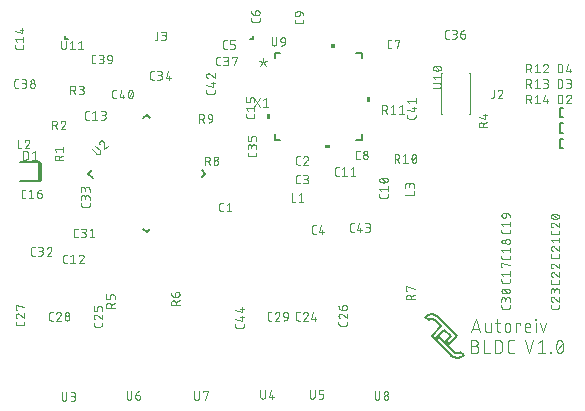
<source format=gbr>
G04 EAGLE Gerber RS-274X export*
G75*
%MOMM*%
%FSLAX34Y34*%
%LPD*%
%INSilkscreen Top*%
%IPPOS*%
%AMOC8*
5,1,8,0,0,1.08239X$1,22.5*%
G01*
%ADD10C,0.101600*%
%ADD11C,0.150000*%
%ADD12C,0.127000*%
%ADD13C,0.076200*%
%ADD14C,0.152400*%
%ADD15C,0.203200*%
%ADD16R,0.300000X1.575000*%
%ADD17C,0.080000*%

G36*
X285407Y327023D02*
X285407Y327023D01*
X285409Y327022D01*
X285452Y327042D01*
X285496Y327060D01*
X285496Y327062D01*
X285498Y327063D01*
X285531Y327148D01*
X285531Y329688D01*
X285530Y329690D01*
X285531Y329692D01*
X285511Y329735D01*
X285493Y329779D01*
X285491Y329779D01*
X285490Y329781D01*
X285405Y329814D01*
X281595Y329814D01*
X281593Y329813D01*
X281591Y329814D01*
X281548Y329794D01*
X281504Y329776D01*
X281504Y329774D01*
X281502Y329773D01*
X281469Y329688D01*
X281469Y327148D01*
X281470Y327146D01*
X281469Y327144D01*
X281489Y327101D01*
X281507Y327057D01*
X281509Y327057D01*
X281510Y327055D01*
X281595Y327022D01*
X285405Y327022D01*
X285407Y327023D01*
G37*
G36*
X314690Y281470D02*
X314690Y281470D01*
X314692Y281469D01*
X314735Y281489D01*
X314779Y281507D01*
X314779Y281509D01*
X314781Y281510D01*
X314814Y281595D01*
X314814Y285405D01*
X314813Y285407D01*
X314814Y285409D01*
X314794Y285452D01*
X314776Y285496D01*
X314774Y285496D01*
X314773Y285498D01*
X314688Y285531D01*
X312148Y285531D01*
X312146Y285530D01*
X312144Y285531D01*
X312101Y285511D01*
X312057Y285493D01*
X312057Y285491D01*
X312055Y285490D01*
X312022Y285405D01*
X312022Y281595D01*
X312023Y281593D01*
X312022Y281591D01*
X312042Y281548D01*
X312060Y281504D01*
X312062Y281504D01*
X312063Y281502D01*
X312148Y281469D01*
X314688Y281469D01*
X314690Y281470D01*
G37*
G36*
X229854Y266470D02*
X229854Y266470D01*
X229856Y266469D01*
X229899Y266489D01*
X229943Y266507D01*
X229943Y266509D01*
X229945Y266510D01*
X229978Y266595D01*
X229978Y270405D01*
X229977Y270407D01*
X229978Y270409D01*
X229958Y270452D01*
X229940Y270496D01*
X229938Y270496D01*
X229937Y270498D01*
X229852Y270531D01*
X227312Y270531D01*
X227310Y270530D01*
X227308Y270531D01*
X227265Y270511D01*
X227221Y270493D01*
X227221Y270491D01*
X227219Y270490D01*
X227186Y270405D01*
X227186Y266595D01*
X227187Y266593D01*
X227186Y266591D01*
X227206Y266548D01*
X227224Y266504D01*
X227226Y266504D01*
X227227Y266502D01*
X227312Y266469D01*
X229852Y266469D01*
X229854Y266470D01*
G37*
G36*
X280407Y242187D02*
X280407Y242187D01*
X280409Y242186D01*
X280452Y242206D01*
X280496Y242224D01*
X280496Y242226D01*
X280498Y242227D01*
X280531Y242312D01*
X280531Y244852D01*
X280530Y244854D01*
X280531Y244856D01*
X280511Y244899D01*
X280493Y244943D01*
X280491Y244943D01*
X280490Y244945D01*
X280405Y244978D01*
X276595Y244978D01*
X276593Y244977D01*
X276591Y244978D01*
X276548Y244958D01*
X276504Y244940D01*
X276504Y244938D01*
X276502Y244937D01*
X276469Y244852D01*
X276469Y242312D01*
X276470Y242310D01*
X276469Y242308D01*
X276489Y242265D01*
X276507Y242221D01*
X276509Y242221D01*
X276510Y242219D01*
X276595Y242186D01*
X280405Y242186D01*
X280407Y242187D01*
G37*
D10*
X400508Y86508D02*
X404169Y97492D01*
X407831Y86508D01*
X406915Y89254D02*
X401423Y89254D01*
X412168Y88339D02*
X412168Y93831D01*
X412168Y88339D02*
X412170Y88254D01*
X412176Y88170D01*
X412186Y88086D01*
X412199Y88003D01*
X412217Y87920D01*
X412238Y87838D01*
X412263Y87757D01*
X412292Y87678D01*
X412324Y87599D01*
X412360Y87523D01*
X412399Y87448D01*
X412442Y87375D01*
X412488Y87304D01*
X412538Y87236D01*
X412590Y87169D01*
X412646Y87105D01*
X412704Y87044D01*
X412765Y86986D01*
X412829Y86930D01*
X412896Y86878D01*
X412964Y86828D01*
X413035Y86782D01*
X413108Y86739D01*
X413183Y86700D01*
X413259Y86664D01*
X413338Y86632D01*
X413417Y86603D01*
X413498Y86578D01*
X413580Y86557D01*
X413663Y86539D01*
X413746Y86526D01*
X413830Y86516D01*
X413914Y86510D01*
X413999Y86508D01*
X417050Y86508D01*
X417050Y93831D01*
X420969Y93831D02*
X424630Y93831D01*
X422189Y97492D02*
X422189Y88339D01*
X422191Y88254D01*
X422197Y88170D01*
X422207Y88086D01*
X422220Y88003D01*
X422238Y87920D01*
X422259Y87838D01*
X422284Y87757D01*
X422313Y87678D01*
X422345Y87599D01*
X422381Y87523D01*
X422420Y87448D01*
X422463Y87375D01*
X422509Y87304D01*
X422559Y87236D01*
X422611Y87169D01*
X422667Y87105D01*
X422725Y87044D01*
X422786Y86986D01*
X422850Y86930D01*
X422917Y86878D01*
X422985Y86828D01*
X423056Y86782D01*
X423129Y86739D01*
X423204Y86700D01*
X423280Y86664D01*
X423359Y86632D01*
X423438Y86603D01*
X423519Y86578D01*
X423601Y86557D01*
X423684Y86539D01*
X423767Y86526D01*
X423851Y86516D01*
X423935Y86510D01*
X424020Y86508D01*
X424630Y86508D01*
X428728Y88949D02*
X428728Y91390D01*
X428730Y91487D01*
X428736Y91584D01*
X428745Y91681D01*
X428759Y91777D01*
X428776Y91872D01*
X428797Y91967D01*
X428822Y92061D01*
X428850Y92154D01*
X428883Y92245D01*
X428918Y92335D01*
X428958Y92424D01*
X429001Y92511D01*
X429047Y92596D01*
X429097Y92680D01*
X429150Y92761D01*
X429206Y92840D01*
X429265Y92917D01*
X429327Y92992D01*
X429392Y93064D01*
X429460Y93133D01*
X429531Y93200D01*
X429604Y93263D01*
X429680Y93324D01*
X429758Y93382D01*
X429838Y93436D01*
X429921Y93488D01*
X430005Y93536D01*
X430091Y93580D01*
X430179Y93621D01*
X430269Y93659D01*
X430360Y93693D01*
X430452Y93723D01*
X430545Y93750D01*
X430639Y93773D01*
X430735Y93792D01*
X430830Y93807D01*
X430927Y93819D01*
X431023Y93827D01*
X431120Y93831D01*
X431218Y93831D01*
X431315Y93827D01*
X431411Y93819D01*
X431508Y93807D01*
X431603Y93792D01*
X431699Y93773D01*
X431793Y93750D01*
X431886Y93723D01*
X431978Y93693D01*
X432069Y93659D01*
X432159Y93621D01*
X432247Y93580D01*
X432333Y93536D01*
X432417Y93488D01*
X432500Y93436D01*
X432580Y93382D01*
X432658Y93324D01*
X432734Y93263D01*
X432807Y93200D01*
X432878Y93133D01*
X432946Y93064D01*
X433011Y92992D01*
X433073Y92917D01*
X433132Y92840D01*
X433188Y92761D01*
X433241Y92680D01*
X433291Y92596D01*
X433337Y92511D01*
X433380Y92424D01*
X433420Y92335D01*
X433455Y92245D01*
X433488Y92154D01*
X433516Y92061D01*
X433541Y91967D01*
X433562Y91872D01*
X433579Y91777D01*
X433593Y91681D01*
X433602Y91584D01*
X433608Y91487D01*
X433610Y91390D01*
X433610Y88949D01*
X433608Y88852D01*
X433602Y88755D01*
X433593Y88658D01*
X433579Y88562D01*
X433562Y88467D01*
X433541Y88372D01*
X433516Y88278D01*
X433488Y88185D01*
X433455Y88094D01*
X433420Y88004D01*
X433380Y87915D01*
X433337Y87828D01*
X433291Y87743D01*
X433241Y87659D01*
X433188Y87578D01*
X433132Y87499D01*
X433073Y87422D01*
X433011Y87347D01*
X432946Y87275D01*
X432878Y87206D01*
X432807Y87139D01*
X432734Y87076D01*
X432658Y87015D01*
X432580Y86957D01*
X432500Y86903D01*
X432417Y86851D01*
X432333Y86803D01*
X432247Y86759D01*
X432159Y86718D01*
X432069Y86680D01*
X431978Y86646D01*
X431886Y86616D01*
X431793Y86589D01*
X431699Y86566D01*
X431603Y86547D01*
X431508Y86532D01*
X431411Y86520D01*
X431315Y86512D01*
X431218Y86508D01*
X431120Y86508D01*
X431023Y86512D01*
X430927Y86520D01*
X430830Y86532D01*
X430735Y86547D01*
X430639Y86566D01*
X430545Y86589D01*
X430452Y86616D01*
X430360Y86646D01*
X430269Y86680D01*
X430179Y86718D01*
X430091Y86759D01*
X430005Y86803D01*
X429921Y86851D01*
X429838Y86903D01*
X429758Y86957D01*
X429680Y87015D01*
X429604Y87076D01*
X429531Y87139D01*
X429460Y87206D01*
X429392Y87275D01*
X429327Y87347D01*
X429265Y87422D01*
X429206Y87499D01*
X429150Y87578D01*
X429097Y87659D01*
X429047Y87743D01*
X429001Y87828D01*
X428958Y87915D01*
X428918Y88004D01*
X428883Y88094D01*
X428850Y88185D01*
X428822Y88278D01*
X428797Y88372D01*
X428776Y88467D01*
X428759Y88562D01*
X428745Y88658D01*
X428736Y88755D01*
X428730Y88852D01*
X428728Y88949D01*
X438513Y86508D02*
X438513Y93831D01*
X442174Y93831D01*
X442174Y92610D01*
X447479Y86508D02*
X450530Y86508D01*
X447479Y86508D02*
X447394Y86510D01*
X447310Y86516D01*
X447226Y86526D01*
X447143Y86539D01*
X447060Y86557D01*
X446978Y86578D01*
X446897Y86603D01*
X446818Y86632D01*
X446739Y86664D01*
X446663Y86700D01*
X446588Y86739D01*
X446515Y86782D01*
X446444Y86828D01*
X446376Y86878D01*
X446309Y86930D01*
X446245Y86986D01*
X446184Y87044D01*
X446126Y87105D01*
X446070Y87169D01*
X446018Y87236D01*
X445968Y87304D01*
X445922Y87375D01*
X445879Y87448D01*
X445840Y87523D01*
X445804Y87599D01*
X445772Y87678D01*
X445743Y87757D01*
X445718Y87838D01*
X445697Y87920D01*
X445679Y88003D01*
X445666Y88086D01*
X445656Y88170D01*
X445650Y88254D01*
X445648Y88339D01*
X445648Y91390D01*
X445650Y91487D01*
X445656Y91584D01*
X445665Y91681D01*
X445679Y91777D01*
X445696Y91872D01*
X445717Y91967D01*
X445742Y92061D01*
X445770Y92154D01*
X445803Y92245D01*
X445838Y92335D01*
X445878Y92424D01*
X445921Y92511D01*
X445967Y92596D01*
X446017Y92680D01*
X446070Y92761D01*
X446126Y92840D01*
X446185Y92917D01*
X446247Y92992D01*
X446312Y93064D01*
X446380Y93133D01*
X446451Y93200D01*
X446524Y93263D01*
X446600Y93324D01*
X446678Y93382D01*
X446758Y93436D01*
X446841Y93488D01*
X446925Y93536D01*
X447011Y93580D01*
X447099Y93621D01*
X447189Y93659D01*
X447280Y93693D01*
X447372Y93723D01*
X447465Y93750D01*
X447559Y93773D01*
X447655Y93792D01*
X447750Y93807D01*
X447847Y93819D01*
X447943Y93827D01*
X448040Y93831D01*
X448138Y93831D01*
X448235Y93827D01*
X448331Y93819D01*
X448428Y93807D01*
X448523Y93792D01*
X448619Y93773D01*
X448713Y93750D01*
X448806Y93723D01*
X448898Y93693D01*
X448989Y93659D01*
X449079Y93621D01*
X449167Y93580D01*
X449253Y93536D01*
X449337Y93488D01*
X449420Y93436D01*
X449500Y93382D01*
X449578Y93324D01*
X449654Y93263D01*
X449727Y93200D01*
X449798Y93133D01*
X449866Y93064D01*
X449931Y92992D01*
X449993Y92917D01*
X450052Y92840D01*
X450108Y92761D01*
X450161Y92680D01*
X450211Y92596D01*
X450257Y92511D01*
X450300Y92424D01*
X450340Y92335D01*
X450375Y92245D01*
X450408Y92154D01*
X450436Y92061D01*
X450461Y91967D01*
X450482Y91872D01*
X450499Y91777D01*
X450513Y91681D01*
X450522Y91584D01*
X450528Y91487D01*
X450530Y91390D01*
X450530Y90169D01*
X445648Y90169D01*
X454929Y86508D02*
X454929Y93831D01*
X454624Y96882D02*
X454624Y97492D01*
X455234Y97492D01*
X455234Y96882D01*
X454624Y96882D01*
X458968Y93831D02*
X461409Y86508D01*
X463850Y93831D01*
X403559Y74610D02*
X400508Y74610D01*
X403559Y74610D02*
X403668Y74608D01*
X403777Y74602D01*
X403885Y74593D01*
X403993Y74579D01*
X404101Y74562D01*
X404208Y74540D01*
X404314Y74515D01*
X404419Y74486D01*
X404523Y74454D01*
X404625Y74418D01*
X404727Y74378D01*
X404826Y74334D01*
X404925Y74287D01*
X405021Y74237D01*
X405116Y74183D01*
X405208Y74126D01*
X405299Y74065D01*
X405387Y74001D01*
X405473Y73935D01*
X405557Y73865D01*
X405638Y73792D01*
X405716Y73716D01*
X405792Y73638D01*
X405865Y73557D01*
X405935Y73473D01*
X406001Y73387D01*
X406065Y73299D01*
X406126Y73208D01*
X406183Y73116D01*
X406237Y73021D01*
X406287Y72925D01*
X406334Y72826D01*
X406378Y72727D01*
X406418Y72625D01*
X406454Y72523D01*
X406486Y72419D01*
X406515Y72314D01*
X406540Y72208D01*
X406562Y72101D01*
X406579Y71993D01*
X406593Y71885D01*
X406602Y71777D01*
X406608Y71668D01*
X406610Y71559D01*
X406608Y71450D01*
X406602Y71341D01*
X406593Y71233D01*
X406579Y71125D01*
X406562Y71017D01*
X406540Y70910D01*
X406515Y70804D01*
X406486Y70699D01*
X406454Y70595D01*
X406418Y70493D01*
X406378Y70391D01*
X406334Y70292D01*
X406287Y70193D01*
X406237Y70097D01*
X406183Y70002D01*
X406126Y69910D01*
X406065Y69819D01*
X406001Y69731D01*
X405935Y69645D01*
X405865Y69561D01*
X405792Y69480D01*
X405716Y69402D01*
X405638Y69326D01*
X405557Y69253D01*
X405473Y69183D01*
X405387Y69117D01*
X405299Y69053D01*
X405208Y68992D01*
X405116Y68935D01*
X405021Y68881D01*
X404925Y68831D01*
X404826Y68784D01*
X404727Y68740D01*
X404625Y68700D01*
X404523Y68664D01*
X404419Y68632D01*
X404314Y68603D01*
X404208Y68578D01*
X404101Y68556D01*
X403993Y68539D01*
X403885Y68525D01*
X403777Y68516D01*
X403668Y68510D01*
X403559Y68508D01*
X400508Y68508D01*
X400508Y79492D01*
X403559Y79492D01*
X403656Y79490D01*
X403753Y79484D01*
X403850Y79475D01*
X403946Y79461D01*
X404041Y79444D01*
X404136Y79423D01*
X404230Y79398D01*
X404323Y79370D01*
X404414Y79337D01*
X404504Y79302D01*
X404593Y79262D01*
X404680Y79219D01*
X404765Y79173D01*
X404849Y79123D01*
X404930Y79070D01*
X405009Y79014D01*
X405086Y78955D01*
X405161Y78893D01*
X405233Y78828D01*
X405302Y78760D01*
X405369Y78689D01*
X405432Y78616D01*
X405493Y78540D01*
X405551Y78462D01*
X405605Y78382D01*
X405657Y78299D01*
X405705Y78215D01*
X405749Y78129D01*
X405790Y78041D01*
X405828Y77951D01*
X405862Y77860D01*
X405892Y77768D01*
X405919Y77675D01*
X405942Y77581D01*
X405961Y77485D01*
X405976Y77390D01*
X405988Y77293D01*
X405996Y77197D01*
X406000Y77100D01*
X406000Y77002D01*
X405996Y76905D01*
X405988Y76809D01*
X405976Y76712D01*
X405961Y76617D01*
X405942Y76521D01*
X405919Y76427D01*
X405892Y76334D01*
X405862Y76242D01*
X405828Y76151D01*
X405790Y76061D01*
X405749Y75973D01*
X405705Y75887D01*
X405657Y75803D01*
X405605Y75720D01*
X405551Y75640D01*
X405493Y75562D01*
X405432Y75486D01*
X405369Y75413D01*
X405302Y75342D01*
X405233Y75274D01*
X405161Y75209D01*
X405086Y75147D01*
X405009Y75088D01*
X404930Y75032D01*
X404849Y74979D01*
X404765Y74929D01*
X404680Y74883D01*
X404593Y74840D01*
X404504Y74800D01*
X404414Y74765D01*
X404323Y74732D01*
X404230Y74704D01*
X404136Y74679D01*
X404041Y74658D01*
X403946Y74641D01*
X403850Y74627D01*
X403753Y74618D01*
X403656Y74612D01*
X403559Y74610D01*
X411165Y79492D02*
X411165Y68508D01*
X416047Y68508D01*
X420503Y68508D02*
X420503Y79492D01*
X423554Y79492D01*
X423663Y79490D01*
X423772Y79484D01*
X423880Y79475D01*
X423988Y79461D01*
X424096Y79444D01*
X424203Y79422D01*
X424309Y79397D01*
X424414Y79368D01*
X424518Y79336D01*
X424620Y79300D01*
X424722Y79260D01*
X424821Y79216D01*
X424920Y79169D01*
X425016Y79119D01*
X425111Y79065D01*
X425203Y79008D01*
X425294Y78947D01*
X425382Y78883D01*
X425468Y78817D01*
X425552Y78747D01*
X425633Y78674D01*
X425711Y78598D01*
X425787Y78520D01*
X425860Y78439D01*
X425930Y78355D01*
X425996Y78269D01*
X426060Y78181D01*
X426121Y78090D01*
X426178Y77998D01*
X426232Y77903D01*
X426282Y77807D01*
X426329Y77708D01*
X426373Y77609D01*
X426413Y77507D01*
X426449Y77405D01*
X426481Y77301D01*
X426510Y77196D01*
X426535Y77090D01*
X426557Y76983D01*
X426574Y76875D01*
X426588Y76767D01*
X426597Y76659D01*
X426603Y76550D01*
X426605Y76441D01*
X426606Y76441D02*
X426606Y71559D01*
X426605Y71559D02*
X426603Y71450D01*
X426597Y71341D01*
X426588Y71233D01*
X426574Y71125D01*
X426557Y71017D01*
X426535Y70910D01*
X426510Y70804D01*
X426481Y70699D01*
X426449Y70595D01*
X426413Y70493D01*
X426373Y70391D01*
X426329Y70292D01*
X426282Y70193D01*
X426232Y70097D01*
X426178Y70002D01*
X426121Y69909D01*
X426060Y69819D01*
X425996Y69731D01*
X425930Y69645D01*
X425860Y69561D01*
X425787Y69480D01*
X425711Y69402D01*
X425633Y69326D01*
X425552Y69253D01*
X425468Y69183D01*
X425382Y69117D01*
X425294Y69053D01*
X425203Y68992D01*
X425111Y68935D01*
X425016Y68881D01*
X424920Y68831D01*
X424821Y68784D01*
X424722Y68740D01*
X424620Y68700D01*
X424517Y68664D01*
X424414Y68632D01*
X424309Y68603D01*
X424203Y68578D01*
X424096Y68556D01*
X423988Y68539D01*
X423880Y68525D01*
X423772Y68516D01*
X423663Y68510D01*
X423554Y68508D01*
X420503Y68508D01*
X434072Y68508D02*
X436513Y68508D01*
X434072Y68508D02*
X433976Y68510D01*
X433880Y68516D01*
X433785Y68525D01*
X433690Y68538D01*
X433596Y68555D01*
X433502Y68575D01*
X433409Y68600D01*
X433318Y68627D01*
X433227Y68659D01*
X433138Y68694D01*
X433050Y68732D01*
X432964Y68774D01*
X432879Y68819D01*
X432797Y68868D01*
X432716Y68919D01*
X432637Y68974D01*
X432561Y69032D01*
X432487Y69093D01*
X432415Y69157D01*
X432346Y69223D01*
X432280Y69292D01*
X432216Y69364D01*
X432155Y69438D01*
X432097Y69514D01*
X432042Y69593D01*
X431991Y69674D01*
X431942Y69756D01*
X431897Y69841D01*
X431855Y69927D01*
X431817Y70015D01*
X431782Y70104D01*
X431750Y70195D01*
X431723Y70286D01*
X431698Y70379D01*
X431678Y70473D01*
X431661Y70567D01*
X431648Y70662D01*
X431639Y70757D01*
X431633Y70853D01*
X431631Y70949D01*
X431631Y77051D01*
X431633Y77149D01*
X431639Y77247D01*
X431649Y77345D01*
X431663Y77443D01*
X431680Y77539D01*
X431702Y77635D01*
X431727Y77730D01*
X431757Y77824D01*
X431790Y77917D01*
X431826Y78008D01*
X431867Y78097D01*
X431911Y78185D01*
X431958Y78271D01*
X432009Y78356D01*
X432063Y78438D01*
X432121Y78517D01*
X432181Y78595D01*
X432245Y78670D01*
X432312Y78742D01*
X432381Y78811D01*
X432453Y78878D01*
X432528Y78942D01*
X432606Y79002D01*
X432685Y79060D01*
X432767Y79114D01*
X432851Y79165D01*
X432938Y79212D01*
X433026Y79256D01*
X433115Y79297D01*
X433206Y79333D01*
X433299Y79366D01*
X433393Y79396D01*
X433488Y79421D01*
X433584Y79443D01*
X433680Y79460D01*
X433778Y79474D01*
X433876Y79484D01*
X433974Y79490D01*
X434072Y79492D01*
X436513Y79492D01*
X445813Y79492D02*
X449474Y68508D01*
X453136Y79492D01*
X457223Y77051D02*
X460274Y79492D01*
X460274Y68508D01*
X457223Y68508D02*
X463325Y68508D01*
X467529Y68508D02*
X467529Y69118D01*
X468139Y69118D01*
X468139Y68508D01*
X467529Y68508D01*
X472343Y74000D02*
X472346Y74216D01*
X472353Y74432D01*
X472366Y74648D01*
X472384Y74863D01*
X472407Y75078D01*
X472436Y75292D01*
X472469Y75506D01*
X472508Y75718D01*
X472551Y75930D01*
X472600Y76141D01*
X472653Y76350D01*
X472712Y76558D01*
X472775Y76764D01*
X472844Y76969D01*
X472917Y77173D01*
X472995Y77374D01*
X473078Y77574D01*
X473166Y77771D01*
X473258Y77967D01*
X473258Y77966D02*
X473290Y78054D01*
X473326Y78140D01*
X473365Y78225D01*
X473408Y78308D01*
X473454Y78389D01*
X473503Y78468D01*
X473556Y78546D01*
X473612Y78620D01*
X473671Y78693D01*
X473732Y78763D01*
X473797Y78830D01*
X473864Y78895D01*
X473934Y78957D01*
X474007Y79016D01*
X474082Y79071D01*
X474159Y79124D01*
X474238Y79174D01*
X474319Y79220D01*
X474402Y79262D01*
X474487Y79302D01*
X474573Y79337D01*
X474661Y79370D01*
X474750Y79398D01*
X474840Y79423D01*
X474930Y79444D01*
X475022Y79461D01*
X475115Y79475D01*
X475207Y79484D01*
X475301Y79490D01*
X475394Y79492D01*
X475487Y79490D01*
X475581Y79484D01*
X475673Y79475D01*
X475766Y79461D01*
X475858Y79444D01*
X475948Y79423D01*
X476038Y79398D01*
X476127Y79370D01*
X476215Y79337D01*
X476301Y79302D01*
X476386Y79262D01*
X476469Y79220D01*
X476550Y79174D01*
X476629Y79124D01*
X476706Y79071D01*
X476781Y79016D01*
X476854Y78957D01*
X476924Y78895D01*
X476991Y78830D01*
X477056Y78763D01*
X477117Y78693D01*
X477176Y78620D01*
X477232Y78546D01*
X477285Y78468D01*
X477334Y78389D01*
X477380Y78308D01*
X477423Y78225D01*
X477462Y78140D01*
X477498Y78054D01*
X477530Y77966D01*
X477531Y77967D02*
X477623Y77771D01*
X477711Y77574D01*
X477794Y77374D01*
X477872Y77173D01*
X477945Y76969D01*
X478014Y76764D01*
X478077Y76558D01*
X478136Y76350D01*
X478189Y76141D01*
X478238Y75930D01*
X478281Y75718D01*
X478320Y75506D01*
X478353Y75292D01*
X478382Y75078D01*
X478405Y74863D01*
X478423Y74648D01*
X478436Y74432D01*
X478443Y74216D01*
X478446Y74000D01*
X472343Y74000D02*
X472346Y73784D01*
X472353Y73568D01*
X472366Y73352D01*
X472384Y73137D01*
X472407Y72922D01*
X472436Y72708D01*
X472469Y72494D01*
X472508Y72282D01*
X472551Y72070D01*
X472600Y71860D01*
X472653Y71650D01*
X472712Y71442D01*
X472775Y71236D01*
X472844Y71031D01*
X472917Y70827D01*
X472995Y70626D01*
X473078Y70426D01*
X473166Y70229D01*
X473258Y70034D01*
X473290Y69946D01*
X473326Y69860D01*
X473365Y69775D01*
X473408Y69692D01*
X473454Y69611D01*
X473503Y69532D01*
X473556Y69454D01*
X473612Y69380D01*
X473671Y69307D01*
X473732Y69237D01*
X473797Y69170D01*
X473864Y69105D01*
X473934Y69043D01*
X474007Y68984D01*
X474082Y68929D01*
X474159Y68876D01*
X474238Y68826D01*
X474319Y68780D01*
X474402Y68738D01*
X474487Y68698D01*
X474573Y68663D01*
X474661Y68630D01*
X474750Y68602D01*
X474840Y68577D01*
X474930Y68556D01*
X475022Y68539D01*
X475115Y68525D01*
X475207Y68516D01*
X475301Y68510D01*
X475394Y68508D01*
X477531Y70033D02*
X477623Y70229D01*
X477711Y70426D01*
X477794Y70626D01*
X477872Y70827D01*
X477945Y71031D01*
X478014Y71236D01*
X478077Y71442D01*
X478136Y71650D01*
X478189Y71859D01*
X478238Y72070D01*
X478281Y72282D01*
X478320Y72494D01*
X478353Y72708D01*
X478382Y72922D01*
X478405Y73137D01*
X478423Y73352D01*
X478436Y73568D01*
X478443Y73784D01*
X478446Y74000D01*
X477530Y70034D02*
X477498Y69946D01*
X477462Y69860D01*
X477423Y69775D01*
X477380Y69692D01*
X477334Y69611D01*
X477285Y69532D01*
X477232Y69454D01*
X477176Y69380D01*
X477117Y69307D01*
X477056Y69237D01*
X476991Y69170D01*
X476924Y69105D01*
X476854Y69043D01*
X476781Y68984D01*
X476706Y68929D01*
X476629Y68876D01*
X476550Y68826D01*
X476469Y68780D01*
X476386Y68738D01*
X476301Y68698D01*
X476215Y68663D01*
X476127Y68630D01*
X476038Y68602D01*
X475948Y68577D01*
X475858Y68556D01*
X475766Y68539D01*
X475673Y68525D01*
X475581Y68516D01*
X475487Y68510D01*
X475394Y68508D01*
X472953Y70949D02*
X477835Y77051D01*
D11*
X388553Y83000D02*
X372388Y99165D01*
X383165Y83000D02*
X378854Y78690D01*
X381548Y75995D01*
X388553Y83000D01*
X375082Y91082D02*
X367000Y83000D01*
X369694Y80306D01*
X377776Y88388D01*
X373466Y81922D02*
X370772Y79228D01*
X383165Y66836D01*
X383297Y66707D01*
X383431Y66582D01*
X383569Y66460D01*
X383710Y66341D01*
X383854Y66226D01*
X384000Y66114D01*
X384149Y66006D01*
X384300Y65901D01*
X384454Y65800D01*
X384611Y65703D01*
X384770Y65610D01*
X384931Y65520D01*
X385094Y65435D01*
X385259Y65353D01*
X385426Y65275D01*
X385594Y65202D01*
X385765Y65132D01*
X385937Y65067D01*
X386111Y65006D01*
X386286Y64949D01*
X386462Y64896D01*
X386640Y64848D01*
X386819Y64804D01*
X386999Y64764D01*
X387179Y64729D01*
X387361Y64698D01*
X387543Y64671D01*
X387726Y64649D01*
X387909Y64631D01*
X388093Y64618D01*
X388277Y64609D01*
X388461Y64605D01*
X388645Y64605D01*
X388829Y64609D01*
X389013Y64618D01*
X389197Y64631D01*
X389380Y64649D01*
X389563Y64671D01*
X389745Y64698D01*
X389927Y64729D01*
X390107Y64764D01*
X390287Y64804D01*
X390466Y64848D01*
X390644Y64896D01*
X390820Y64949D01*
X390995Y65006D01*
X391169Y65067D01*
X391341Y65132D01*
X391512Y65202D01*
X391680Y65275D01*
X391847Y65353D01*
X392012Y65435D01*
X392175Y65520D01*
X392336Y65610D01*
X392495Y65703D01*
X392652Y65800D01*
X392806Y65901D01*
X392957Y66006D01*
X393106Y66114D01*
X393252Y66226D01*
X393396Y66341D01*
X393537Y66460D01*
X393675Y66582D01*
X393809Y66707D01*
X393941Y66836D01*
X391247Y69530D01*
X391159Y69445D01*
X391069Y69363D01*
X390976Y69284D01*
X390880Y69208D01*
X390783Y69134D01*
X390682Y69065D01*
X390580Y68998D01*
X390476Y68935D01*
X390369Y68875D01*
X390261Y68818D01*
X390151Y68765D01*
X390039Y68716D01*
X389926Y68670D01*
X389811Y68628D01*
X389695Y68589D01*
X389578Y68555D01*
X389460Y68524D01*
X389341Y68496D01*
X389221Y68473D01*
X389101Y68454D01*
X388980Y68438D01*
X388858Y68426D01*
X388736Y68418D01*
X388614Y68414D01*
X388492Y68414D01*
X388370Y68418D01*
X388248Y68426D01*
X388126Y68438D01*
X388005Y68454D01*
X387885Y68473D01*
X387765Y68496D01*
X387646Y68524D01*
X387528Y68555D01*
X387411Y68589D01*
X387295Y68628D01*
X387180Y68670D01*
X387067Y68716D01*
X386955Y68765D01*
X386845Y68818D01*
X386737Y68875D01*
X386630Y68935D01*
X386526Y68998D01*
X386424Y69065D01*
X386323Y69134D01*
X386226Y69208D01*
X386130Y69284D01*
X386037Y69363D01*
X385947Y69445D01*
X385859Y69530D01*
X373466Y81922D01*
X364306Y96470D02*
X361612Y99165D01*
X361612Y99164D02*
X361744Y99293D01*
X361878Y99418D01*
X362016Y99540D01*
X362157Y99659D01*
X362301Y99774D01*
X362447Y99886D01*
X362596Y99994D01*
X362747Y100099D01*
X362901Y100200D01*
X363058Y100297D01*
X363217Y100390D01*
X363378Y100480D01*
X363541Y100565D01*
X363706Y100647D01*
X363873Y100725D01*
X364041Y100798D01*
X364212Y100868D01*
X364384Y100933D01*
X364558Y100994D01*
X364733Y101051D01*
X364909Y101104D01*
X365087Y101152D01*
X365266Y101196D01*
X365446Y101236D01*
X365626Y101271D01*
X365808Y101302D01*
X365990Y101329D01*
X366173Y101351D01*
X366356Y101369D01*
X366540Y101382D01*
X366724Y101391D01*
X366908Y101395D01*
X367092Y101395D01*
X367276Y101391D01*
X367460Y101382D01*
X367644Y101369D01*
X367827Y101351D01*
X368010Y101329D01*
X368192Y101302D01*
X368374Y101271D01*
X368554Y101236D01*
X368734Y101196D01*
X368913Y101152D01*
X369091Y101104D01*
X369267Y101051D01*
X369442Y100994D01*
X369616Y100933D01*
X369788Y100868D01*
X369959Y100798D01*
X370127Y100725D01*
X370294Y100647D01*
X370459Y100565D01*
X370622Y100480D01*
X370783Y100390D01*
X370942Y100297D01*
X371099Y100200D01*
X371253Y100099D01*
X371404Y99994D01*
X371553Y99886D01*
X371699Y99774D01*
X371843Y99659D01*
X371984Y99540D01*
X372122Y99418D01*
X372256Y99293D01*
X372388Y99164D01*
X369694Y96470D02*
X369606Y96555D01*
X369516Y96637D01*
X369423Y96716D01*
X369327Y96792D01*
X369230Y96866D01*
X369129Y96935D01*
X369027Y97002D01*
X368923Y97065D01*
X368816Y97125D01*
X368708Y97182D01*
X368598Y97235D01*
X368486Y97284D01*
X368373Y97330D01*
X368258Y97372D01*
X368142Y97411D01*
X368025Y97445D01*
X367907Y97476D01*
X367788Y97504D01*
X367668Y97527D01*
X367548Y97546D01*
X367427Y97562D01*
X367305Y97574D01*
X367183Y97582D01*
X367061Y97586D01*
X366939Y97586D01*
X366817Y97582D01*
X366695Y97574D01*
X366573Y97562D01*
X366452Y97546D01*
X366332Y97527D01*
X366212Y97504D01*
X366093Y97476D01*
X365975Y97445D01*
X365858Y97411D01*
X365742Y97372D01*
X365627Y97330D01*
X365514Y97284D01*
X365402Y97235D01*
X365292Y97182D01*
X365184Y97125D01*
X365077Y97065D01*
X364973Y97002D01*
X364871Y96935D01*
X364770Y96866D01*
X364673Y96792D01*
X364577Y96716D01*
X364484Y96637D01*
X364394Y96555D01*
X364306Y96470D01*
X377776Y88388D02*
X383165Y83000D01*
X375082Y91082D02*
X369694Y96470D01*
D12*
X79838Y216964D02*
X76303Y220500D01*
X79131Y223328D01*
X122972Y267169D02*
X125800Y269997D01*
X128628Y267169D01*
X172469Y223328D02*
X175297Y220500D01*
X172469Y217672D01*
X125800Y171003D02*
X122972Y173831D01*
X125800Y171003D02*
X128628Y173831D01*
D13*
X83105Y237493D02*
X79408Y241189D01*
X83105Y237493D02*
X83169Y237432D01*
X83236Y237373D01*
X83306Y237317D01*
X83378Y237265D01*
X83452Y237216D01*
X83528Y237170D01*
X83606Y237127D01*
X83686Y237088D01*
X83768Y237053D01*
X83851Y237021D01*
X83935Y236993D01*
X84021Y236969D01*
X84107Y236948D01*
X84195Y236932D01*
X84283Y236919D01*
X84371Y236910D01*
X84460Y236905D01*
X84549Y236904D01*
X84638Y236907D01*
X84727Y236914D01*
X84815Y236925D01*
X84903Y236939D01*
X84990Y236958D01*
X85076Y236980D01*
X85161Y237007D01*
X85245Y237037D01*
X85327Y237070D01*
X85408Y237107D01*
X85487Y237148D01*
X85564Y237192D01*
X85640Y237240D01*
X85713Y237291D01*
X85783Y237345D01*
X85852Y237402D01*
X85917Y237462D01*
X85980Y237525D01*
X86040Y237590D01*
X86097Y237659D01*
X86151Y237729D01*
X86202Y237802D01*
X86250Y237878D01*
X86294Y237955D01*
X86335Y238034D01*
X86372Y238115D01*
X86405Y238197D01*
X86435Y238281D01*
X86462Y238366D01*
X86484Y238452D01*
X86503Y238539D01*
X86517Y238627D01*
X86528Y238715D01*
X86535Y238804D01*
X86538Y238893D01*
X86537Y238982D01*
X86532Y239071D01*
X86523Y239159D01*
X86510Y239247D01*
X86494Y239335D01*
X86473Y239421D01*
X86449Y239507D01*
X86421Y239591D01*
X86389Y239674D01*
X86354Y239756D01*
X86315Y239836D01*
X86272Y239914D01*
X86226Y239990D01*
X86177Y240064D01*
X86125Y240136D01*
X86069Y240206D01*
X86010Y240273D01*
X85949Y240337D01*
X85948Y240336D02*
X82252Y244033D01*
X86233Y248014D02*
X86294Y248072D01*
X86357Y248127D01*
X86422Y248178D01*
X86490Y248227D01*
X86560Y248273D01*
X86632Y248315D01*
X86706Y248354D01*
X86782Y248390D01*
X86859Y248422D01*
X86938Y248450D01*
X87018Y248475D01*
X87099Y248496D01*
X87180Y248513D01*
X87263Y248527D01*
X87346Y248536D01*
X87429Y248542D01*
X87513Y248544D01*
X87597Y248542D01*
X87680Y248536D01*
X87763Y248527D01*
X87846Y248513D01*
X87927Y248496D01*
X88008Y248475D01*
X88088Y248450D01*
X88167Y248422D01*
X88244Y248390D01*
X88320Y248354D01*
X88394Y248315D01*
X88466Y248273D01*
X88536Y248227D01*
X88604Y248178D01*
X88669Y248126D01*
X88732Y248072D01*
X88793Y248014D01*
X86233Y248014D02*
X86168Y247946D01*
X86105Y247875D01*
X86046Y247802D01*
X85989Y247727D01*
X85935Y247649D01*
X85885Y247569D01*
X85838Y247488D01*
X85795Y247404D01*
X85754Y247319D01*
X85718Y247232D01*
X85684Y247143D01*
X85655Y247054D01*
X85629Y246963D01*
X85607Y246872D01*
X85588Y246779D01*
X85574Y246686D01*
X85563Y246592D01*
X85556Y246498D01*
X85552Y246404D01*
X85553Y246310D01*
X85557Y246215D01*
X85565Y246121D01*
X85577Y246028D01*
X85593Y245935D01*
X85613Y245843D01*
X85636Y245751D01*
X85663Y245661D01*
X85693Y245572D01*
X85728Y245484D01*
X85765Y245397D01*
X85806Y245312D01*
X89361Y246593D02*
X89362Y246680D01*
X89358Y246767D01*
X89350Y246855D01*
X89339Y246941D01*
X89323Y247027D01*
X89304Y247113D01*
X89281Y247197D01*
X89254Y247280D01*
X89223Y247362D01*
X89189Y247442D01*
X89151Y247521D01*
X89109Y247598D01*
X89065Y247673D01*
X89016Y247746D01*
X88965Y247817D01*
X88911Y247886D01*
X88853Y247951D01*
X88793Y248015D01*
X89361Y246592D02*
X89787Y241332D01*
X92631Y244175D01*
X188886Y188381D02*
X190495Y188381D01*
X188886Y188381D02*
X188807Y188383D01*
X188728Y188389D01*
X188650Y188398D01*
X188572Y188412D01*
X188495Y188429D01*
X188419Y188450D01*
X188344Y188475D01*
X188271Y188503D01*
X188198Y188535D01*
X188128Y188571D01*
X188059Y188610D01*
X187993Y188652D01*
X187928Y188697D01*
X187866Y188746D01*
X187806Y188798D01*
X187749Y188852D01*
X187695Y188909D01*
X187643Y188969D01*
X187594Y189031D01*
X187549Y189096D01*
X187507Y189162D01*
X187468Y189231D01*
X187432Y189301D01*
X187400Y189374D01*
X187372Y189447D01*
X187347Y189522D01*
X187326Y189598D01*
X187309Y189675D01*
X187295Y189753D01*
X187286Y189831D01*
X187280Y189910D01*
X187278Y189989D01*
X187278Y194011D01*
X187280Y194090D01*
X187286Y194169D01*
X187295Y194247D01*
X187309Y194325D01*
X187326Y194402D01*
X187347Y194478D01*
X187372Y194553D01*
X187400Y194626D01*
X187432Y194699D01*
X187468Y194769D01*
X187507Y194838D01*
X187549Y194904D01*
X187594Y194969D01*
X187643Y195031D01*
X187695Y195091D01*
X187749Y195148D01*
X187806Y195202D01*
X187866Y195254D01*
X187928Y195303D01*
X187993Y195348D01*
X188059Y195390D01*
X188128Y195429D01*
X188198Y195465D01*
X188271Y195497D01*
X188344Y195525D01*
X188419Y195550D01*
X188495Y195571D01*
X188572Y195588D01*
X188650Y195602D01*
X188728Y195611D01*
X188807Y195617D01*
X188886Y195619D01*
X190495Y195619D01*
X193301Y194011D02*
X195311Y195619D01*
X195311Y188381D01*
X193301Y188381D02*
X197322Y188381D01*
X221769Y37119D02*
X221769Y31892D01*
X221771Y31803D01*
X221777Y31714D01*
X221787Y31626D01*
X221800Y31538D01*
X221818Y31451D01*
X221839Y31364D01*
X221865Y31279D01*
X221894Y31195D01*
X221926Y31112D01*
X221963Y31031D01*
X222003Y30951D01*
X222046Y30874D01*
X222093Y30798D01*
X222143Y30724D01*
X222196Y30653D01*
X222252Y30584D01*
X222312Y30518D01*
X222374Y30454D01*
X222439Y30394D01*
X222506Y30336D01*
X222576Y30281D01*
X222649Y30229D01*
X222724Y30181D01*
X222800Y30136D01*
X222879Y30094D01*
X222959Y30056D01*
X223041Y30022D01*
X223125Y29991D01*
X223210Y29964D01*
X223295Y29940D01*
X223382Y29921D01*
X223470Y29905D01*
X223558Y29893D01*
X223647Y29885D01*
X223736Y29881D01*
X223824Y29881D01*
X223913Y29885D01*
X224002Y29893D01*
X224090Y29905D01*
X224178Y29921D01*
X224265Y29940D01*
X224350Y29964D01*
X224435Y29991D01*
X224519Y30022D01*
X224601Y30056D01*
X224681Y30094D01*
X224760Y30136D01*
X224836Y30181D01*
X224911Y30229D01*
X224984Y30281D01*
X225054Y30336D01*
X225121Y30394D01*
X225186Y30454D01*
X225248Y30518D01*
X225308Y30584D01*
X225364Y30653D01*
X225417Y30724D01*
X225467Y30798D01*
X225514Y30874D01*
X225557Y30951D01*
X225597Y31031D01*
X225634Y31112D01*
X225666Y31195D01*
X225695Y31279D01*
X225721Y31364D01*
X225742Y31451D01*
X225760Y31538D01*
X225773Y31626D01*
X225783Y31714D01*
X225789Y31803D01*
X225791Y31892D01*
X225791Y37119D01*
X230818Y37119D02*
X229209Y31489D01*
X233231Y31489D01*
X232024Y29881D02*
X232024Y33098D01*
X263769Y31892D02*
X263769Y37119D01*
X263769Y31892D02*
X263771Y31803D01*
X263777Y31714D01*
X263787Y31626D01*
X263800Y31538D01*
X263818Y31451D01*
X263839Y31364D01*
X263865Y31279D01*
X263894Y31195D01*
X263926Y31112D01*
X263963Y31031D01*
X264003Y30951D01*
X264046Y30874D01*
X264093Y30798D01*
X264143Y30724D01*
X264196Y30653D01*
X264252Y30584D01*
X264312Y30518D01*
X264374Y30454D01*
X264439Y30394D01*
X264506Y30336D01*
X264576Y30281D01*
X264649Y30229D01*
X264724Y30181D01*
X264800Y30136D01*
X264879Y30094D01*
X264959Y30056D01*
X265041Y30022D01*
X265125Y29991D01*
X265210Y29964D01*
X265295Y29940D01*
X265382Y29921D01*
X265470Y29905D01*
X265558Y29893D01*
X265647Y29885D01*
X265736Y29881D01*
X265824Y29881D01*
X265913Y29885D01*
X266002Y29893D01*
X266090Y29905D01*
X266178Y29921D01*
X266265Y29940D01*
X266350Y29964D01*
X266435Y29991D01*
X266519Y30022D01*
X266601Y30056D01*
X266681Y30094D01*
X266760Y30136D01*
X266836Y30181D01*
X266911Y30229D01*
X266984Y30281D01*
X267054Y30336D01*
X267121Y30394D01*
X267186Y30454D01*
X267248Y30518D01*
X267308Y30584D01*
X267364Y30653D01*
X267417Y30724D01*
X267467Y30798D01*
X267514Y30874D01*
X267557Y30951D01*
X267597Y31031D01*
X267634Y31112D01*
X267666Y31195D01*
X267695Y31279D01*
X267721Y31364D01*
X267742Y31451D01*
X267760Y31538D01*
X267773Y31626D01*
X267783Y31714D01*
X267789Y31803D01*
X267791Y31892D01*
X267791Y37119D01*
X271209Y29881D02*
X273622Y29881D01*
X273701Y29883D01*
X273780Y29889D01*
X273858Y29898D01*
X273936Y29912D01*
X274013Y29929D01*
X274089Y29950D01*
X274164Y29975D01*
X274237Y30003D01*
X274310Y30035D01*
X274380Y30071D01*
X274449Y30110D01*
X274515Y30152D01*
X274580Y30197D01*
X274642Y30246D01*
X274702Y30298D01*
X274759Y30352D01*
X274813Y30409D01*
X274865Y30469D01*
X274914Y30531D01*
X274959Y30596D01*
X275001Y30662D01*
X275040Y30731D01*
X275076Y30801D01*
X275108Y30874D01*
X275136Y30947D01*
X275161Y31022D01*
X275182Y31098D01*
X275199Y31175D01*
X275213Y31253D01*
X275222Y31331D01*
X275228Y31410D01*
X275230Y31489D01*
X275231Y31489D02*
X275231Y32294D01*
X275230Y32294D02*
X275228Y32373D01*
X275222Y32452D01*
X275213Y32530D01*
X275199Y32608D01*
X275182Y32685D01*
X275161Y32761D01*
X275136Y32836D01*
X275108Y32909D01*
X275076Y32982D01*
X275040Y33052D01*
X275001Y33121D01*
X274959Y33187D01*
X274914Y33252D01*
X274865Y33314D01*
X274813Y33374D01*
X274759Y33431D01*
X274702Y33485D01*
X274642Y33537D01*
X274580Y33586D01*
X274515Y33631D01*
X274449Y33673D01*
X274380Y33712D01*
X274310Y33748D01*
X274237Y33780D01*
X274164Y33808D01*
X274089Y33833D01*
X274013Y33854D01*
X273936Y33871D01*
X273858Y33885D01*
X273780Y33894D01*
X273701Y33900D01*
X273622Y33902D01*
X271209Y33902D01*
X271209Y37119D01*
X275231Y37119D01*
X108769Y36119D02*
X108769Y30892D01*
X108771Y30803D01*
X108777Y30714D01*
X108787Y30626D01*
X108800Y30538D01*
X108818Y30451D01*
X108839Y30364D01*
X108865Y30279D01*
X108894Y30195D01*
X108926Y30112D01*
X108963Y30031D01*
X109003Y29951D01*
X109046Y29874D01*
X109093Y29798D01*
X109143Y29724D01*
X109196Y29653D01*
X109252Y29584D01*
X109312Y29518D01*
X109374Y29454D01*
X109439Y29394D01*
X109506Y29336D01*
X109576Y29281D01*
X109649Y29229D01*
X109724Y29181D01*
X109800Y29136D01*
X109879Y29094D01*
X109959Y29056D01*
X110041Y29022D01*
X110125Y28991D01*
X110210Y28964D01*
X110295Y28940D01*
X110382Y28921D01*
X110470Y28905D01*
X110558Y28893D01*
X110647Y28885D01*
X110736Y28881D01*
X110824Y28881D01*
X110913Y28885D01*
X111002Y28893D01*
X111090Y28905D01*
X111178Y28921D01*
X111265Y28940D01*
X111350Y28964D01*
X111435Y28991D01*
X111519Y29022D01*
X111601Y29056D01*
X111681Y29094D01*
X111760Y29136D01*
X111836Y29181D01*
X111911Y29229D01*
X111984Y29281D01*
X112054Y29336D01*
X112121Y29394D01*
X112186Y29454D01*
X112248Y29518D01*
X112308Y29584D01*
X112364Y29653D01*
X112417Y29724D01*
X112467Y29798D01*
X112514Y29874D01*
X112557Y29951D01*
X112597Y30031D01*
X112634Y30112D01*
X112666Y30195D01*
X112695Y30279D01*
X112721Y30364D01*
X112742Y30451D01*
X112760Y30538D01*
X112773Y30626D01*
X112783Y30714D01*
X112789Y30803D01*
X112791Y30892D01*
X112791Y36119D01*
X116209Y32902D02*
X118622Y32902D01*
X118701Y32900D01*
X118780Y32894D01*
X118858Y32885D01*
X118936Y32871D01*
X119013Y32854D01*
X119089Y32833D01*
X119164Y32808D01*
X119237Y32780D01*
X119310Y32748D01*
X119380Y32712D01*
X119449Y32673D01*
X119515Y32631D01*
X119580Y32586D01*
X119642Y32537D01*
X119702Y32485D01*
X119759Y32431D01*
X119813Y32374D01*
X119865Y32314D01*
X119914Y32252D01*
X119959Y32187D01*
X120001Y32121D01*
X120040Y32052D01*
X120076Y31982D01*
X120108Y31909D01*
X120136Y31836D01*
X120161Y31761D01*
X120182Y31685D01*
X120199Y31608D01*
X120213Y31530D01*
X120222Y31452D01*
X120228Y31373D01*
X120230Y31294D01*
X120231Y31294D02*
X120231Y30892D01*
X120229Y30803D01*
X120223Y30714D01*
X120213Y30626D01*
X120200Y30538D01*
X120182Y30451D01*
X120161Y30364D01*
X120135Y30279D01*
X120106Y30195D01*
X120074Y30112D01*
X120037Y30031D01*
X119997Y29951D01*
X119954Y29874D01*
X119907Y29798D01*
X119857Y29724D01*
X119804Y29653D01*
X119748Y29584D01*
X119688Y29518D01*
X119626Y29454D01*
X119561Y29394D01*
X119494Y29336D01*
X119424Y29281D01*
X119351Y29229D01*
X119276Y29181D01*
X119200Y29136D01*
X119121Y29094D01*
X119041Y29056D01*
X118959Y29022D01*
X118875Y28991D01*
X118790Y28964D01*
X118705Y28940D01*
X118618Y28921D01*
X118530Y28905D01*
X118442Y28893D01*
X118353Y28885D01*
X118264Y28881D01*
X118176Y28881D01*
X118087Y28885D01*
X117998Y28893D01*
X117910Y28905D01*
X117822Y28921D01*
X117735Y28940D01*
X117650Y28964D01*
X117565Y28991D01*
X117481Y29022D01*
X117399Y29056D01*
X117319Y29094D01*
X117240Y29136D01*
X117164Y29181D01*
X117089Y29229D01*
X117016Y29281D01*
X116946Y29336D01*
X116879Y29394D01*
X116814Y29454D01*
X116752Y29518D01*
X116692Y29584D01*
X116636Y29653D01*
X116583Y29724D01*
X116533Y29798D01*
X116486Y29874D01*
X116443Y29951D01*
X116403Y30031D01*
X116366Y30112D01*
X116334Y30195D01*
X116305Y30279D01*
X116279Y30364D01*
X116258Y30451D01*
X116240Y30538D01*
X116227Y30626D01*
X116217Y30714D01*
X116211Y30803D01*
X116209Y30892D01*
X116209Y32902D01*
X116211Y33014D01*
X116217Y33126D01*
X116227Y33238D01*
X116240Y33350D01*
X116258Y33461D01*
X116279Y33571D01*
X116305Y33680D01*
X116334Y33789D01*
X116366Y33896D01*
X116403Y34002D01*
X116443Y34107D01*
X116487Y34210D01*
X116535Y34312D01*
X116586Y34412D01*
X116640Y34510D01*
X116698Y34607D01*
X116759Y34701D01*
X116823Y34793D01*
X116891Y34883D01*
X116962Y34970D01*
X117035Y35055D01*
X117112Y35137D01*
X117191Y35216D01*
X117273Y35293D01*
X117358Y35366D01*
X117445Y35437D01*
X117535Y35505D01*
X117627Y35569D01*
X117721Y35630D01*
X117817Y35688D01*
X117916Y35742D01*
X118016Y35793D01*
X118118Y35841D01*
X118221Y35885D01*
X118326Y35925D01*
X118432Y35962D01*
X118539Y35994D01*
X118648Y36023D01*
X118757Y36049D01*
X118867Y36070D01*
X118978Y36088D01*
X119090Y36101D01*
X119202Y36111D01*
X119314Y36117D01*
X119426Y36119D01*
X165769Y36119D02*
X165769Y30892D01*
X165771Y30803D01*
X165777Y30714D01*
X165787Y30626D01*
X165800Y30538D01*
X165818Y30451D01*
X165839Y30364D01*
X165865Y30279D01*
X165894Y30195D01*
X165926Y30112D01*
X165963Y30031D01*
X166003Y29951D01*
X166046Y29874D01*
X166093Y29798D01*
X166143Y29724D01*
X166196Y29653D01*
X166252Y29584D01*
X166312Y29518D01*
X166374Y29454D01*
X166439Y29394D01*
X166506Y29336D01*
X166576Y29281D01*
X166649Y29229D01*
X166724Y29181D01*
X166800Y29136D01*
X166879Y29094D01*
X166959Y29056D01*
X167041Y29022D01*
X167125Y28991D01*
X167210Y28964D01*
X167295Y28940D01*
X167382Y28921D01*
X167470Y28905D01*
X167558Y28893D01*
X167647Y28885D01*
X167736Y28881D01*
X167824Y28881D01*
X167913Y28885D01*
X168002Y28893D01*
X168090Y28905D01*
X168178Y28921D01*
X168265Y28940D01*
X168350Y28964D01*
X168435Y28991D01*
X168519Y29022D01*
X168601Y29056D01*
X168681Y29094D01*
X168760Y29136D01*
X168836Y29181D01*
X168911Y29229D01*
X168984Y29281D01*
X169054Y29336D01*
X169121Y29394D01*
X169186Y29454D01*
X169248Y29518D01*
X169308Y29584D01*
X169364Y29653D01*
X169417Y29724D01*
X169467Y29798D01*
X169514Y29874D01*
X169557Y29951D01*
X169597Y30031D01*
X169634Y30112D01*
X169666Y30195D01*
X169695Y30279D01*
X169721Y30364D01*
X169742Y30451D01*
X169760Y30538D01*
X169773Y30626D01*
X169783Y30714D01*
X169789Y30803D01*
X169791Y30892D01*
X169791Y36119D01*
X173209Y36119D02*
X173209Y35315D01*
X173209Y36119D02*
X177231Y36119D01*
X175220Y28881D01*
X318769Y30892D02*
X318769Y36119D01*
X318769Y30892D02*
X318771Y30803D01*
X318777Y30714D01*
X318787Y30626D01*
X318800Y30538D01*
X318818Y30451D01*
X318839Y30364D01*
X318865Y30279D01*
X318894Y30195D01*
X318926Y30112D01*
X318963Y30031D01*
X319003Y29951D01*
X319046Y29874D01*
X319093Y29798D01*
X319143Y29724D01*
X319196Y29653D01*
X319252Y29584D01*
X319312Y29518D01*
X319374Y29454D01*
X319439Y29394D01*
X319506Y29336D01*
X319576Y29281D01*
X319649Y29229D01*
X319724Y29181D01*
X319800Y29136D01*
X319879Y29094D01*
X319959Y29056D01*
X320041Y29022D01*
X320125Y28991D01*
X320210Y28964D01*
X320295Y28940D01*
X320382Y28921D01*
X320470Y28905D01*
X320558Y28893D01*
X320647Y28885D01*
X320736Y28881D01*
X320824Y28881D01*
X320913Y28885D01*
X321002Y28893D01*
X321090Y28905D01*
X321178Y28921D01*
X321265Y28940D01*
X321350Y28964D01*
X321435Y28991D01*
X321519Y29022D01*
X321601Y29056D01*
X321681Y29094D01*
X321760Y29136D01*
X321836Y29181D01*
X321911Y29229D01*
X321984Y29281D01*
X322054Y29336D01*
X322121Y29394D01*
X322186Y29454D01*
X322248Y29518D01*
X322308Y29584D01*
X322364Y29653D01*
X322417Y29724D01*
X322467Y29798D01*
X322514Y29874D01*
X322557Y29951D01*
X322597Y30031D01*
X322634Y30112D01*
X322666Y30195D01*
X322695Y30279D01*
X322721Y30364D01*
X322742Y30451D01*
X322760Y30538D01*
X322773Y30626D01*
X322783Y30714D01*
X322789Y30803D01*
X322791Y30892D01*
X322791Y36119D01*
X326209Y30892D02*
X326211Y30981D01*
X326217Y31070D01*
X326227Y31158D01*
X326240Y31246D01*
X326258Y31333D01*
X326279Y31420D01*
X326305Y31505D01*
X326334Y31589D01*
X326366Y31672D01*
X326403Y31753D01*
X326443Y31833D01*
X326486Y31910D01*
X326533Y31986D01*
X326583Y32060D01*
X326636Y32131D01*
X326692Y32200D01*
X326752Y32266D01*
X326814Y32330D01*
X326879Y32390D01*
X326946Y32448D01*
X327016Y32503D01*
X327089Y32555D01*
X327164Y32603D01*
X327240Y32648D01*
X327319Y32690D01*
X327399Y32728D01*
X327481Y32762D01*
X327565Y32793D01*
X327650Y32820D01*
X327735Y32844D01*
X327822Y32863D01*
X327910Y32879D01*
X327998Y32891D01*
X328087Y32899D01*
X328176Y32903D01*
X328264Y32903D01*
X328353Y32899D01*
X328442Y32891D01*
X328530Y32879D01*
X328618Y32863D01*
X328705Y32844D01*
X328790Y32820D01*
X328875Y32793D01*
X328959Y32762D01*
X329041Y32728D01*
X329121Y32690D01*
X329200Y32648D01*
X329276Y32603D01*
X329351Y32555D01*
X329424Y32503D01*
X329494Y32448D01*
X329561Y32390D01*
X329626Y32330D01*
X329688Y32266D01*
X329748Y32200D01*
X329804Y32131D01*
X329857Y32060D01*
X329907Y31986D01*
X329954Y31910D01*
X329997Y31833D01*
X330037Y31753D01*
X330074Y31672D01*
X330106Y31589D01*
X330135Y31505D01*
X330161Y31420D01*
X330182Y31333D01*
X330200Y31246D01*
X330213Y31158D01*
X330223Y31070D01*
X330229Y30981D01*
X330231Y30892D01*
X330229Y30803D01*
X330223Y30714D01*
X330213Y30626D01*
X330200Y30538D01*
X330182Y30451D01*
X330161Y30364D01*
X330135Y30279D01*
X330106Y30195D01*
X330074Y30112D01*
X330037Y30031D01*
X329997Y29951D01*
X329954Y29874D01*
X329907Y29798D01*
X329857Y29724D01*
X329804Y29653D01*
X329748Y29584D01*
X329688Y29518D01*
X329626Y29454D01*
X329561Y29394D01*
X329494Y29336D01*
X329424Y29281D01*
X329351Y29229D01*
X329276Y29181D01*
X329200Y29136D01*
X329121Y29094D01*
X329041Y29056D01*
X328959Y29022D01*
X328875Y28991D01*
X328790Y28964D01*
X328705Y28940D01*
X328618Y28921D01*
X328530Y28905D01*
X328442Y28893D01*
X328353Y28885D01*
X328264Y28881D01*
X328176Y28881D01*
X328087Y28885D01*
X327998Y28893D01*
X327910Y28905D01*
X327822Y28921D01*
X327735Y28940D01*
X327650Y28964D01*
X327565Y28991D01*
X327481Y29022D01*
X327399Y29056D01*
X327319Y29094D01*
X327240Y29136D01*
X327164Y29181D01*
X327089Y29229D01*
X327016Y29281D01*
X326946Y29336D01*
X326879Y29394D01*
X326814Y29454D01*
X326752Y29518D01*
X326692Y29584D01*
X326636Y29653D01*
X326583Y29724D01*
X326533Y29798D01*
X326486Y29874D01*
X326443Y29951D01*
X326403Y30031D01*
X326366Y30112D01*
X326334Y30195D01*
X326305Y30279D01*
X326279Y30364D01*
X326258Y30451D01*
X326240Y30538D01*
X326227Y30626D01*
X326217Y30714D01*
X326211Y30803D01*
X326209Y30892D01*
X326612Y34511D02*
X326614Y34590D01*
X326620Y34669D01*
X326629Y34747D01*
X326643Y34825D01*
X326660Y34902D01*
X326681Y34978D01*
X326706Y35053D01*
X326734Y35126D01*
X326766Y35199D01*
X326802Y35269D01*
X326841Y35338D01*
X326883Y35404D01*
X326928Y35469D01*
X326977Y35531D01*
X327029Y35591D01*
X327083Y35648D01*
X327140Y35702D01*
X327200Y35754D01*
X327262Y35803D01*
X327327Y35848D01*
X327393Y35890D01*
X327462Y35929D01*
X327532Y35965D01*
X327605Y35997D01*
X327678Y36025D01*
X327753Y36050D01*
X327829Y36071D01*
X327906Y36088D01*
X327984Y36102D01*
X328062Y36111D01*
X328141Y36117D01*
X328220Y36119D01*
X328299Y36117D01*
X328378Y36111D01*
X328456Y36102D01*
X328534Y36088D01*
X328611Y36071D01*
X328687Y36050D01*
X328762Y36025D01*
X328835Y35997D01*
X328908Y35965D01*
X328978Y35929D01*
X329047Y35890D01*
X329113Y35848D01*
X329178Y35803D01*
X329240Y35754D01*
X329300Y35702D01*
X329357Y35648D01*
X329411Y35591D01*
X329463Y35531D01*
X329512Y35469D01*
X329557Y35404D01*
X329599Y35338D01*
X329638Y35269D01*
X329674Y35199D01*
X329706Y35126D01*
X329734Y35053D01*
X329759Y34978D01*
X329780Y34902D01*
X329797Y34825D01*
X329811Y34747D01*
X329820Y34669D01*
X329826Y34590D01*
X329828Y34511D01*
X329826Y34432D01*
X329820Y34353D01*
X329811Y34275D01*
X329797Y34197D01*
X329780Y34120D01*
X329759Y34044D01*
X329734Y33969D01*
X329706Y33896D01*
X329674Y33823D01*
X329638Y33753D01*
X329599Y33684D01*
X329557Y33618D01*
X329512Y33553D01*
X329463Y33491D01*
X329411Y33431D01*
X329357Y33374D01*
X329300Y33320D01*
X329240Y33268D01*
X329178Y33219D01*
X329113Y33174D01*
X329047Y33132D01*
X328978Y33093D01*
X328908Y33057D01*
X328835Y33025D01*
X328762Y32997D01*
X328687Y32972D01*
X328611Y32951D01*
X328534Y32934D01*
X328456Y32920D01*
X328378Y32911D01*
X328299Y32905D01*
X328220Y32903D01*
X328141Y32905D01*
X328062Y32911D01*
X327984Y32920D01*
X327906Y32934D01*
X327829Y32951D01*
X327753Y32972D01*
X327678Y32997D01*
X327605Y33025D01*
X327532Y33057D01*
X327462Y33093D01*
X327393Y33132D01*
X327327Y33174D01*
X327262Y33219D01*
X327200Y33268D01*
X327140Y33320D01*
X327083Y33374D01*
X327029Y33431D01*
X326977Y33491D01*
X326928Y33553D01*
X326883Y33618D01*
X326841Y33684D01*
X326802Y33753D01*
X326766Y33823D01*
X326734Y33896D01*
X326706Y33969D01*
X326681Y34044D01*
X326660Y34120D01*
X326643Y34197D01*
X326629Y34275D01*
X326620Y34353D01*
X326614Y34432D01*
X326612Y34511D01*
D14*
X238742Y322830D02*
X234170Y322830D01*
X307830Y322830D02*
X307830Y318258D01*
X307830Y249170D02*
X303258Y249170D01*
X238742Y249170D02*
X234170Y249170D01*
X307830Y249170D02*
X307830Y253742D01*
X307830Y322830D02*
X303258Y322830D01*
X234170Y322830D02*
X234170Y318258D01*
X234170Y253742D02*
X234170Y249170D01*
D13*
X224229Y314646D02*
X224229Y318625D01*
X224229Y314646D02*
X226550Y311661D01*
X224229Y314646D02*
X221907Y311661D01*
X224229Y314646D02*
X227876Y315972D01*
X224229Y314646D02*
X220581Y315972D01*
D10*
X231394Y330828D02*
X231394Y335872D01*
X231394Y330828D02*
X231396Y330741D01*
X231402Y330654D01*
X231412Y330568D01*
X231425Y330482D01*
X231443Y330396D01*
X231464Y330312D01*
X231489Y330229D01*
X231518Y330146D01*
X231550Y330066D01*
X231586Y329986D01*
X231626Y329909D01*
X231669Y329833D01*
X231715Y329759D01*
X231765Y329688D01*
X231817Y329618D01*
X231873Y329552D01*
X231932Y329487D01*
X231993Y329426D01*
X232058Y329367D01*
X232124Y329311D01*
X232194Y329259D01*
X232265Y329209D01*
X232339Y329163D01*
X232415Y329120D01*
X232492Y329080D01*
X232572Y329044D01*
X232652Y329012D01*
X232735Y328983D01*
X232818Y328958D01*
X232902Y328937D01*
X232988Y328919D01*
X233074Y328906D01*
X233160Y328896D01*
X233247Y328890D01*
X233334Y328888D01*
X233421Y328890D01*
X233508Y328896D01*
X233594Y328906D01*
X233680Y328919D01*
X233766Y328937D01*
X233850Y328958D01*
X233933Y328983D01*
X234016Y329012D01*
X234096Y329044D01*
X234176Y329080D01*
X234253Y329120D01*
X234329Y329163D01*
X234403Y329209D01*
X234474Y329259D01*
X234544Y329311D01*
X234610Y329367D01*
X234675Y329426D01*
X234736Y329487D01*
X234795Y329552D01*
X234851Y329618D01*
X234903Y329688D01*
X234953Y329759D01*
X234999Y329833D01*
X235042Y329909D01*
X235082Y329986D01*
X235118Y330066D01*
X235150Y330146D01*
X235179Y330229D01*
X235204Y330312D01*
X235225Y330396D01*
X235243Y330482D01*
X235256Y330568D01*
X235266Y330654D01*
X235272Y330741D01*
X235274Y330828D01*
X235274Y335872D01*
X240386Y331992D02*
X242714Y331992D01*
X240386Y331992D02*
X240310Y331994D01*
X240234Y331999D01*
X240158Y332009D01*
X240083Y332022D01*
X240009Y332039D01*
X239935Y332059D01*
X239863Y332083D01*
X239792Y332110D01*
X239722Y332141D01*
X239654Y332175D01*
X239588Y332213D01*
X239524Y332254D01*
X239461Y332297D01*
X239401Y332344D01*
X239344Y332394D01*
X239289Y332447D01*
X239236Y332502D01*
X239186Y332559D01*
X239139Y332619D01*
X239096Y332682D01*
X239055Y332746D01*
X239017Y332812D01*
X238983Y332880D01*
X238952Y332950D01*
X238925Y333021D01*
X238901Y333093D01*
X238881Y333167D01*
X238864Y333241D01*
X238851Y333316D01*
X238841Y333392D01*
X238836Y333468D01*
X238834Y333544D01*
X238834Y333932D01*
X238836Y334019D01*
X238842Y334106D01*
X238852Y334192D01*
X238865Y334278D01*
X238883Y334364D01*
X238904Y334448D01*
X238929Y334531D01*
X238958Y334614D01*
X238990Y334694D01*
X239026Y334774D01*
X239066Y334851D01*
X239109Y334927D01*
X239155Y335001D01*
X239205Y335072D01*
X239257Y335142D01*
X239313Y335208D01*
X239372Y335273D01*
X239433Y335334D01*
X239498Y335393D01*
X239564Y335449D01*
X239634Y335501D01*
X239705Y335551D01*
X239779Y335597D01*
X239855Y335640D01*
X239932Y335680D01*
X240012Y335716D01*
X240092Y335748D01*
X240175Y335777D01*
X240258Y335802D01*
X240342Y335823D01*
X240428Y335841D01*
X240514Y335854D01*
X240600Y335864D01*
X240687Y335870D01*
X240774Y335872D01*
X240861Y335870D01*
X240948Y335864D01*
X241034Y335854D01*
X241120Y335841D01*
X241206Y335823D01*
X241290Y335802D01*
X241373Y335777D01*
X241456Y335748D01*
X241536Y335716D01*
X241616Y335680D01*
X241693Y335640D01*
X241769Y335597D01*
X241843Y335551D01*
X241914Y335501D01*
X241984Y335449D01*
X242050Y335393D01*
X242115Y335334D01*
X242176Y335273D01*
X242235Y335208D01*
X242291Y335142D01*
X242343Y335072D01*
X242393Y335001D01*
X242439Y334927D01*
X242482Y334851D01*
X242522Y334774D01*
X242558Y334694D01*
X242590Y334614D01*
X242619Y334531D01*
X242644Y334448D01*
X242665Y334364D01*
X242683Y334278D01*
X242696Y334192D01*
X242706Y334106D01*
X242712Y334019D01*
X242714Y333932D01*
X242714Y331992D01*
X242712Y331881D01*
X242706Y331771D01*
X242696Y331660D01*
X242682Y331550D01*
X242665Y331441D01*
X242643Y331332D01*
X242618Y331224D01*
X242588Y331118D01*
X242555Y331012D01*
X242518Y330907D01*
X242478Y330804D01*
X242433Y330703D01*
X242386Y330603D01*
X242334Y330504D01*
X242279Y330408D01*
X242221Y330314D01*
X242160Y330222D01*
X242095Y330132D01*
X242027Y330044D01*
X241956Y329959D01*
X241882Y329877D01*
X241805Y329797D01*
X241725Y329720D01*
X241643Y329646D01*
X241558Y329575D01*
X241470Y329507D01*
X241380Y329442D01*
X241288Y329381D01*
X241194Y329323D01*
X241098Y329268D01*
X240999Y329216D01*
X240899Y329169D01*
X240798Y329124D01*
X240695Y329084D01*
X240590Y329047D01*
X240484Y329014D01*
X240378Y328984D01*
X240270Y328959D01*
X240161Y328937D01*
X240052Y328920D01*
X239942Y328906D01*
X239831Y328896D01*
X239721Y328890D01*
X239610Y328888D01*
D13*
X248397Y203919D02*
X248397Y196681D01*
X251614Y196681D01*
X254382Y202311D02*
X256392Y203919D01*
X256392Y196681D01*
X254382Y196681D02*
X258403Y196681D01*
X255495Y228081D02*
X253886Y228081D01*
X253807Y228083D01*
X253728Y228089D01*
X253650Y228098D01*
X253572Y228112D01*
X253495Y228129D01*
X253419Y228150D01*
X253344Y228175D01*
X253271Y228203D01*
X253198Y228235D01*
X253128Y228271D01*
X253059Y228310D01*
X252993Y228352D01*
X252928Y228397D01*
X252866Y228446D01*
X252806Y228498D01*
X252749Y228552D01*
X252695Y228609D01*
X252643Y228669D01*
X252594Y228731D01*
X252549Y228796D01*
X252507Y228862D01*
X252468Y228931D01*
X252432Y229001D01*
X252400Y229074D01*
X252372Y229147D01*
X252347Y229222D01*
X252326Y229298D01*
X252309Y229375D01*
X252295Y229453D01*
X252286Y229531D01*
X252280Y229610D01*
X252278Y229689D01*
X252278Y233711D01*
X252279Y233711D02*
X252281Y233790D01*
X252287Y233869D01*
X252296Y233947D01*
X252310Y234025D01*
X252327Y234102D01*
X252348Y234178D01*
X252373Y234253D01*
X252401Y234326D01*
X252433Y234399D01*
X252469Y234469D01*
X252508Y234538D01*
X252550Y234604D01*
X252595Y234669D01*
X252644Y234731D01*
X252696Y234791D01*
X252750Y234848D01*
X252807Y234902D01*
X252867Y234954D01*
X252929Y235003D01*
X252994Y235048D01*
X253060Y235090D01*
X253129Y235129D01*
X253199Y235165D01*
X253272Y235197D01*
X253345Y235225D01*
X253420Y235250D01*
X253496Y235271D01*
X253573Y235288D01*
X253651Y235302D01*
X253729Y235311D01*
X253808Y235317D01*
X253887Y235319D01*
X253886Y235319D02*
X255495Y235319D01*
X260513Y235320D02*
X260597Y235318D01*
X260680Y235312D01*
X260763Y235303D01*
X260846Y235289D01*
X260927Y235272D01*
X261008Y235251D01*
X261088Y235226D01*
X261167Y235198D01*
X261244Y235166D01*
X261320Y235130D01*
X261394Y235091D01*
X261466Y235049D01*
X261536Y235003D01*
X261604Y234954D01*
X261669Y234902D01*
X261732Y234848D01*
X261793Y234790D01*
X261851Y234729D01*
X261905Y234666D01*
X261957Y234601D01*
X262006Y234533D01*
X262052Y234463D01*
X262094Y234391D01*
X262133Y234317D01*
X262169Y234241D01*
X262201Y234164D01*
X262229Y234085D01*
X262254Y234005D01*
X262275Y233924D01*
X262292Y233843D01*
X262306Y233760D01*
X262315Y233677D01*
X262321Y233594D01*
X262323Y233510D01*
X260513Y235319D02*
X260419Y235317D01*
X260325Y235311D01*
X260231Y235302D01*
X260137Y235288D01*
X260045Y235271D01*
X259953Y235250D01*
X259862Y235226D01*
X259772Y235198D01*
X259683Y235166D01*
X259595Y235130D01*
X259510Y235091D01*
X259425Y235049D01*
X259343Y235003D01*
X259262Y234954D01*
X259184Y234902D01*
X259108Y234846D01*
X259034Y234788D01*
X258962Y234726D01*
X258893Y234662D01*
X258827Y234595D01*
X258763Y234525D01*
X258703Y234453D01*
X258645Y234378D01*
X258590Y234301D01*
X258539Y234222D01*
X258491Y234141D01*
X258446Y234058D01*
X258404Y233974D01*
X258366Y233887D01*
X258332Y233799D01*
X258301Y233710D01*
X261719Y232102D02*
X261781Y232164D01*
X261840Y232228D01*
X261896Y232296D01*
X261949Y232365D01*
X261999Y232437D01*
X262046Y232511D01*
X262089Y232587D01*
X262129Y232665D01*
X262165Y232744D01*
X262197Y232825D01*
X262226Y232908D01*
X262252Y232992D01*
X262273Y233076D01*
X262291Y233162D01*
X262304Y233248D01*
X262314Y233335D01*
X262320Y233423D01*
X262322Y233510D01*
X261719Y232102D02*
X258301Y228081D01*
X262322Y228081D01*
X255495Y212081D02*
X253886Y212081D01*
X253807Y212083D01*
X253728Y212089D01*
X253650Y212098D01*
X253572Y212112D01*
X253495Y212129D01*
X253419Y212150D01*
X253344Y212175D01*
X253271Y212203D01*
X253198Y212235D01*
X253128Y212271D01*
X253059Y212310D01*
X252993Y212352D01*
X252928Y212397D01*
X252866Y212446D01*
X252806Y212498D01*
X252749Y212552D01*
X252695Y212609D01*
X252643Y212669D01*
X252594Y212731D01*
X252549Y212796D01*
X252507Y212862D01*
X252468Y212931D01*
X252432Y213001D01*
X252400Y213074D01*
X252372Y213147D01*
X252347Y213222D01*
X252326Y213298D01*
X252309Y213375D01*
X252295Y213453D01*
X252286Y213531D01*
X252280Y213610D01*
X252278Y213689D01*
X252278Y217711D01*
X252279Y217711D02*
X252281Y217790D01*
X252287Y217869D01*
X252296Y217947D01*
X252310Y218025D01*
X252327Y218102D01*
X252348Y218178D01*
X252373Y218253D01*
X252401Y218326D01*
X252433Y218399D01*
X252469Y218469D01*
X252508Y218538D01*
X252550Y218604D01*
X252595Y218669D01*
X252644Y218731D01*
X252696Y218791D01*
X252750Y218848D01*
X252807Y218902D01*
X252867Y218954D01*
X252929Y219003D01*
X252994Y219048D01*
X253060Y219090D01*
X253129Y219129D01*
X253199Y219165D01*
X253272Y219197D01*
X253345Y219225D01*
X253420Y219250D01*
X253496Y219271D01*
X253573Y219288D01*
X253651Y219302D01*
X253729Y219311D01*
X253808Y219317D01*
X253887Y219319D01*
X253886Y219319D02*
X255495Y219319D01*
X258301Y212081D02*
X260311Y212081D01*
X260400Y212083D01*
X260489Y212089D01*
X260577Y212099D01*
X260665Y212112D01*
X260752Y212130D01*
X260839Y212151D01*
X260924Y212177D01*
X261008Y212206D01*
X261091Y212238D01*
X261172Y212275D01*
X261252Y212315D01*
X261329Y212358D01*
X261405Y212405D01*
X261479Y212455D01*
X261550Y212508D01*
X261619Y212564D01*
X261685Y212624D01*
X261749Y212686D01*
X261809Y212751D01*
X261867Y212818D01*
X261922Y212888D01*
X261974Y212961D01*
X262022Y213036D01*
X262067Y213112D01*
X262109Y213191D01*
X262147Y213271D01*
X262181Y213353D01*
X262212Y213437D01*
X262239Y213522D01*
X262263Y213607D01*
X262282Y213694D01*
X262298Y213782D01*
X262310Y213870D01*
X262318Y213959D01*
X262322Y214048D01*
X262322Y214136D01*
X262318Y214225D01*
X262310Y214314D01*
X262298Y214402D01*
X262282Y214490D01*
X262263Y214577D01*
X262239Y214662D01*
X262212Y214747D01*
X262181Y214831D01*
X262147Y214913D01*
X262109Y214993D01*
X262067Y215072D01*
X262022Y215148D01*
X261974Y215223D01*
X261922Y215296D01*
X261867Y215366D01*
X261809Y215433D01*
X261749Y215498D01*
X261685Y215560D01*
X261619Y215620D01*
X261550Y215676D01*
X261479Y215729D01*
X261405Y215779D01*
X261329Y215826D01*
X261252Y215869D01*
X261172Y215909D01*
X261091Y215946D01*
X261008Y215978D01*
X260924Y216007D01*
X260839Y216033D01*
X260752Y216054D01*
X260665Y216072D01*
X260577Y216085D01*
X260489Y216095D01*
X260400Y216101D01*
X260311Y216103D01*
X260714Y219319D02*
X258301Y219319D01*
X260714Y219319D02*
X260793Y219317D01*
X260872Y219311D01*
X260950Y219302D01*
X261028Y219288D01*
X261105Y219271D01*
X261181Y219250D01*
X261256Y219225D01*
X261329Y219197D01*
X261402Y219165D01*
X261472Y219129D01*
X261541Y219090D01*
X261607Y219048D01*
X261672Y219003D01*
X261734Y218954D01*
X261794Y218902D01*
X261851Y218848D01*
X261905Y218791D01*
X261957Y218731D01*
X262006Y218669D01*
X262051Y218604D01*
X262093Y218538D01*
X262132Y218469D01*
X262168Y218399D01*
X262200Y218326D01*
X262228Y218253D01*
X262253Y218178D01*
X262274Y218102D01*
X262291Y218025D01*
X262305Y217947D01*
X262314Y217869D01*
X262320Y217790D01*
X262322Y217711D01*
X262320Y217632D01*
X262314Y217553D01*
X262305Y217475D01*
X262291Y217397D01*
X262274Y217320D01*
X262253Y217244D01*
X262228Y217169D01*
X262200Y217096D01*
X262168Y217023D01*
X262132Y216953D01*
X262093Y216884D01*
X262051Y216818D01*
X262006Y216753D01*
X261957Y216691D01*
X261905Y216631D01*
X261851Y216574D01*
X261794Y216520D01*
X261734Y216468D01*
X261672Y216419D01*
X261607Y216374D01*
X261541Y216332D01*
X261472Y216293D01*
X261402Y216257D01*
X261329Y216225D01*
X261256Y216197D01*
X261181Y216172D01*
X261105Y216151D01*
X261028Y216134D01*
X260950Y216120D01*
X260872Y216111D01*
X260793Y216105D01*
X260714Y216103D01*
X260714Y216102D02*
X259105Y216102D01*
X267286Y169681D02*
X268895Y169681D01*
X267286Y169681D02*
X267207Y169683D01*
X267128Y169689D01*
X267050Y169698D01*
X266972Y169712D01*
X266895Y169729D01*
X266819Y169750D01*
X266744Y169775D01*
X266671Y169803D01*
X266598Y169835D01*
X266528Y169871D01*
X266459Y169910D01*
X266393Y169952D01*
X266328Y169997D01*
X266266Y170046D01*
X266206Y170098D01*
X266149Y170152D01*
X266095Y170209D01*
X266043Y170269D01*
X265994Y170331D01*
X265949Y170396D01*
X265907Y170462D01*
X265868Y170531D01*
X265832Y170601D01*
X265800Y170674D01*
X265772Y170747D01*
X265747Y170822D01*
X265726Y170898D01*
X265709Y170975D01*
X265695Y171053D01*
X265686Y171131D01*
X265680Y171210D01*
X265678Y171289D01*
X265678Y175311D01*
X265680Y175390D01*
X265686Y175469D01*
X265695Y175547D01*
X265709Y175625D01*
X265726Y175702D01*
X265747Y175778D01*
X265772Y175853D01*
X265800Y175926D01*
X265832Y175999D01*
X265868Y176069D01*
X265907Y176138D01*
X265949Y176204D01*
X265994Y176269D01*
X266043Y176331D01*
X266095Y176391D01*
X266149Y176448D01*
X266206Y176502D01*
X266266Y176554D01*
X266328Y176603D01*
X266393Y176648D01*
X266459Y176690D01*
X266528Y176729D01*
X266598Y176765D01*
X266671Y176797D01*
X266744Y176825D01*
X266819Y176850D01*
X266895Y176871D01*
X266972Y176888D01*
X267050Y176902D01*
X267128Y176911D01*
X267207Y176917D01*
X267286Y176919D01*
X268895Y176919D01*
X273309Y176919D02*
X271701Y171289D01*
X275722Y171289D01*
X274516Y172898D02*
X274516Y169681D01*
X193495Y326081D02*
X191886Y326081D01*
X191807Y326083D01*
X191728Y326089D01*
X191650Y326098D01*
X191572Y326112D01*
X191495Y326129D01*
X191419Y326150D01*
X191344Y326175D01*
X191271Y326203D01*
X191198Y326235D01*
X191128Y326271D01*
X191059Y326310D01*
X190993Y326352D01*
X190928Y326397D01*
X190866Y326446D01*
X190806Y326498D01*
X190749Y326552D01*
X190695Y326609D01*
X190643Y326669D01*
X190594Y326731D01*
X190549Y326796D01*
X190507Y326862D01*
X190468Y326931D01*
X190432Y327001D01*
X190400Y327074D01*
X190372Y327147D01*
X190347Y327222D01*
X190326Y327298D01*
X190309Y327375D01*
X190295Y327453D01*
X190286Y327531D01*
X190280Y327610D01*
X190278Y327689D01*
X190278Y331711D01*
X190279Y331711D02*
X190281Y331790D01*
X190287Y331869D01*
X190296Y331947D01*
X190310Y332025D01*
X190327Y332102D01*
X190348Y332178D01*
X190373Y332253D01*
X190401Y332326D01*
X190433Y332399D01*
X190469Y332469D01*
X190508Y332538D01*
X190550Y332604D01*
X190595Y332669D01*
X190644Y332731D01*
X190696Y332791D01*
X190750Y332848D01*
X190807Y332902D01*
X190867Y332954D01*
X190929Y333003D01*
X190994Y333048D01*
X191060Y333090D01*
X191129Y333129D01*
X191199Y333165D01*
X191272Y333197D01*
X191345Y333225D01*
X191420Y333250D01*
X191496Y333271D01*
X191573Y333288D01*
X191651Y333302D01*
X191729Y333311D01*
X191808Y333317D01*
X191887Y333319D01*
X191886Y333319D02*
X193495Y333319D01*
X196301Y326081D02*
X198714Y326081D01*
X198793Y326083D01*
X198872Y326089D01*
X198950Y326098D01*
X199028Y326112D01*
X199105Y326129D01*
X199181Y326150D01*
X199256Y326175D01*
X199329Y326203D01*
X199402Y326235D01*
X199472Y326271D01*
X199541Y326310D01*
X199607Y326352D01*
X199672Y326397D01*
X199734Y326446D01*
X199794Y326498D01*
X199851Y326552D01*
X199905Y326609D01*
X199957Y326669D01*
X200006Y326731D01*
X200051Y326796D01*
X200093Y326862D01*
X200132Y326931D01*
X200168Y327001D01*
X200200Y327074D01*
X200228Y327147D01*
X200253Y327222D01*
X200274Y327298D01*
X200291Y327375D01*
X200305Y327453D01*
X200314Y327531D01*
X200320Y327610D01*
X200322Y327689D01*
X200322Y328494D01*
X200320Y328573D01*
X200314Y328652D01*
X200305Y328730D01*
X200291Y328808D01*
X200274Y328885D01*
X200253Y328961D01*
X200228Y329036D01*
X200200Y329109D01*
X200168Y329182D01*
X200132Y329252D01*
X200093Y329321D01*
X200051Y329387D01*
X200006Y329452D01*
X199957Y329514D01*
X199905Y329574D01*
X199851Y329631D01*
X199794Y329685D01*
X199734Y329737D01*
X199672Y329786D01*
X199607Y329831D01*
X199541Y329873D01*
X199472Y329912D01*
X199402Y329948D01*
X199329Y329980D01*
X199256Y330008D01*
X199181Y330033D01*
X199105Y330054D01*
X199028Y330071D01*
X198950Y330085D01*
X198872Y330094D01*
X198793Y330100D01*
X198714Y330102D01*
X196301Y330102D01*
X196301Y333319D01*
X200322Y333319D01*
X221319Y350286D02*
X221319Y351895D01*
X221319Y350286D02*
X221317Y350207D01*
X221311Y350128D01*
X221302Y350050D01*
X221288Y349972D01*
X221271Y349895D01*
X221250Y349819D01*
X221225Y349744D01*
X221197Y349671D01*
X221165Y349598D01*
X221129Y349528D01*
X221090Y349459D01*
X221048Y349393D01*
X221003Y349328D01*
X220954Y349266D01*
X220902Y349206D01*
X220848Y349149D01*
X220791Y349095D01*
X220731Y349043D01*
X220669Y348994D01*
X220604Y348949D01*
X220538Y348907D01*
X220469Y348868D01*
X220399Y348832D01*
X220326Y348800D01*
X220253Y348772D01*
X220178Y348747D01*
X220102Y348726D01*
X220025Y348709D01*
X219947Y348695D01*
X219869Y348686D01*
X219790Y348680D01*
X219711Y348678D01*
X215689Y348678D01*
X215610Y348680D01*
X215531Y348686D01*
X215453Y348695D01*
X215375Y348709D01*
X215298Y348726D01*
X215222Y348747D01*
X215147Y348772D01*
X215073Y348800D01*
X215001Y348832D01*
X214931Y348868D01*
X214862Y348907D01*
X214795Y348949D01*
X214731Y348995D01*
X214668Y349043D01*
X214608Y349095D01*
X214551Y349149D01*
X214497Y349206D01*
X214445Y349266D01*
X214397Y349328D01*
X214351Y349393D01*
X214309Y349460D01*
X214270Y349528D01*
X214235Y349599D01*
X214202Y349671D01*
X214174Y349745D01*
X214149Y349820D01*
X214128Y349896D01*
X214111Y349973D01*
X214097Y350051D01*
X214088Y350129D01*
X214082Y350208D01*
X214080Y350287D01*
X214081Y350286D02*
X214081Y351895D01*
X217298Y354701D02*
X217298Y357114D01*
X217300Y357193D01*
X217306Y357272D01*
X217315Y357350D01*
X217329Y357428D01*
X217346Y357505D01*
X217367Y357581D01*
X217392Y357656D01*
X217420Y357729D01*
X217452Y357802D01*
X217488Y357872D01*
X217527Y357941D01*
X217569Y358007D01*
X217614Y358072D01*
X217663Y358134D01*
X217715Y358194D01*
X217769Y358251D01*
X217826Y358305D01*
X217886Y358357D01*
X217948Y358406D01*
X218013Y358451D01*
X218079Y358493D01*
X218148Y358532D01*
X218218Y358568D01*
X218291Y358600D01*
X218364Y358628D01*
X218439Y358653D01*
X218515Y358674D01*
X218592Y358691D01*
X218670Y358705D01*
X218748Y358714D01*
X218827Y358720D01*
X218906Y358722D01*
X219308Y358722D01*
X219397Y358720D01*
X219486Y358714D01*
X219574Y358704D01*
X219662Y358691D01*
X219749Y358673D01*
X219836Y358652D01*
X219921Y358626D01*
X220005Y358597D01*
X220088Y358565D01*
X220169Y358528D01*
X220249Y358488D01*
X220326Y358445D01*
X220402Y358398D01*
X220476Y358348D01*
X220547Y358295D01*
X220616Y358239D01*
X220682Y358179D01*
X220746Y358117D01*
X220806Y358052D01*
X220864Y357985D01*
X220919Y357915D01*
X220971Y357842D01*
X221019Y357767D01*
X221064Y357691D01*
X221106Y357612D01*
X221144Y357532D01*
X221178Y357450D01*
X221209Y357366D01*
X221236Y357281D01*
X221260Y357196D01*
X221279Y357109D01*
X221295Y357021D01*
X221307Y356933D01*
X221315Y356844D01*
X221319Y356755D01*
X221319Y356667D01*
X221315Y356578D01*
X221307Y356489D01*
X221295Y356401D01*
X221279Y356313D01*
X221260Y356226D01*
X221236Y356141D01*
X221209Y356056D01*
X221178Y355972D01*
X221144Y355890D01*
X221106Y355810D01*
X221064Y355731D01*
X221019Y355655D01*
X220971Y355580D01*
X220919Y355507D01*
X220864Y355437D01*
X220806Y355370D01*
X220746Y355305D01*
X220682Y355243D01*
X220616Y355183D01*
X220547Y355127D01*
X220476Y355074D01*
X220402Y355024D01*
X220326Y354977D01*
X220249Y354934D01*
X220169Y354894D01*
X220088Y354857D01*
X220005Y354825D01*
X219921Y354796D01*
X219836Y354770D01*
X219749Y354749D01*
X219662Y354731D01*
X219574Y354718D01*
X219486Y354708D01*
X219397Y354702D01*
X219308Y354700D01*
X219308Y354701D02*
X217298Y354701D01*
X217186Y354703D01*
X217074Y354709D01*
X216962Y354719D01*
X216850Y354732D01*
X216739Y354750D01*
X216629Y354771D01*
X216520Y354797D01*
X216411Y354826D01*
X216304Y354858D01*
X216198Y354895D01*
X216093Y354935D01*
X215990Y354979D01*
X215888Y355027D01*
X215788Y355078D01*
X215690Y355132D01*
X215593Y355190D01*
X215499Y355251D01*
X215407Y355315D01*
X215317Y355383D01*
X215230Y355454D01*
X215145Y355527D01*
X215063Y355604D01*
X214984Y355683D01*
X214907Y355765D01*
X214834Y355850D01*
X214763Y355937D01*
X214695Y356027D01*
X214631Y356119D01*
X214570Y356213D01*
X214512Y356309D01*
X214458Y356408D01*
X214407Y356508D01*
X214359Y356609D01*
X214315Y356713D01*
X214275Y356818D01*
X214238Y356924D01*
X214206Y357031D01*
X214177Y357140D01*
X214151Y357249D01*
X214130Y357359D01*
X214112Y357470D01*
X214099Y357582D01*
X214089Y357694D01*
X214083Y357806D01*
X214081Y357918D01*
X331286Y326681D02*
X332895Y326681D01*
X331286Y326681D02*
X331207Y326683D01*
X331128Y326689D01*
X331050Y326698D01*
X330972Y326712D01*
X330895Y326729D01*
X330819Y326750D01*
X330744Y326775D01*
X330671Y326803D01*
X330598Y326835D01*
X330528Y326871D01*
X330459Y326910D01*
X330393Y326952D01*
X330328Y326997D01*
X330266Y327046D01*
X330206Y327098D01*
X330149Y327152D01*
X330095Y327209D01*
X330043Y327269D01*
X329994Y327331D01*
X329949Y327396D01*
X329907Y327462D01*
X329868Y327531D01*
X329832Y327601D01*
X329800Y327674D01*
X329772Y327747D01*
X329747Y327822D01*
X329726Y327898D01*
X329709Y327975D01*
X329695Y328053D01*
X329686Y328131D01*
X329680Y328210D01*
X329678Y328289D01*
X329678Y332311D01*
X329680Y332390D01*
X329686Y332469D01*
X329695Y332547D01*
X329709Y332625D01*
X329726Y332702D01*
X329747Y332778D01*
X329772Y332853D01*
X329800Y332926D01*
X329832Y332999D01*
X329868Y333069D01*
X329907Y333138D01*
X329949Y333204D01*
X329994Y333269D01*
X330043Y333331D01*
X330095Y333391D01*
X330149Y333448D01*
X330206Y333502D01*
X330266Y333554D01*
X330328Y333603D01*
X330393Y333648D01*
X330459Y333690D01*
X330528Y333729D01*
X330598Y333765D01*
X330671Y333797D01*
X330744Y333825D01*
X330819Y333850D01*
X330895Y333871D01*
X330972Y333888D01*
X331050Y333902D01*
X331128Y333911D01*
X331207Y333917D01*
X331286Y333919D01*
X332895Y333919D01*
X335701Y333919D02*
X335701Y333115D01*
X335701Y333919D02*
X339722Y333919D01*
X337711Y326681D01*
X305895Y232681D02*
X304286Y232681D01*
X304207Y232683D01*
X304128Y232689D01*
X304050Y232698D01*
X303972Y232712D01*
X303895Y232729D01*
X303819Y232750D01*
X303744Y232775D01*
X303671Y232803D01*
X303598Y232835D01*
X303528Y232871D01*
X303459Y232910D01*
X303393Y232952D01*
X303328Y232997D01*
X303266Y233046D01*
X303206Y233098D01*
X303149Y233152D01*
X303095Y233209D01*
X303043Y233269D01*
X302994Y233331D01*
X302949Y233396D01*
X302907Y233462D01*
X302868Y233531D01*
X302832Y233601D01*
X302800Y233674D01*
X302772Y233747D01*
X302747Y233822D01*
X302726Y233898D01*
X302709Y233975D01*
X302695Y234053D01*
X302686Y234131D01*
X302680Y234210D01*
X302678Y234289D01*
X302678Y238311D01*
X302680Y238390D01*
X302686Y238469D01*
X302695Y238547D01*
X302709Y238625D01*
X302726Y238702D01*
X302747Y238778D01*
X302772Y238853D01*
X302800Y238926D01*
X302832Y238999D01*
X302868Y239069D01*
X302907Y239138D01*
X302949Y239204D01*
X302994Y239269D01*
X303043Y239331D01*
X303095Y239391D01*
X303149Y239448D01*
X303206Y239502D01*
X303266Y239554D01*
X303328Y239603D01*
X303393Y239648D01*
X303459Y239690D01*
X303528Y239729D01*
X303598Y239765D01*
X303671Y239797D01*
X303744Y239825D01*
X303819Y239850D01*
X303895Y239871D01*
X303972Y239888D01*
X304050Y239902D01*
X304128Y239911D01*
X304207Y239917D01*
X304286Y239919D01*
X305895Y239919D01*
X308700Y234692D02*
X308702Y234781D01*
X308708Y234870D01*
X308718Y234958D01*
X308731Y235046D01*
X308749Y235133D01*
X308770Y235220D01*
X308796Y235305D01*
X308825Y235389D01*
X308857Y235472D01*
X308894Y235553D01*
X308934Y235633D01*
X308977Y235710D01*
X309024Y235786D01*
X309074Y235860D01*
X309127Y235931D01*
X309183Y236000D01*
X309243Y236066D01*
X309305Y236130D01*
X309370Y236190D01*
X309437Y236248D01*
X309507Y236303D01*
X309580Y236355D01*
X309655Y236403D01*
X309731Y236448D01*
X309810Y236490D01*
X309890Y236528D01*
X309972Y236562D01*
X310056Y236593D01*
X310141Y236620D01*
X310226Y236644D01*
X310313Y236663D01*
X310401Y236679D01*
X310489Y236691D01*
X310578Y236699D01*
X310667Y236703D01*
X310755Y236703D01*
X310844Y236699D01*
X310933Y236691D01*
X311021Y236679D01*
X311109Y236663D01*
X311196Y236644D01*
X311281Y236620D01*
X311366Y236593D01*
X311450Y236562D01*
X311532Y236528D01*
X311612Y236490D01*
X311691Y236448D01*
X311767Y236403D01*
X311842Y236355D01*
X311915Y236303D01*
X311985Y236248D01*
X312052Y236190D01*
X312117Y236130D01*
X312179Y236066D01*
X312239Y236000D01*
X312295Y235931D01*
X312348Y235860D01*
X312398Y235786D01*
X312445Y235710D01*
X312488Y235633D01*
X312528Y235553D01*
X312565Y235472D01*
X312597Y235389D01*
X312626Y235305D01*
X312652Y235220D01*
X312673Y235133D01*
X312691Y235046D01*
X312704Y234958D01*
X312714Y234870D01*
X312720Y234781D01*
X312722Y234692D01*
X312720Y234603D01*
X312714Y234514D01*
X312704Y234426D01*
X312691Y234338D01*
X312673Y234251D01*
X312652Y234164D01*
X312626Y234079D01*
X312597Y233995D01*
X312565Y233912D01*
X312528Y233831D01*
X312488Y233751D01*
X312445Y233674D01*
X312398Y233598D01*
X312348Y233524D01*
X312295Y233453D01*
X312239Y233384D01*
X312179Y233318D01*
X312117Y233254D01*
X312052Y233194D01*
X311985Y233136D01*
X311915Y233081D01*
X311842Y233029D01*
X311767Y232981D01*
X311691Y232936D01*
X311612Y232894D01*
X311532Y232856D01*
X311450Y232822D01*
X311366Y232791D01*
X311281Y232764D01*
X311196Y232740D01*
X311109Y232721D01*
X311021Y232705D01*
X310933Y232693D01*
X310844Y232685D01*
X310755Y232681D01*
X310667Y232681D01*
X310578Y232685D01*
X310489Y232693D01*
X310401Y232705D01*
X310313Y232721D01*
X310226Y232740D01*
X310141Y232764D01*
X310056Y232791D01*
X309972Y232822D01*
X309890Y232856D01*
X309810Y232894D01*
X309731Y232936D01*
X309655Y232981D01*
X309580Y233029D01*
X309507Y233081D01*
X309437Y233136D01*
X309370Y233194D01*
X309305Y233254D01*
X309243Y233318D01*
X309183Y233384D01*
X309127Y233453D01*
X309074Y233524D01*
X309024Y233598D01*
X308977Y233674D01*
X308934Y233751D01*
X308894Y233831D01*
X308857Y233912D01*
X308825Y233995D01*
X308796Y234079D01*
X308770Y234164D01*
X308749Y234251D01*
X308731Y234338D01*
X308718Y234426D01*
X308708Y234514D01*
X308702Y234603D01*
X308700Y234692D01*
X309103Y238311D02*
X309105Y238390D01*
X309111Y238469D01*
X309120Y238547D01*
X309134Y238625D01*
X309151Y238702D01*
X309172Y238778D01*
X309197Y238853D01*
X309225Y238926D01*
X309257Y238999D01*
X309293Y239069D01*
X309332Y239138D01*
X309374Y239204D01*
X309419Y239269D01*
X309468Y239331D01*
X309520Y239391D01*
X309574Y239448D01*
X309631Y239502D01*
X309691Y239554D01*
X309753Y239603D01*
X309818Y239648D01*
X309884Y239690D01*
X309953Y239729D01*
X310023Y239765D01*
X310096Y239797D01*
X310169Y239825D01*
X310244Y239850D01*
X310320Y239871D01*
X310397Y239888D01*
X310475Y239902D01*
X310553Y239911D01*
X310632Y239917D01*
X310711Y239919D01*
X310790Y239917D01*
X310869Y239911D01*
X310947Y239902D01*
X311025Y239888D01*
X311102Y239871D01*
X311178Y239850D01*
X311253Y239825D01*
X311326Y239797D01*
X311399Y239765D01*
X311469Y239729D01*
X311538Y239690D01*
X311604Y239648D01*
X311669Y239603D01*
X311731Y239554D01*
X311791Y239502D01*
X311848Y239448D01*
X311902Y239391D01*
X311954Y239331D01*
X312003Y239269D01*
X312048Y239204D01*
X312090Y239138D01*
X312129Y239069D01*
X312165Y238999D01*
X312197Y238926D01*
X312225Y238853D01*
X312250Y238778D01*
X312271Y238702D01*
X312288Y238625D01*
X312302Y238547D01*
X312311Y238469D01*
X312317Y238390D01*
X312319Y238311D01*
X312317Y238232D01*
X312311Y238153D01*
X312302Y238075D01*
X312288Y237997D01*
X312271Y237920D01*
X312250Y237844D01*
X312225Y237769D01*
X312197Y237696D01*
X312165Y237623D01*
X312129Y237553D01*
X312090Y237484D01*
X312048Y237418D01*
X312003Y237353D01*
X311954Y237291D01*
X311902Y237231D01*
X311848Y237174D01*
X311791Y237120D01*
X311731Y237068D01*
X311669Y237019D01*
X311604Y236974D01*
X311538Y236932D01*
X311469Y236893D01*
X311399Y236857D01*
X311326Y236825D01*
X311253Y236797D01*
X311178Y236772D01*
X311102Y236751D01*
X311025Y236734D01*
X310947Y236720D01*
X310869Y236711D01*
X310790Y236705D01*
X310711Y236703D01*
X310632Y236705D01*
X310553Y236711D01*
X310475Y236720D01*
X310397Y236734D01*
X310320Y236751D01*
X310244Y236772D01*
X310169Y236797D01*
X310096Y236825D01*
X310023Y236857D01*
X309953Y236893D01*
X309884Y236932D01*
X309818Y236974D01*
X309753Y237019D01*
X309691Y237068D01*
X309631Y237120D01*
X309574Y237174D01*
X309520Y237231D01*
X309468Y237291D01*
X309419Y237353D01*
X309374Y237418D01*
X309332Y237484D01*
X309293Y237553D01*
X309257Y237623D01*
X309225Y237696D01*
X309197Y237769D01*
X309172Y237844D01*
X309151Y237920D01*
X309134Y237997D01*
X309120Y238075D01*
X309111Y238153D01*
X309105Y238232D01*
X309103Y238311D01*
X258319Y349286D02*
X258319Y350895D01*
X258319Y349286D02*
X258317Y349207D01*
X258311Y349128D01*
X258302Y349050D01*
X258288Y348972D01*
X258271Y348895D01*
X258250Y348819D01*
X258225Y348744D01*
X258197Y348671D01*
X258165Y348598D01*
X258129Y348528D01*
X258090Y348459D01*
X258048Y348393D01*
X258003Y348328D01*
X257954Y348266D01*
X257902Y348206D01*
X257848Y348149D01*
X257791Y348095D01*
X257731Y348043D01*
X257669Y347994D01*
X257604Y347949D01*
X257538Y347907D01*
X257469Y347868D01*
X257399Y347832D01*
X257326Y347800D01*
X257253Y347772D01*
X257178Y347747D01*
X257102Y347726D01*
X257025Y347709D01*
X256947Y347695D01*
X256869Y347686D01*
X256790Y347680D01*
X256711Y347678D01*
X252689Y347678D01*
X252610Y347680D01*
X252531Y347686D01*
X252453Y347695D01*
X252375Y347709D01*
X252298Y347726D01*
X252222Y347747D01*
X252147Y347772D01*
X252073Y347800D01*
X252001Y347832D01*
X251931Y347868D01*
X251862Y347907D01*
X251795Y347949D01*
X251731Y347995D01*
X251668Y348043D01*
X251608Y348095D01*
X251551Y348149D01*
X251497Y348206D01*
X251445Y348266D01*
X251397Y348328D01*
X251351Y348393D01*
X251309Y348460D01*
X251270Y348528D01*
X251235Y348599D01*
X251202Y348671D01*
X251174Y348745D01*
X251149Y348820D01*
X251128Y348896D01*
X251111Y348973D01*
X251097Y349051D01*
X251088Y349129D01*
X251082Y349208D01*
X251080Y349287D01*
X251081Y349286D02*
X251081Y350895D01*
X255102Y355309D02*
X255102Y357722D01*
X255102Y355309D02*
X255100Y355230D01*
X255094Y355151D01*
X255085Y355073D01*
X255071Y354995D01*
X255054Y354918D01*
X255033Y354842D01*
X255008Y354767D01*
X254980Y354694D01*
X254948Y354621D01*
X254912Y354551D01*
X254873Y354482D01*
X254831Y354416D01*
X254786Y354351D01*
X254737Y354289D01*
X254685Y354229D01*
X254631Y354172D01*
X254574Y354118D01*
X254514Y354066D01*
X254452Y354017D01*
X254387Y353972D01*
X254321Y353930D01*
X254252Y353891D01*
X254182Y353855D01*
X254109Y353823D01*
X254036Y353795D01*
X253961Y353770D01*
X253885Y353749D01*
X253808Y353732D01*
X253730Y353718D01*
X253652Y353709D01*
X253573Y353703D01*
X253494Y353701D01*
X253092Y353701D01*
X253092Y353700D02*
X253003Y353702D01*
X252914Y353708D01*
X252826Y353718D01*
X252738Y353731D01*
X252651Y353749D01*
X252564Y353770D01*
X252479Y353796D01*
X252395Y353825D01*
X252312Y353857D01*
X252231Y353894D01*
X252151Y353934D01*
X252074Y353977D01*
X251998Y354024D01*
X251924Y354074D01*
X251853Y354127D01*
X251784Y354183D01*
X251718Y354243D01*
X251654Y354305D01*
X251594Y354370D01*
X251536Y354437D01*
X251481Y354507D01*
X251429Y354580D01*
X251381Y354655D01*
X251336Y354731D01*
X251294Y354810D01*
X251256Y354890D01*
X251222Y354972D01*
X251191Y355056D01*
X251164Y355141D01*
X251140Y355226D01*
X251121Y355313D01*
X251105Y355401D01*
X251093Y355489D01*
X251085Y355578D01*
X251081Y355667D01*
X251081Y355755D01*
X251085Y355844D01*
X251093Y355933D01*
X251105Y356021D01*
X251121Y356109D01*
X251140Y356196D01*
X251164Y356281D01*
X251191Y356366D01*
X251222Y356450D01*
X251256Y356532D01*
X251294Y356612D01*
X251336Y356691D01*
X251381Y356767D01*
X251429Y356842D01*
X251481Y356915D01*
X251536Y356985D01*
X251594Y357052D01*
X251654Y357117D01*
X251718Y357179D01*
X251784Y357239D01*
X251853Y357295D01*
X251924Y357348D01*
X251998Y357398D01*
X252074Y357445D01*
X252151Y357488D01*
X252231Y357528D01*
X252312Y357565D01*
X252395Y357597D01*
X252479Y357626D01*
X252564Y357652D01*
X252651Y357673D01*
X252738Y357691D01*
X252826Y357704D01*
X252914Y357714D01*
X253003Y357720D01*
X253092Y357722D01*
X255102Y357722D01*
X255214Y357720D01*
X255326Y357714D01*
X255438Y357704D01*
X255550Y357691D01*
X255661Y357673D01*
X255771Y357652D01*
X255880Y357626D01*
X255989Y357597D01*
X256096Y357565D01*
X256202Y357528D01*
X256307Y357488D01*
X256410Y357444D01*
X256512Y357396D01*
X256612Y357345D01*
X256711Y357291D01*
X256807Y357233D01*
X256901Y357172D01*
X256993Y357108D01*
X257083Y357040D01*
X257170Y356969D01*
X257255Y356896D01*
X257337Y356819D01*
X257416Y356740D01*
X257493Y356658D01*
X257566Y356573D01*
X257637Y356486D01*
X257705Y356396D01*
X257769Y356304D01*
X257830Y356210D01*
X257888Y356114D01*
X257942Y356015D01*
X257993Y355915D01*
X258041Y355813D01*
X258085Y355710D01*
X258125Y355605D01*
X258162Y355499D01*
X258194Y355392D01*
X258223Y355283D01*
X258249Y355174D01*
X258270Y355064D01*
X258288Y354953D01*
X258301Y354841D01*
X258311Y354729D01*
X258317Y354617D01*
X258319Y354505D01*
X329919Y202895D02*
X329919Y201286D01*
X329917Y201207D01*
X329911Y201128D01*
X329902Y201050D01*
X329888Y200972D01*
X329871Y200895D01*
X329850Y200819D01*
X329825Y200744D01*
X329797Y200671D01*
X329765Y200598D01*
X329729Y200528D01*
X329690Y200459D01*
X329648Y200393D01*
X329603Y200328D01*
X329554Y200266D01*
X329502Y200206D01*
X329448Y200149D01*
X329391Y200095D01*
X329331Y200043D01*
X329269Y199994D01*
X329204Y199949D01*
X329138Y199907D01*
X329069Y199868D01*
X328999Y199832D01*
X328926Y199800D01*
X328853Y199772D01*
X328778Y199747D01*
X328702Y199726D01*
X328625Y199709D01*
X328547Y199695D01*
X328469Y199686D01*
X328390Y199680D01*
X328311Y199678D01*
X324289Y199678D01*
X324210Y199680D01*
X324131Y199686D01*
X324053Y199695D01*
X323975Y199709D01*
X323898Y199726D01*
X323822Y199747D01*
X323747Y199772D01*
X323673Y199800D01*
X323601Y199832D01*
X323531Y199868D01*
X323462Y199907D01*
X323395Y199949D01*
X323331Y199995D01*
X323268Y200043D01*
X323208Y200095D01*
X323151Y200149D01*
X323097Y200206D01*
X323045Y200266D01*
X322997Y200328D01*
X322951Y200393D01*
X322909Y200460D01*
X322870Y200528D01*
X322835Y200599D01*
X322802Y200671D01*
X322774Y200745D01*
X322749Y200820D01*
X322728Y200896D01*
X322711Y200973D01*
X322697Y201051D01*
X322688Y201129D01*
X322682Y201208D01*
X322680Y201287D01*
X322681Y201286D02*
X322681Y202895D01*
X324289Y205701D02*
X322681Y207711D01*
X329919Y207711D01*
X329919Y205701D02*
X329919Y209722D01*
X326300Y212901D02*
X326150Y212903D01*
X326000Y212909D01*
X325849Y212918D01*
X325700Y212931D01*
X325550Y212948D01*
X325402Y212969D01*
X325253Y212994D01*
X325106Y213022D01*
X324959Y213054D01*
X324813Y213089D01*
X324668Y213129D01*
X324524Y213172D01*
X324381Y213218D01*
X324239Y213268D01*
X324099Y213322D01*
X323960Y213379D01*
X323822Y213440D01*
X323686Y213504D01*
X323686Y213503D02*
X323617Y213529D01*
X323549Y213558D01*
X323483Y213591D01*
X323418Y213626D01*
X323356Y213665D01*
X323295Y213707D01*
X323236Y213752D01*
X323180Y213799D01*
X323126Y213850D01*
X323074Y213903D01*
X323026Y213958D01*
X322980Y214016D01*
X322937Y214076D01*
X322897Y214139D01*
X322860Y214203D01*
X322827Y214268D01*
X322797Y214336D01*
X322770Y214404D01*
X322746Y214475D01*
X322727Y214546D01*
X322710Y214618D01*
X322697Y214690D01*
X322688Y214764D01*
X322683Y214837D01*
X322681Y214911D01*
X322683Y214985D01*
X322688Y215058D01*
X322697Y215132D01*
X322710Y215204D01*
X322727Y215276D01*
X322746Y215347D01*
X322770Y215418D01*
X322797Y215486D01*
X322827Y215554D01*
X322860Y215619D01*
X322897Y215683D01*
X322937Y215746D01*
X322980Y215806D01*
X323026Y215864D01*
X323074Y215919D01*
X323126Y215972D01*
X323180Y216023D01*
X323236Y216070D01*
X323295Y216115D01*
X323356Y216157D01*
X323418Y216196D01*
X323483Y216231D01*
X323549Y216264D01*
X323617Y216293D01*
X323686Y216319D01*
X323822Y216383D01*
X323960Y216444D01*
X324099Y216501D01*
X324239Y216555D01*
X324381Y216605D01*
X324524Y216651D01*
X324668Y216694D01*
X324813Y216734D01*
X324959Y216769D01*
X325106Y216801D01*
X325253Y216829D01*
X325402Y216854D01*
X325550Y216875D01*
X325700Y216892D01*
X325849Y216905D01*
X326000Y216914D01*
X326150Y216920D01*
X326300Y216922D01*
X326300Y212901D02*
X326450Y212903D01*
X326600Y212909D01*
X326751Y212918D01*
X326900Y212931D01*
X327050Y212948D01*
X327198Y212969D01*
X327347Y212994D01*
X327494Y213022D01*
X327641Y213054D01*
X327787Y213089D01*
X327932Y213129D01*
X328076Y213172D01*
X328219Y213218D01*
X328361Y213268D01*
X328501Y213322D01*
X328640Y213379D01*
X328778Y213440D01*
X328914Y213504D01*
X328914Y213503D02*
X328983Y213529D01*
X329051Y213558D01*
X329117Y213591D01*
X329182Y213626D01*
X329244Y213665D01*
X329305Y213707D01*
X329364Y213752D01*
X329420Y213799D01*
X329474Y213850D01*
X329526Y213903D01*
X329574Y213958D01*
X329620Y214016D01*
X329663Y214076D01*
X329703Y214139D01*
X329740Y214203D01*
X329773Y214268D01*
X329803Y214336D01*
X329830Y214404D01*
X329854Y214475D01*
X329873Y214546D01*
X329890Y214618D01*
X329903Y214690D01*
X329912Y214764D01*
X329917Y214837D01*
X329919Y214911D01*
X328914Y216319D02*
X328778Y216383D01*
X328640Y216444D01*
X328501Y216501D01*
X328361Y216555D01*
X328219Y216605D01*
X328076Y216651D01*
X327932Y216694D01*
X327787Y216734D01*
X327641Y216769D01*
X327494Y216801D01*
X327347Y216829D01*
X327198Y216854D01*
X327050Y216875D01*
X326900Y216892D01*
X326751Y216905D01*
X326600Y216914D01*
X326450Y216920D01*
X326300Y216922D01*
X328914Y216319D02*
X328983Y216293D01*
X329051Y216264D01*
X329117Y216231D01*
X329182Y216196D01*
X329244Y216157D01*
X329305Y216115D01*
X329364Y216070D01*
X329420Y216023D01*
X329474Y215972D01*
X329526Y215919D01*
X329574Y215864D01*
X329620Y215806D01*
X329663Y215746D01*
X329703Y215683D01*
X329740Y215619D01*
X329773Y215554D01*
X329803Y215486D01*
X329830Y215418D01*
X329854Y215347D01*
X329873Y215276D01*
X329890Y215204D01*
X329903Y215132D01*
X329912Y215058D01*
X329917Y214985D01*
X329919Y214911D01*
X328311Y213303D02*
X324289Y216520D01*
X288295Y218681D02*
X286686Y218681D01*
X286607Y218683D01*
X286528Y218689D01*
X286450Y218698D01*
X286372Y218712D01*
X286295Y218729D01*
X286219Y218750D01*
X286144Y218775D01*
X286071Y218803D01*
X285998Y218835D01*
X285928Y218871D01*
X285859Y218910D01*
X285793Y218952D01*
X285728Y218997D01*
X285666Y219046D01*
X285606Y219098D01*
X285549Y219152D01*
X285495Y219209D01*
X285443Y219269D01*
X285394Y219331D01*
X285349Y219396D01*
X285307Y219462D01*
X285268Y219531D01*
X285232Y219601D01*
X285200Y219674D01*
X285172Y219747D01*
X285147Y219822D01*
X285126Y219898D01*
X285109Y219975D01*
X285095Y220053D01*
X285086Y220131D01*
X285080Y220210D01*
X285078Y220289D01*
X285078Y224311D01*
X285079Y224311D02*
X285081Y224390D01*
X285087Y224469D01*
X285096Y224547D01*
X285110Y224625D01*
X285127Y224702D01*
X285148Y224778D01*
X285173Y224853D01*
X285201Y224926D01*
X285233Y224999D01*
X285269Y225069D01*
X285308Y225138D01*
X285350Y225204D01*
X285395Y225269D01*
X285444Y225331D01*
X285496Y225391D01*
X285550Y225448D01*
X285607Y225502D01*
X285667Y225554D01*
X285729Y225603D01*
X285794Y225648D01*
X285860Y225690D01*
X285929Y225729D01*
X285999Y225765D01*
X286072Y225797D01*
X286145Y225825D01*
X286220Y225850D01*
X286296Y225871D01*
X286373Y225888D01*
X286451Y225902D01*
X286529Y225911D01*
X286608Y225917D01*
X286687Y225919D01*
X286686Y225919D02*
X288295Y225919D01*
X291101Y224311D02*
X293111Y225919D01*
X293111Y218681D01*
X291101Y218681D02*
X295122Y218681D01*
X298301Y224311D02*
X300311Y225919D01*
X300311Y218681D01*
X298301Y218681D02*
X302322Y218681D01*
X58295Y144681D02*
X56686Y144681D01*
X56607Y144683D01*
X56528Y144689D01*
X56450Y144698D01*
X56372Y144712D01*
X56295Y144729D01*
X56219Y144750D01*
X56144Y144775D01*
X56071Y144803D01*
X55998Y144835D01*
X55928Y144871D01*
X55859Y144910D01*
X55793Y144952D01*
X55728Y144997D01*
X55666Y145046D01*
X55606Y145098D01*
X55549Y145152D01*
X55495Y145209D01*
X55443Y145269D01*
X55394Y145331D01*
X55349Y145396D01*
X55307Y145462D01*
X55268Y145531D01*
X55232Y145601D01*
X55200Y145674D01*
X55172Y145747D01*
X55147Y145822D01*
X55126Y145898D01*
X55109Y145975D01*
X55095Y146053D01*
X55086Y146131D01*
X55080Y146210D01*
X55078Y146289D01*
X55078Y150311D01*
X55079Y150311D02*
X55081Y150390D01*
X55087Y150469D01*
X55096Y150547D01*
X55110Y150625D01*
X55127Y150702D01*
X55148Y150778D01*
X55173Y150853D01*
X55201Y150926D01*
X55233Y150999D01*
X55269Y151069D01*
X55308Y151138D01*
X55350Y151204D01*
X55395Y151269D01*
X55444Y151331D01*
X55496Y151391D01*
X55550Y151448D01*
X55607Y151502D01*
X55667Y151554D01*
X55729Y151603D01*
X55794Y151648D01*
X55860Y151690D01*
X55929Y151729D01*
X55999Y151765D01*
X56072Y151797D01*
X56145Y151825D01*
X56220Y151850D01*
X56296Y151871D01*
X56373Y151888D01*
X56451Y151902D01*
X56529Y151911D01*
X56608Y151917D01*
X56687Y151919D01*
X56686Y151919D02*
X58295Y151919D01*
X61101Y150311D02*
X63111Y151919D01*
X63111Y144681D01*
X61101Y144681D02*
X65122Y144681D01*
X72322Y150110D02*
X72320Y150194D01*
X72314Y150277D01*
X72305Y150360D01*
X72291Y150443D01*
X72274Y150524D01*
X72253Y150605D01*
X72228Y150685D01*
X72200Y150764D01*
X72168Y150841D01*
X72132Y150917D01*
X72093Y150991D01*
X72051Y151063D01*
X72005Y151133D01*
X71956Y151201D01*
X71904Y151266D01*
X71850Y151329D01*
X71792Y151390D01*
X71731Y151448D01*
X71668Y151502D01*
X71603Y151554D01*
X71535Y151603D01*
X71465Y151649D01*
X71393Y151691D01*
X71319Y151730D01*
X71243Y151766D01*
X71166Y151798D01*
X71087Y151826D01*
X71007Y151851D01*
X70926Y151872D01*
X70845Y151889D01*
X70762Y151903D01*
X70679Y151912D01*
X70596Y151918D01*
X70512Y151920D01*
X70512Y151919D02*
X70418Y151917D01*
X70324Y151911D01*
X70230Y151902D01*
X70136Y151888D01*
X70044Y151871D01*
X69952Y151850D01*
X69861Y151826D01*
X69771Y151798D01*
X69682Y151766D01*
X69594Y151730D01*
X69509Y151691D01*
X69424Y151649D01*
X69342Y151603D01*
X69261Y151554D01*
X69183Y151502D01*
X69107Y151446D01*
X69033Y151388D01*
X68961Y151326D01*
X68892Y151262D01*
X68826Y151195D01*
X68762Y151125D01*
X68702Y151053D01*
X68644Y150978D01*
X68589Y150901D01*
X68538Y150822D01*
X68490Y150741D01*
X68445Y150658D01*
X68403Y150574D01*
X68365Y150487D01*
X68331Y150399D01*
X68300Y150310D01*
X71719Y148702D02*
X71781Y148764D01*
X71840Y148828D01*
X71896Y148896D01*
X71949Y148965D01*
X71999Y149037D01*
X72046Y149111D01*
X72089Y149187D01*
X72129Y149265D01*
X72165Y149344D01*
X72197Y149425D01*
X72226Y149508D01*
X72252Y149592D01*
X72273Y149676D01*
X72291Y149762D01*
X72304Y149848D01*
X72314Y149935D01*
X72320Y150023D01*
X72322Y150110D01*
X71719Y148702D02*
X68301Y144681D01*
X72322Y144681D01*
X54919Y231715D02*
X47681Y231715D01*
X47681Y233725D01*
X47683Y233814D01*
X47689Y233903D01*
X47699Y233991D01*
X47712Y234079D01*
X47730Y234166D01*
X47751Y234253D01*
X47777Y234338D01*
X47806Y234422D01*
X47838Y234505D01*
X47875Y234586D01*
X47915Y234666D01*
X47958Y234743D01*
X48005Y234819D01*
X48055Y234893D01*
X48108Y234964D01*
X48164Y235033D01*
X48224Y235099D01*
X48286Y235163D01*
X48351Y235223D01*
X48418Y235281D01*
X48488Y235336D01*
X48561Y235388D01*
X48636Y235436D01*
X48712Y235481D01*
X48791Y235523D01*
X48871Y235561D01*
X48953Y235595D01*
X49037Y235626D01*
X49122Y235653D01*
X49207Y235677D01*
X49294Y235696D01*
X49382Y235712D01*
X49470Y235724D01*
X49559Y235732D01*
X49648Y235736D01*
X49736Y235736D01*
X49825Y235732D01*
X49914Y235724D01*
X50002Y235712D01*
X50090Y235696D01*
X50177Y235677D01*
X50262Y235653D01*
X50347Y235626D01*
X50431Y235595D01*
X50513Y235561D01*
X50593Y235523D01*
X50672Y235481D01*
X50748Y235436D01*
X50823Y235388D01*
X50896Y235336D01*
X50966Y235281D01*
X51033Y235223D01*
X51098Y235163D01*
X51160Y235099D01*
X51220Y235033D01*
X51276Y234964D01*
X51329Y234893D01*
X51379Y234819D01*
X51426Y234743D01*
X51469Y234666D01*
X51509Y234586D01*
X51546Y234505D01*
X51578Y234422D01*
X51607Y234338D01*
X51633Y234253D01*
X51654Y234166D01*
X51672Y234079D01*
X51685Y233991D01*
X51695Y233903D01*
X51701Y233814D01*
X51703Y233725D01*
X51702Y233725D02*
X51702Y231715D01*
X51702Y234128D02*
X54919Y235736D01*
X49289Y238864D02*
X47681Y240875D01*
X54919Y240875D01*
X54919Y242885D02*
X54919Y238864D01*
X75286Y266081D02*
X76895Y266081D01*
X75286Y266081D02*
X75207Y266083D01*
X75128Y266089D01*
X75050Y266098D01*
X74972Y266112D01*
X74895Y266129D01*
X74819Y266150D01*
X74744Y266175D01*
X74671Y266203D01*
X74598Y266235D01*
X74528Y266271D01*
X74459Y266310D01*
X74393Y266352D01*
X74328Y266397D01*
X74266Y266446D01*
X74206Y266498D01*
X74149Y266552D01*
X74095Y266609D01*
X74043Y266669D01*
X73994Y266731D01*
X73949Y266796D01*
X73907Y266862D01*
X73868Y266931D01*
X73832Y267001D01*
X73800Y267074D01*
X73772Y267147D01*
X73747Y267222D01*
X73726Y267298D01*
X73709Y267375D01*
X73695Y267453D01*
X73686Y267531D01*
X73680Y267610D01*
X73678Y267689D01*
X73678Y271711D01*
X73679Y271711D02*
X73681Y271790D01*
X73687Y271869D01*
X73696Y271947D01*
X73710Y272025D01*
X73727Y272102D01*
X73748Y272178D01*
X73773Y272253D01*
X73801Y272326D01*
X73833Y272399D01*
X73869Y272469D01*
X73908Y272538D01*
X73950Y272604D01*
X73995Y272669D01*
X74044Y272731D01*
X74096Y272791D01*
X74150Y272848D01*
X74207Y272902D01*
X74267Y272954D01*
X74329Y273003D01*
X74394Y273048D01*
X74460Y273090D01*
X74529Y273129D01*
X74599Y273165D01*
X74672Y273197D01*
X74745Y273225D01*
X74820Y273250D01*
X74896Y273271D01*
X74973Y273288D01*
X75051Y273302D01*
X75129Y273311D01*
X75208Y273317D01*
X75287Y273319D01*
X75286Y273319D02*
X76895Y273319D01*
X79701Y271711D02*
X81711Y273319D01*
X81711Y266081D01*
X79701Y266081D02*
X83722Y266081D01*
X86901Y266081D02*
X88911Y266081D01*
X89000Y266083D01*
X89089Y266089D01*
X89177Y266099D01*
X89265Y266112D01*
X89352Y266130D01*
X89439Y266151D01*
X89524Y266177D01*
X89608Y266206D01*
X89691Y266238D01*
X89772Y266275D01*
X89852Y266315D01*
X89929Y266358D01*
X90005Y266405D01*
X90079Y266455D01*
X90150Y266508D01*
X90219Y266564D01*
X90285Y266624D01*
X90349Y266686D01*
X90409Y266751D01*
X90467Y266818D01*
X90522Y266888D01*
X90574Y266961D01*
X90622Y267036D01*
X90667Y267112D01*
X90709Y267191D01*
X90747Y267271D01*
X90781Y267353D01*
X90812Y267437D01*
X90839Y267522D01*
X90863Y267607D01*
X90882Y267694D01*
X90898Y267782D01*
X90910Y267870D01*
X90918Y267959D01*
X90922Y268048D01*
X90922Y268136D01*
X90918Y268225D01*
X90910Y268314D01*
X90898Y268402D01*
X90882Y268490D01*
X90863Y268577D01*
X90839Y268662D01*
X90812Y268747D01*
X90781Y268831D01*
X90747Y268913D01*
X90709Y268993D01*
X90667Y269072D01*
X90622Y269148D01*
X90574Y269223D01*
X90522Y269296D01*
X90467Y269366D01*
X90409Y269433D01*
X90349Y269498D01*
X90285Y269560D01*
X90219Y269620D01*
X90150Y269676D01*
X90079Y269729D01*
X90005Y269779D01*
X89929Y269826D01*
X89852Y269869D01*
X89772Y269909D01*
X89691Y269946D01*
X89608Y269978D01*
X89524Y270007D01*
X89439Y270033D01*
X89352Y270054D01*
X89265Y270072D01*
X89177Y270085D01*
X89089Y270095D01*
X89000Y270101D01*
X88911Y270103D01*
X89314Y273319D02*
X86901Y273319D01*
X89314Y273319D02*
X89393Y273317D01*
X89472Y273311D01*
X89550Y273302D01*
X89628Y273288D01*
X89705Y273271D01*
X89781Y273250D01*
X89856Y273225D01*
X89929Y273197D01*
X90002Y273165D01*
X90072Y273129D01*
X90141Y273090D01*
X90207Y273048D01*
X90272Y273003D01*
X90334Y272954D01*
X90394Y272902D01*
X90451Y272848D01*
X90505Y272791D01*
X90557Y272731D01*
X90606Y272669D01*
X90651Y272604D01*
X90693Y272538D01*
X90732Y272469D01*
X90768Y272399D01*
X90800Y272326D01*
X90828Y272253D01*
X90853Y272178D01*
X90874Y272102D01*
X90891Y272025D01*
X90905Y271947D01*
X90914Y271869D01*
X90920Y271790D01*
X90922Y271711D01*
X90920Y271632D01*
X90914Y271553D01*
X90905Y271475D01*
X90891Y271397D01*
X90874Y271320D01*
X90853Y271244D01*
X90828Y271169D01*
X90800Y271096D01*
X90768Y271023D01*
X90732Y270953D01*
X90693Y270884D01*
X90651Y270818D01*
X90606Y270753D01*
X90557Y270691D01*
X90505Y270631D01*
X90451Y270574D01*
X90394Y270520D01*
X90334Y270468D01*
X90272Y270419D01*
X90207Y270374D01*
X90141Y270332D01*
X90072Y270293D01*
X90002Y270257D01*
X89929Y270225D01*
X89856Y270197D01*
X89781Y270172D01*
X89705Y270151D01*
X89628Y270134D01*
X89550Y270120D01*
X89472Y270111D01*
X89393Y270105D01*
X89314Y270103D01*
X89314Y270102D02*
X87705Y270102D01*
X16397Y249219D02*
X16397Y241981D01*
X19614Y241981D01*
X26403Y247410D02*
X26401Y247494D01*
X26395Y247577D01*
X26386Y247660D01*
X26372Y247743D01*
X26355Y247824D01*
X26334Y247905D01*
X26309Y247985D01*
X26281Y248064D01*
X26249Y248141D01*
X26213Y248217D01*
X26174Y248291D01*
X26132Y248363D01*
X26086Y248433D01*
X26037Y248501D01*
X25985Y248566D01*
X25931Y248629D01*
X25873Y248690D01*
X25812Y248748D01*
X25749Y248802D01*
X25684Y248854D01*
X25616Y248903D01*
X25546Y248949D01*
X25474Y248991D01*
X25400Y249030D01*
X25324Y249066D01*
X25247Y249098D01*
X25168Y249126D01*
X25088Y249151D01*
X25007Y249172D01*
X24926Y249189D01*
X24843Y249203D01*
X24760Y249212D01*
X24677Y249218D01*
X24593Y249220D01*
X24593Y249219D02*
X24499Y249217D01*
X24405Y249211D01*
X24311Y249202D01*
X24217Y249188D01*
X24125Y249171D01*
X24033Y249150D01*
X23942Y249126D01*
X23852Y249098D01*
X23763Y249066D01*
X23675Y249030D01*
X23590Y248991D01*
X23505Y248949D01*
X23423Y248903D01*
X23342Y248854D01*
X23264Y248802D01*
X23188Y248746D01*
X23114Y248688D01*
X23042Y248626D01*
X22973Y248562D01*
X22907Y248495D01*
X22843Y248425D01*
X22783Y248353D01*
X22725Y248278D01*
X22670Y248201D01*
X22619Y248122D01*
X22571Y248041D01*
X22526Y247958D01*
X22484Y247874D01*
X22446Y247787D01*
X22412Y247699D01*
X22381Y247610D01*
X25800Y246002D02*
X25862Y246064D01*
X25921Y246128D01*
X25977Y246196D01*
X26030Y246265D01*
X26080Y246337D01*
X26127Y246411D01*
X26170Y246487D01*
X26210Y246565D01*
X26246Y246644D01*
X26278Y246725D01*
X26307Y246808D01*
X26333Y246892D01*
X26354Y246976D01*
X26372Y247062D01*
X26385Y247148D01*
X26395Y247235D01*
X26401Y247323D01*
X26403Y247410D01*
X25800Y246002D02*
X22382Y241981D01*
X26403Y241981D01*
X45715Y258081D02*
X45715Y265319D01*
X47725Y265319D01*
X47814Y265317D01*
X47903Y265311D01*
X47991Y265301D01*
X48079Y265288D01*
X48166Y265270D01*
X48253Y265249D01*
X48338Y265223D01*
X48422Y265194D01*
X48505Y265162D01*
X48586Y265125D01*
X48666Y265085D01*
X48743Y265042D01*
X48819Y264995D01*
X48893Y264945D01*
X48964Y264892D01*
X49033Y264836D01*
X49099Y264776D01*
X49163Y264714D01*
X49223Y264649D01*
X49281Y264582D01*
X49336Y264512D01*
X49388Y264439D01*
X49436Y264364D01*
X49481Y264288D01*
X49523Y264209D01*
X49561Y264129D01*
X49595Y264047D01*
X49626Y263963D01*
X49653Y263878D01*
X49677Y263793D01*
X49696Y263706D01*
X49712Y263618D01*
X49724Y263530D01*
X49732Y263441D01*
X49736Y263352D01*
X49736Y263264D01*
X49732Y263175D01*
X49724Y263086D01*
X49712Y262998D01*
X49696Y262910D01*
X49677Y262823D01*
X49653Y262738D01*
X49626Y262653D01*
X49595Y262569D01*
X49561Y262487D01*
X49523Y262407D01*
X49481Y262328D01*
X49436Y262252D01*
X49388Y262177D01*
X49336Y262104D01*
X49281Y262034D01*
X49223Y261967D01*
X49163Y261902D01*
X49099Y261840D01*
X49033Y261780D01*
X48964Y261724D01*
X48893Y261671D01*
X48819Y261621D01*
X48743Y261574D01*
X48666Y261531D01*
X48586Y261491D01*
X48505Y261454D01*
X48422Y261422D01*
X48338Y261393D01*
X48253Y261367D01*
X48166Y261346D01*
X48079Y261328D01*
X47991Y261315D01*
X47903Y261305D01*
X47814Y261299D01*
X47725Y261297D01*
X47725Y261298D02*
X45715Y261298D01*
X48128Y261298D02*
X49736Y258081D01*
X56886Y263510D02*
X56884Y263594D01*
X56878Y263677D01*
X56869Y263760D01*
X56855Y263843D01*
X56838Y263924D01*
X56817Y264005D01*
X56792Y264085D01*
X56764Y264164D01*
X56732Y264241D01*
X56696Y264317D01*
X56657Y264391D01*
X56615Y264463D01*
X56569Y264533D01*
X56520Y264601D01*
X56468Y264666D01*
X56414Y264729D01*
X56356Y264790D01*
X56295Y264848D01*
X56232Y264902D01*
X56167Y264954D01*
X56099Y265003D01*
X56029Y265049D01*
X55957Y265091D01*
X55883Y265130D01*
X55807Y265166D01*
X55730Y265198D01*
X55651Y265226D01*
X55571Y265251D01*
X55490Y265272D01*
X55409Y265289D01*
X55326Y265303D01*
X55243Y265312D01*
X55160Y265318D01*
X55076Y265320D01*
X55076Y265319D02*
X54982Y265317D01*
X54888Y265311D01*
X54794Y265302D01*
X54700Y265288D01*
X54608Y265271D01*
X54516Y265250D01*
X54425Y265226D01*
X54335Y265198D01*
X54246Y265166D01*
X54158Y265130D01*
X54073Y265091D01*
X53988Y265049D01*
X53906Y265003D01*
X53825Y264954D01*
X53747Y264902D01*
X53671Y264846D01*
X53597Y264788D01*
X53525Y264726D01*
X53456Y264662D01*
X53390Y264595D01*
X53326Y264525D01*
X53266Y264453D01*
X53208Y264378D01*
X53153Y264301D01*
X53102Y264222D01*
X53054Y264141D01*
X53009Y264058D01*
X52967Y263974D01*
X52929Y263887D01*
X52895Y263799D01*
X52864Y263710D01*
X56282Y262102D02*
X56344Y262164D01*
X56403Y262228D01*
X56459Y262296D01*
X56512Y262365D01*
X56562Y262437D01*
X56609Y262511D01*
X56652Y262587D01*
X56692Y262665D01*
X56728Y262744D01*
X56760Y262825D01*
X56789Y262908D01*
X56815Y262992D01*
X56836Y263076D01*
X56854Y263162D01*
X56867Y263248D01*
X56877Y263335D01*
X56883Y263423D01*
X56885Y263510D01*
X56282Y262102D02*
X52864Y258081D01*
X56885Y258081D01*
X61115Y287681D02*
X61115Y294919D01*
X63125Y294919D01*
X63214Y294917D01*
X63303Y294911D01*
X63391Y294901D01*
X63479Y294888D01*
X63566Y294870D01*
X63653Y294849D01*
X63738Y294823D01*
X63822Y294794D01*
X63905Y294762D01*
X63986Y294725D01*
X64066Y294685D01*
X64143Y294642D01*
X64219Y294595D01*
X64293Y294545D01*
X64364Y294492D01*
X64433Y294436D01*
X64499Y294376D01*
X64563Y294314D01*
X64623Y294249D01*
X64681Y294182D01*
X64736Y294112D01*
X64788Y294039D01*
X64836Y293964D01*
X64881Y293888D01*
X64923Y293809D01*
X64961Y293729D01*
X64995Y293647D01*
X65026Y293563D01*
X65053Y293478D01*
X65077Y293393D01*
X65096Y293306D01*
X65112Y293218D01*
X65124Y293130D01*
X65132Y293041D01*
X65136Y292952D01*
X65136Y292864D01*
X65132Y292775D01*
X65124Y292686D01*
X65112Y292598D01*
X65096Y292510D01*
X65077Y292423D01*
X65053Y292338D01*
X65026Y292253D01*
X64995Y292169D01*
X64961Y292087D01*
X64923Y292007D01*
X64881Y291928D01*
X64836Y291852D01*
X64788Y291777D01*
X64736Y291704D01*
X64681Y291634D01*
X64623Y291567D01*
X64563Y291502D01*
X64499Y291440D01*
X64433Y291380D01*
X64364Y291324D01*
X64293Y291271D01*
X64219Y291221D01*
X64143Y291174D01*
X64066Y291131D01*
X63986Y291091D01*
X63905Y291054D01*
X63822Y291022D01*
X63738Y290993D01*
X63653Y290967D01*
X63566Y290946D01*
X63479Y290928D01*
X63391Y290915D01*
X63303Y290905D01*
X63214Y290899D01*
X63125Y290897D01*
X63125Y290898D02*
X61115Y290898D01*
X63528Y290898D02*
X65136Y287681D01*
X68264Y287681D02*
X70275Y287681D01*
X70364Y287683D01*
X70453Y287689D01*
X70541Y287699D01*
X70629Y287712D01*
X70716Y287730D01*
X70803Y287751D01*
X70888Y287777D01*
X70972Y287806D01*
X71055Y287838D01*
X71136Y287875D01*
X71216Y287915D01*
X71293Y287958D01*
X71369Y288005D01*
X71443Y288055D01*
X71514Y288108D01*
X71583Y288164D01*
X71649Y288224D01*
X71713Y288286D01*
X71773Y288351D01*
X71831Y288418D01*
X71886Y288488D01*
X71938Y288561D01*
X71986Y288636D01*
X72031Y288712D01*
X72073Y288791D01*
X72111Y288871D01*
X72145Y288953D01*
X72176Y289037D01*
X72203Y289122D01*
X72227Y289207D01*
X72246Y289294D01*
X72262Y289382D01*
X72274Y289470D01*
X72282Y289559D01*
X72286Y289648D01*
X72286Y289736D01*
X72282Y289825D01*
X72274Y289914D01*
X72262Y290002D01*
X72246Y290090D01*
X72227Y290177D01*
X72203Y290262D01*
X72176Y290347D01*
X72145Y290431D01*
X72111Y290513D01*
X72073Y290593D01*
X72031Y290672D01*
X71986Y290748D01*
X71938Y290823D01*
X71886Y290896D01*
X71831Y290966D01*
X71773Y291033D01*
X71713Y291098D01*
X71649Y291160D01*
X71583Y291220D01*
X71514Y291276D01*
X71443Y291329D01*
X71369Y291379D01*
X71293Y291426D01*
X71216Y291469D01*
X71136Y291509D01*
X71055Y291546D01*
X70972Y291578D01*
X70888Y291607D01*
X70803Y291633D01*
X70716Y291654D01*
X70629Y291672D01*
X70541Y291685D01*
X70453Y291695D01*
X70364Y291701D01*
X70275Y291703D01*
X70677Y294919D02*
X68264Y294919D01*
X70677Y294919D02*
X70756Y294917D01*
X70835Y294911D01*
X70913Y294902D01*
X70991Y294888D01*
X71068Y294871D01*
X71144Y294850D01*
X71219Y294825D01*
X71292Y294797D01*
X71365Y294765D01*
X71435Y294729D01*
X71504Y294690D01*
X71570Y294648D01*
X71635Y294603D01*
X71697Y294554D01*
X71757Y294502D01*
X71814Y294448D01*
X71868Y294391D01*
X71920Y294331D01*
X71969Y294269D01*
X72014Y294204D01*
X72056Y294138D01*
X72095Y294069D01*
X72131Y293999D01*
X72163Y293926D01*
X72191Y293853D01*
X72216Y293778D01*
X72237Y293702D01*
X72254Y293625D01*
X72268Y293547D01*
X72277Y293469D01*
X72283Y293390D01*
X72285Y293311D01*
X72283Y293232D01*
X72277Y293153D01*
X72268Y293075D01*
X72254Y292997D01*
X72237Y292920D01*
X72216Y292844D01*
X72191Y292769D01*
X72163Y292696D01*
X72131Y292623D01*
X72095Y292553D01*
X72056Y292484D01*
X72014Y292418D01*
X71969Y292353D01*
X71920Y292291D01*
X71868Y292231D01*
X71814Y292174D01*
X71757Y292120D01*
X71697Y292068D01*
X71635Y292019D01*
X71570Y291974D01*
X71504Y291932D01*
X71435Y291893D01*
X71365Y291857D01*
X71292Y291825D01*
X71219Y291797D01*
X71144Y291772D01*
X71068Y291751D01*
X70991Y291734D01*
X70913Y291720D01*
X70835Y291711D01*
X70756Y291705D01*
X70677Y291703D01*
X70677Y291702D02*
X69068Y291702D01*
X21319Y327686D02*
X21319Y329295D01*
X21319Y327686D02*
X21317Y327607D01*
X21311Y327528D01*
X21302Y327450D01*
X21288Y327372D01*
X21271Y327295D01*
X21250Y327219D01*
X21225Y327144D01*
X21197Y327071D01*
X21165Y326998D01*
X21129Y326928D01*
X21090Y326859D01*
X21048Y326793D01*
X21003Y326728D01*
X20954Y326666D01*
X20902Y326606D01*
X20848Y326549D01*
X20791Y326495D01*
X20731Y326443D01*
X20669Y326394D01*
X20604Y326349D01*
X20538Y326307D01*
X20469Y326268D01*
X20399Y326232D01*
X20326Y326200D01*
X20253Y326172D01*
X20178Y326147D01*
X20102Y326126D01*
X20025Y326109D01*
X19947Y326095D01*
X19869Y326086D01*
X19790Y326080D01*
X19711Y326078D01*
X15689Y326078D01*
X15610Y326080D01*
X15531Y326086D01*
X15453Y326095D01*
X15375Y326109D01*
X15298Y326126D01*
X15222Y326147D01*
X15147Y326172D01*
X15073Y326200D01*
X15001Y326232D01*
X14931Y326268D01*
X14862Y326307D01*
X14795Y326349D01*
X14731Y326395D01*
X14668Y326443D01*
X14608Y326495D01*
X14551Y326549D01*
X14497Y326606D01*
X14445Y326666D01*
X14397Y326728D01*
X14351Y326793D01*
X14309Y326860D01*
X14270Y326928D01*
X14235Y326999D01*
X14202Y327071D01*
X14174Y327145D01*
X14149Y327220D01*
X14128Y327296D01*
X14111Y327373D01*
X14097Y327451D01*
X14088Y327529D01*
X14082Y327608D01*
X14080Y327687D01*
X14081Y327686D02*
X14081Y329295D01*
X15689Y332101D02*
X14081Y334111D01*
X21319Y334111D01*
X21319Y332101D02*
X21319Y336122D01*
X19711Y339301D02*
X14081Y340909D01*
X19711Y339301D02*
X19711Y343322D01*
X18102Y342116D02*
X21319Y342116D01*
D15*
X18500Y214000D02*
X35500Y214000D01*
X35500Y230000D02*
X18500Y230000D01*
D16*
X35000Y221875D03*
D13*
X21269Y232381D02*
X21269Y239619D01*
X23280Y239619D01*
X23368Y239617D01*
X23455Y239611D01*
X23542Y239602D01*
X23629Y239588D01*
X23715Y239571D01*
X23800Y239550D01*
X23885Y239526D01*
X23968Y239498D01*
X24050Y239466D01*
X24130Y239431D01*
X24209Y239392D01*
X24286Y239350D01*
X24361Y239304D01*
X24433Y239255D01*
X24504Y239203D01*
X24573Y239149D01*
X24639Y239091D01*
X24702Y239030D01*
X24763Y238967D01*
X24821Y238901D01*
X24875Y238832D01*
X24927Y238761D01*
X24976Y238689D01*
X25022Y238614D01*
X25064Y238537D01*
X25103Y238458D01*
X25138Y238378D01*
X25170Y238296D01*
X25198Y238213D01*
X25222Y238128D01*
X25243Y238043D01*
X25260Y237957D01*
X25274Y237870D01*
X25283Y237783D01*
X25289Y237696D01*
X25291Y237608D01*
X25291Y234392D01*
X25289Y234304D01*
X25283Y234217D01*
X25274Y234130D01*
X25260Y234043D01*
X25243Y233957D01*
X25222Y233872D01*
X25198Y233787D01*
X25170Y233704D01*
X25138Y233622D01*
X25103Y233542D01*
X25064Y233463D01*
X25022Y233386D01*
X24976Y233311D01*
X24927Y233239D01*
X24875Y233168D01*
X24821Y233099D01*
X24763Y233033D01*
X24702Y232970D01*
X24639Y232909D01*
X24573Y232851D01*
X24504Y232797D01*
X24433Y232745D01*
X24360Y232696D01*
X24285Y232650D01*
X24209Y232608D01*
X24130Y232569D01*
X24050Y232534D01*
X23968Y232502D01*
X23885Y232474D01*
X23800Y232450D01*
X23715Y232429D01*
X23629Y232412D01*
X23542Y232398D01*
X23455Y232389D01*
X23368Y232383D01*
X23280Y232381D01*
X21269Y232381D01*
X28709Y238011D02*
X30720Y239619D01*
X30720Y232381D01*
X28709Y232381D02*
X32731Y232381D01*
X53769Y35369D02*
X53769Y30142D01*
X53771Y30053D01*
X53777Y29964D01*
X53787Y29876D01*
X53800Y29788D01*
X53818Y29701D01*
X53839Y29614D01*
X53865Y29529D01*
X53894Y29445D01*
X53926Y29362D01*
X53963Y29281D01*
X54003Y29201D01*
X54046Y29124D01*
X54093Y29048D01*
X54143Y28974D01*
X54196Y28903D01*
X54252Y28834D01*
X54312Y28768D01*
X54374Y28704D01*
X54439Y28644D01*
X54506Y28586D01*
X54576Y28531D01*
X54649Y28479D01*
X54724Y28431D01*
X54800Y28386D01*
X54879Y28344D01*
X54959Y28306D01*
X55041Y28272D01*
X55125Y28241D01*
X55210Y28214D01*
X55295Y28190D01*
X55382Y28171D01*
X55470Y28155D01*
X55558Y28143D01*
X55647Y28135D01*
X55736Y28131D01*
X55824Y28131D01*
X55913Y28135D01*
X56002Y28143D01*
X56090Y28155D01*
X56178Y28171D01*
X56265Y28190D01*
X56350Y28214D01*
X56435Y28241D01*
X56519Y28272D01*
X56601Y28306D01*
X56681Y28344D01*
X56760Y28386D01*
X56836Y28431D01*
X56911Y28479D01*
X56984Y28531D01*
X57054Y28586D01*
X57121Y28644D01*
X57186Y28704D01*
X57248Y28768D01*
X57308Y28834D01*
X57364Y28903D01*
X57417Y28974D01*
X57467Y29048D01*
X57514Y29124D01*
X57557Y29201D01*
X57597Y29281D01*
X57634Y29362D01*
X57666Y29445D01*
X57695Y29529D01*
X57721Y29614D01*
X57742Y29701D01*
X57760Y29788D01*
X57773Y29876D01*
X57783Y29964D01*
X57789Y30053D01*
X57791Y30142D01*
X57791Y35369D01*
X61209Y28131D02*
X63220Y28131D01*
X63309Y28133D01*
X63398Y28139D01*
X63486Y28149D01*
X63574Y28162D01*
X63661Y28180D01*
X63748Y28201D01*
X63833Y28227D01*
X63917Y28256D01*
X64000Y28288D01*
X64081Y28325D01*
X64161Y28365D01*
X64238Y28408D01*
X64314Y28455D01*
X64388Y28505D01*
X64459Y28558D01*
X64528Y28614D01*
X64594Y28674D01*
X64658Y28736D01*
X64718Y28801D01*
X64776Y28868D01*
X64831Y28938D01*
X64883Y29011D01*
X64931Y29086D01*
X64976Y29162D01*
X65018Y29241D01*
X65056Y29321D01*
X65090Y29403D01*
X65121Y29487D01*
X65148Y29572D01*
X65172Y29657D01*
X65191Y29744D01*
X65207Y29832D01*
X65219Y29920D01*
X65227Y30009D01*
X65231Y30098D01*
X65231Y30186D01*
X65227Y30275D01*
X65219Y30364D01*
X65207Y30452D01*
X65191Y30540D01*
X65172Y30627D01*
X65148Y30712D01*
X65121Y30797D01*
X65090Y30881D01*
X65056Y30963D01*
X65018Y31043D01*
X64976Y31122D01*
X64931Y31198D01*
X64883Y31273D01*
X64831Y31346D01*
X64776Y31416D01*
X64718Y31483D01*
X64658Y31548D01*
X64594Y31610D01*
X64528Y31670D01*
X64459Y31726D01*
X64388Y31779D01*
X64314Y31829D01*
X64238Y31876D01*
X64161Y31919D01*
X64081Y31959D01*
X64000Y31996D01*
X63917Y32028D01*
X63833Y32057D01*
X63748Y32083D01*
X63661Y32104D01*
X63574Y32122D01*
X63486Y32135D01*
X63398Y32145D01*
X63309Y32151D01*
X63220Y32153D01*
X63622Y35369D02*
X61209Y35369D01*
X63622Y35369D02*
X63701Y35367D01*
X63780Y35361D01*
X63858Y35352D01*
X63936Y35338D01*
X64013Y35321D01*
X64089Y35300D01*
X64164Y35275D01*
X64237Y35247D01*
X64310Y35215D01*
X64380Y35179D01*
X64449Y35140D01*
X64515Y35098D01*
X64580Y35053D01*
X64642Y35004D01*
X64702Y34952D01*
X64759Y34898D01*
X64813Y34841D01*
X64865Y34781D01*
X64914Y34719D01*
X64959Y34654D01*
X65001Y34588D01*
X65040Y34519D01*
X65076Y34449D01*
X65108Y34376D01*
X65136Y34303D01*
X65161Y34228D01*
X65182Y34152D01*
X65199Y34075D01*
X65213Y33997D01*
X65222Y33919D01*
X65228Y33840D01*
X65230Y33761D01*
X65228Y33682D01*
X65222Y33603D01*
X65213Y33525D01*
X65199Y33447D01*
X65182Y33370D01*
X65161Y33294D01*
X65136Y33219D01*
X65108Y33146D01*
X65076Y33073D01*
X65040Y33003D01*
X65001Y32934D01*
X64959Y32868D01*
X64914Y32803D01*
X64865Y32741D01*
X64813Y32681D01*
X64759Y32624D01*
X64702Y32570D01*
X64642Y32518D01*
X64580Y32469D01*
X64515Y32424D01*
X64449Y32382D01*
X64380Y32343D01*
X64310Y32307D01*
X64237Y32275D01*
X64164Y32247D01*
X64089Y32222D01*
X64013Y32201D01*
X63936Y32184D01*
X63858Y32170D01*
X63780Y32161D01*
X63701Y32155D01*
X63622Y32153D01*
X63622Y32152D02*
X62014Y32152D01*
X207919Y91586D02*
X207919Y93195D01*
X207919Y91586D02*
X207917Y91507D01*
X207911Y91428D01*
X207902Y91350D01*
X207888Y91272D01*
X207871Y91195D01*
X207850Y91119D01*
X207825Y91044D01*
X207797Y90971D01*
X207765Y90898D01*
X207729Y90828D01*
X207690Y90759D01*
X207648Y90693D01*
X207603Y90628D01*
X207554Y90566D01*
X207502Y90506D01*
X207448Y90449D01*
X207391Y90395D01*
X207331Y90343D01*
X207269Y90294D01*
X207204Y90249D01*
X207138Y90207D01*
X207069Y90168D01*
X206999Y90132D01*
X206926Y90100D01*
X206853Y90072D01*
X206778Y90047D01*
X206702Y90026D01*
X206625Y90009D01*
X206547Y89995D01*
X206469Y89986D01*
X206390Y89980D01*
X206311Y89978D01*
X202289Y89978D01*
X202210Y89980D01*
X202131Y89986D01*
X202053Y89995D01*
X201975Y90009D01*
X201898Y90026D01*
X201822Y90047D01*
X201747Y90072D01*
X201673Y90100D01*
X201601Y90132D01*
X201531Y90168D01*
X201462Y90207D01*
X201395Y90249D01*
X201331Y90295D01*
X201268Y90343D01*
X201208Y90395D01*
X201151Y90449D01*
X201097Y90506D01*
X201045Y90566D01*
X200997Y90628D01*
X200951Y90693D01*
X200909Y90760D01*
X200870Y90828D01*
X200835Y90899D01*
X200802Y90971D01*
X200774Y91045D01*
X200749Y91120D01*
X200728Y91196D01*
X200711Y91273D01*
X200697Y91351D01*
X200688Y91429D01*
X200682Y91508D01*
X200680Y91587D01*
X200681Y91586D02*
X200681Y93195D01*
X200681Y97609D02*
X206311Y96001D01*
X206311Y100022D01*
X204702Y98816D02*
X207919Y98816D01*
X206311Y103201D02*
X200681Y104809D01*
X206311Y103201D02*
X206311Y107222D01*
X204702Y106016D02*
X207919Y106016D01*
X22995Y199681D02*
X21386Y199681D01*
X21307Y199683D01*
X21228Y199689D01*
X21150Y199698D01*
X21072Y199712D01*
X20995Y199729D01*
X20919Y199750D01*
X20844Y199775D01*
X20771Y199803D01*
X20698Y199835D01*
X20628Y199871D01*
X20559Y199910D01*
X20493Y199952D01*
X20428Y199997D01*
X20366Y200046D01*
X20306Y200098D01*
X20249Y200152D01*
X20195Y200209D01*
X20143Y200269D01*
X20094Y200331D01*
X20049Y200396D01*
X20007Y200462D01*
X19968Y200531D01*
X19932Y200601D01*
X19900Y200674D01*
X19872Y200747D01*
X19847Y200822D01*
X19826Y200898D01*
X19809Y200975D01*
X19795Y201053D01*
X19786Y201131D01*
X19780Y201210D01*
X19778Y201289D01*
X19778Y205311D01*
X19779Y205311D02*
X19781Y205390D01*
X19787Y205469D01*
X19796Y205547D01*
X19810Y205625D01*
X19827Y205702D01*
X19848Y205778D01*
X19873Y205853D01*
X19901Y205926D01*
X19933Y205999D01*
X19969Y206069D01*
X20008Y206138D01*
X20050Y206204D01*
X20095Y206269D01*
X20144Y206331D01*
X20196Y206391D01*
X20250Y206448D01*
X20307Y206502D01*
X20367Y206554D01*
X20429Y206603D01*
X20494Y206648D01*
X20560Y206690D01*
X20629Y206729D01*
X20699Y206765D01*
X20772Y206797D01*
X20845Y206825D01*
X20920Y206850D01*
X20996Y206871D01*
X21073Y206888D01*
X21151Y206902D01*
X21229Y206911D01*
X21308Y206917D01*
X21387Y206919D01*
X21386Y206919D02*
X22995Y206919D01*
X25801Y205311D02*
X27811Y206919D01*
X27811Y199681D01*
X25801Y199681D02*
X29822Y199681D01*
X33001Y203702D02*
X35414Y203702D01*
X35493Y203700D01*
X35572Y203694D01*
X35650Y203685D01*
X35728Y203671D01*
X35805Y203654D01*
X35881Y203633D01*
X35956Y203608D01*
X36029Y203580D01*
X36102Y203548D01*
X36172Y203512D01*
X36241Y203473D01*
X36307Y203431D01*
X36372Y203386D01*
X36434Y203337D01*
X36494Y203285D01*
X36551Y203231D01*
X36605Y203174D01*
X36657Y203114D01*
X36706Y203052D01*
X36751Y202987D01*
X36793Y202921D01*
X36832Y202852D01*
X36868Y202782D01*
X36900Y202709D01*
X36928Y202636D01*
X36953Y202561D01*
X36974Y202485D01*
X36991Y202408D01*
X37005Y202330D01*
X37014Y202252D01*
X37020Y202173D01*
X37022Y202094D01*
X37022Y201692D01*
X37020Y201603D01*
X37014Y201514D01*
X37004Y201426D01*
X36991Y201338D01*
X36973Y201251D01*
X36952Y201164D01*
X36926Y201079D01*
X36897Y200995D01*
X36865Y200912D01*
X36828Y200831D01*
X36788Y200751D01*
X36745Y200674D01*
X36698Y200598D01*
X36648Y200524D01*
X36595Y200453D01*
X36539Y200384D01*
X36479Y200318D01*
X36417Y200254D01*
X36352Y200194D01*
X36285Y200136D01*
X36215Y200081D01*
X36142Y200029D01*
X36067Y199981D01*
X35991Y199936D01*
X35912Y199894D01*
X35832Y199856D01*
X35750Y199822D01*
X35666Y199791D01*
X35581Y199764D01*
X35496Y199740D01*
X35409Y199721D01*
X35321Y199705D01*
X35233Y199693D01*
X35144Y199685D01*
X35055Y199681D01*
X34967Y199681D01*
X34878Y199685D01*
X34789Y199693D01*
X34701Y199705D01*
X34613Y199721D01*
X34526Y199740D01*
X34441Y199764D01*
X34356Y199791D01*
X34272Y199822D01*
X34190Y199856D01*
X34110Y199894D01*
X34031Y199936D01*
X33955Y199981D01*
X33880Y200029D01*
X33807Y200081D01*
X33737Y200136D01*
X33670Y200194D01*
X33605Y200254D01*
X33543Y200318D01*
X33483Y200384D01*
X33427Y200453D01*
X33374Y200524D01*
X33324Y200598D01*
X33277Y200674D01*
X33234Y200751D01*
X33194Y200831D01*
X33157Y200912D01*
X33125Y200995D01*
X33096Y201079D01*
X33070Y201164D01*
X33049Y201251D01*
X33031Y201338D01*
X33018Y201426D01*
X33008Y201514D01*
X33002Y201603D01*
X33000Y201692D01*
X33001Y201692D02*
X33001Y203702D01*
X33003Y203814D01*
X33009Y203926D01*
X33019Y204038D01*
X33032Y204150D01*
X33050Y204261D01*
X33071Y204371D01*
X33097Y204480D01*
X33126Y204589D01*
X33158Y204696D01*
X33195Y204802D01*
X33235Y204907D01*
X33279Y205010D01*
X33327Y205112D01*
X33378Y205212D01*
X33432Y205310D01*
X33490Y205407D01*
X33551Y205501D01*
X33615Y205593D01*
X33683Y205683D01*
X33754Y205770D01*
X33827Y205855D01*
X33904Y205937D01*
X33983Y206016D01*
X34065Y206093D01*
X34150Y206166D01*
X34237Y206237D01*
X34327Y206305D01*
X34419Y206369D01*
X34513Y206430D01*
X34609Y206488D01*
X34708Y206542D01*
X34808Y206593D01*
X34910Y206641D01*
X35013Y206685D01*
X35118Y206725D01*
X35224Y206762D01*
X35331Y206794D01*
X35440Y206823D01*
X35549Y206849D01*
X35659Y206870D01*
X35770Y206888D01*
X35882Y206901D01*
X35994Y206911D01*
X36106Y206917D01*
X36218Y206919D01*
X433319Y130995D02*
X433319Y129386D01*
X433317Y129307D01*
X433311Y129228D01*
X433302Y129150D01*
X433288Y129072D01*
X433271Y128995D01*
X433250Y128919D01*
X433225Y128844D01*
X433197Y128771D01*
X433165Y128698D01*
X433129Y128628D01*
X433090Y128559D01*
X433048Y128493D01*
X433003Y128428D01*
X432954Y128366D01*
X432902Y128306D01*
X432848Y128249D01*
X432791Y128195D01*
X432731Y128143D01*
X432669Y128094D01*
X432604Y128049D01*
X432538Y128007D01*
X432469Y127968D01*
X432399Y127932D01*
X432326Y127900D01*
X432253Y127872D01*
X432178Y127847D01*
X432102Y127826D01*
X432025Y127809D01*
X431947Y127795D01*
X431869Y127786D01*
X431790Y127780D01*
X431711Y127778D01*
X427689Y127778D01*
X427610Y127780D01*
X427531Y127786D01*
X427453Y127795D01*
X427375Y127809D01*
X427298Y127826D01*
X427222Y127847D01*
X427147Y127872D01*
X427073Y127900D01*
X427001Y127932D01*
X426931Y127968D01*
X426862Y128007D01*
X426795Y128049D01*
X426731Y128095D01*
X426668Y128143D01*
X426608Y128195D01*
X426551Y128249D01*
X426497Y128306D01*
X426445Y128366D01*
X426397Y128428D01*
X426351Y128493D01*
X426309Y128560D01*
X426270Y128628D01*
X426235Y128699D01*
X426202Y128771D01*
X426174Y128845D01*
X426149Y128920D01*
X426128Y128996D01*
X426111Y129073D01*
X426097Y129151D01*
X426088Y129229D01*
X426082Y129308D01*
X426080Y129387D01*
X426081Y129386D02*
X426081Y130995D01*
X427689Y133801D02*
X426081Y135811D01*
X433319Y135811D01*
X433319Y133801D02*
X433319Y137822D01*
X426885Y141001D02*
X426081Y141001D01*
X426081Y145022D01*
X433319Y143011D01*
X433319Y149386D02*
X433319Y150995D01*
X433319Y149386D02*
X433317Y149307D01*
X433311Y149228D01*
X433302Y149150D01*
X433288Y149072D01*
X433271Y148995D01*
X433250Y148919D01*
X433225Y148844D01*
X433197Y148771D01*
X433165Y148698D01*
X433129Y148628D01*
X433090Y148559D01*
X433048Y148493D01*
X433003Y148428D01*
X432954Y148366D01*
X432902Y148306D01*
X432848Y148249D01*
X432791Y148195D01*
X432731Y148143D01*
X432669Y148094D01*
X432604Y148049D01*
X432538Y148007D01*
X432469Y147968D01*
X432399Y147932D01*
X432326Y147900D01*
X432253Y147872D01*
X432178Y147847D01*
X432102Y147826D01*
X432025Y147809D01*
X431947Y147795D01*
X431869Y147786D01*
X431790Y147780D01*
X431711Y147778D01*
X427689Y147778D01*
X427610Y147780D01*
X427531Y147786D01*
X427453Y147795D01*
X427375Y147809D01*
X427298Y147826D01*
X427222Y147847D01*
X427147Y147872D01*
X427073Y147900D01*
X427001Y147932D01*
X426931Y147968D01*
X426862Y148007D01*
X426795Y148049D01*
X426731Y148095D01*
X426668Y148143D01*
X426608Y148195D01*
X426551Y148249D01*
X426497Y148306D01*
X426445Y148366D01*
X426397Y148428D01*
X426351Y148493D01*
X426309Y148560D01*
X426270Y148628D01*
X426235Y148699D01*
X426202Y148771D01*
X426174Y148845D01*
X426149Y148920D01*
X426128Y148996D01*
X426111Y149073D01*
X426097Y149151D01*
X426088Y149229D01*
X426082Y149308D01*
X426080Y149387D01*
X426081Y149386D02*
X426081Y150995D01*
X427689Y153801D02*
X426081Y155811D01*
X433319Y155811D01*
X433319Y153801D02*
X433319Y157822D01*
X431308Y161000D02*
X431219Y161002D01*
X431130Y161008D01*
X431042Y161018D01*
X430954Y161031D01*
X430867Y161049D01*
X430780Y161070D01*
X430695Y161096D01*
X430611Y161125D01*
X430528Y161157D01*
X430447Y161194D01*
X430367Y161234D01*
X430290Y161277D01*
X430214Y161324D01*
X430140Y161374D01*
X430069Y161427D01*
X430000Y161483D01*
X429934Y161543D01*
X429870Y161605D01*
X429810Y161670D01*
X429752Y161737D01*
X429697Y161807D01*
X429645Y161880D01*
X429597Y161955D01*
X429552Y162031D01*
X429510Y162110D01*
X429472Y162190D01*
X429438Y162272D01*
X429407Y162356D01*
X429380Y162441D01*
X429356Y162526D01*
X429337Y162613D01*
X429321Y162701D01*
X429309Y162789D01*
X429301Y162878D01*
X429297Y162967D01*
X429297Y163055D01*
X429301Y163144D01*
X429309Y163233D01*
X429321Y163321D01*
X429337Y163409D01*
X429356Y163496D01*
X429380Y163581D01*
X429407Y163666D01*
X429438Y163750D01*
X429472Y163832D01*
X429510Y163912D01*
X429552Y163991D01*
X429597Y164067D01*
X429645Y164142D01*
X429697Y164215D01*
X429752Y164285D01*
X429810Y164352D01*
X429870Y164417D01*
X429934Y164479D01*
X430000Y164539D01*
X430069Y164595D01*
X430140Y164648D01*
X430214Y164698D01*
X430290Y164745D01*
X430367Y164788D01*
X430447Y164828D01*
X430528Y164865D01*
X430611Y164897D01*
X430695Y164926D01*
X430780Y164952D01*
X430867Y164973D01*
X430954Y164991D01*
X431042Y165004D01*
X431130Y165014D01*
X431219Y165020D01*
X431308Y165022D01*
X431397Y165020D01*
X431486Y165014D01*
X431574Y165004D01*
X431662Y164991D01*
X431749Y164973D01*
X431836Y164952D01*
X431921Y164926D01*
X432005Y164897D01*
X432088Y164865D01*
X432169Y164828D01*
X432249Y164788D01*
X432326Y164745D01*
X432402Y164698D01*
X432476Y164648D01*
X432547Y164595D01*
X432616Y164539D01*
X432682Y164479D01*
X432746Y164417D01*
X432806Y164352D01*
X432864Y164285D01*
X432919Y164215D01*
X432971Y164142D01*
X433019Y164067D01*
X433064Y163991D01*
X433106Y163912D01*
X433144Y163832D01*
X433178Y163750D01*
X433209Y163666D01*
X433236Y163581D01*
X433260Y163496D01*
X433279Y163409D01*
X433295Y163321D01*
X433307Y163233D01*
X433315Y163144D01*
X433319Y163055D01*
X433319Y162967D01*
X433315Y162878D01*
X433307Y162789D01*
X433295Y162701D01*
X433279Y162613D01*
X433260Y162526D01*
X433236Y162441D01*
X433209Y162356D01*
X433178Y162272D01*
X433144Y162190D01*
X433106Y162110D01*
X433064Y162031D01*
X433019Y161955D01*
X432971Y161880D01*
X432919Y161807D01*
X432864Y161737D01*
X432806Y161670D01*
X432746Y161605D01*
X432682Y161543D01*
X432616Y161483D01*
X432547Y161427D01*
X432476Y161374D01*
X432402Y161324D01*
X432326Y161277D01*
X432249Y161234D01*
X432169Y161194D01*
X432088Y161157D01*
X432005Y161125D01*
X431921Y161096D01*
X431836Y161070D01*
X431749Y161049D01*
X431662Y161031D01*
X431574Y161018D01*
X431486Y161008D01*
X431397Y161002D01*
X431308Y161000D01*
X427689Y161403D02*
X427610Y161405D01*
X427531Y161411D01*
X427453Y161420D01*
X427375Y161434D01*
X427298Y161451D01*
X427222Y161472D01*
X427147Y161497D01*
X427074Y161525D01*
X427001Y161557D01*
X426931Y161593D01*
X426862Y161632D01*
X426796Y161674D01*
X426731Y161719D01*
X426669Y161768D01*
X426609Y161820D01*
X426552Y161874D01*
X426498Y161931D01*
X426446Y161991D01*
X426397Y162053D01*
X426352Y162118D01*
X426310Y162184D01*
X426271Y162253D01*
X426235Y162323D01*
X426203Y162396D01*
X426175Y162469D01*
X426150Y162544D01*
X426129Y162620D01*
X426112Y162697D01*
X426098Y162775D01*
X426089Y162853D01*
X426083Y162932D01*
X426081Y163011D01*
X426083Y163090D01*
X426089Y163169D01*
X426098Y163247D01*
X426112Y163325D01*
X426129Y163402D01*
X426150Y163478D01*
X426175Y163553D01*
X426203Y163626D01*
X426235Y163699D01*
X426271Y163769D01*
X426310Y163838D01*
X426352Y163904D01*
X426397Y163969D01*
X426446Y164031D01*
X426498Y164091D01*
X426552Y164148D01*
X426609Y164202D01*
X426669Y164254D01*
X426731Y164303D01*
X426796Y164348D01*
X426862Y164390D01*
X426931Y164429D01*
X427001Y164465D01*
X427074Y164497D01*
X427147Y164525D01*
X427222Y164550D01*
X427298Y164571D01*
X427375Y164588D01*
X427453Y164602D01*
X427531Y164611D01*
X427610Y164617D01*
X427689Y164619D01*
X427768Y164617D01*
X427847Y164611D01*
X427925Y164602D01*
X428003Y164588D01*
X428080Y164571D01*
X428156Y164550D01*
X428231Y164525D01*
X428304Y164497D01*
X428377Y164465D01*
X428447Y164429D01*
X428516Y164390D01*
X428582Y164348D01*
X428647Y164303D01*
X428709Y164254D01*
X428769Y164202D01*
X428826Y164148D01*
X428880Y164091D01*
X428932Y164031D01*
X428981Y163969D01*
X429026Y163904D01*
X429068Y163838D01*
X429107Y163769D01*
X429143Y163699D01*
X429175Y163626D01*
X429203Y163553D01*
X429228Y163478D01*
X429249Y163402D01*
X429266Y163325D01*
X429280Y163247D01*
X429289Y163169D01*
X429295Y163090D01*
X429297Y163011D01*
X429295Y162932D01*
X429289Y162853D01*
X429280Y162775D01*
X429266Y162697D01*
X429249Y162620D01*
X429228Y162544D01*
X429203Y162469D01*
X429175Y162396D01*
X429143Y162323D01*
X429107Y162253D01*
X429068Y162184D01*
X429026Y162118D01*
X428981Y162053D01*
X428932Y161991D01*
X428880Y161931D01*
X428826Y161874D01*
X428769Y161820D01*
X428709Y161768D01*
X428647Y161719D01*
X428582Y161674D01*
X428516Y161632D01*
X428447Y161593D01*
X428377Y161557D01*
X428304Y161525D01*
X428231Y161497D01*
X428156Y161472D01*
X428080Y161451D01*
X428003Y161434D01*
X427925Y161420D01*
X427847Y161411D01*
X427768Y161405D01*
X427689Y161403D01*
X433319Y171386D02*
X433319Y172995D01*
X433319Y171386D02*
X433317Y171307D01*
X433311Y171228D01*
X433302Y171150D01*
X433288Y171072D01*
X433271Y170995D01*
X433250Y170919D01*
X433225Y170844D01*
X433197Y170771D01*
X433165Y170698D01*
X433129Y170628D01*
X433090Y170559D01*
X433048Y170493D01*
X433003Y170428D01*
X432954Y170366D01*
X432902Y170306D01*
X432848Y170249D01*
X432791Y170195D01*
X432731Y170143D01*
X432669Y170094D01*
X432604Y170049D01*
X432538Y170007D01*
X432469Y169968D01*
X432399Y169932D01*
X432326Y169900D01*
X432253Y169872D01*
X432178Y169847D01*
X432102Y169826D01*
X432025Y169809D01*
X431947Y169795D01*
X431869Y169786D01*
X431790Y169780D01*
X431711Y169778D01*
X427689Y169778D01*
X427610Y169780D01*
X427531Y169786D01*
X427453Y169795D01*
X427375Y169809D01*
X427298Y169826D01*
X427222Y169847D01*
X427147Y169872D01*
X427073Y169900D01*
X427001Y169932D01*
X426931Y169968D01*
X426862Y170007D01*
X426795Y170049D01*
X426731Y170095D01*
X426668Y170143D01*
X426608Y170195D01*
X426551Y170249D01*
X426497Y170306D01*
X426445Y170366D01*
X426397Y170428D01*
X426351Y170493D01*
X426309Y170560D01*
X426270Y170628D01*
X426235Y170699D01*
X426202Y170771D01*
X426174Y170845D01*
X426149Y170920D01*
X426128Y170996D01*
X426111Y171073D01*
X426097Y171151D01*
X426088Y171229D01*
X426082Y171308D01*
X426080Y171387D01*
X426081Y171386D02*
X426081Y172995D01*
X427689Y175801D02*
X426081Y177811D01*
X433319Y177811D01*
X433319Y175801D02*
X433319Y179822D01*
X430102Y184609D02*
X430102Y187022D01*
X430102Y184609D02*
X430100Y184530D01*
X430094Y184451D01*
X430085Y184373D01*
X430071Y184295D01*
X430054Y184218D01*
X430033Y184142D01*
X430008Y184067D01*
X429980Y183994D01*
X429948Y183921D01*
X429912Y183851D01*
X429873Y183782D01*
X429831Y183716D01*
X429786Y183651D01*
X429737Y183589D01*
X429685Y183529D01*
X429631Y183472D01*
X429574Y183418D01*
X429514Y183366D01*
X429452Y183317D01*
X429387Y183272D01*
X429321Y183230D01*
X429252Y183191D01*
X429182Y183155D01*
X429109Y183123D01*
X429036Y183095D01*
X428961Y183070D01*
X428885Y183049D01*
X428808Y183032D01*
X428730Y183018D01*
X428652Y183009D01*
X428573Y183003D01*
X428494Y183001D01*
X428092Y183001D01*
X428092Y183000D02*
X428003Y183002D01*
X427914Y183008D01*
X427826Y183018D01*
X427738Y183031D01*
X427651Y183049D01*
X427564Y183070D01*
X427479Y183096D01*
X427395Y183125D01*
X427312Y183157D01*
X427231Y183194D01*
X427151Y183234D01*
X427074Y183277D01*
X426998Y183324D01*
X426924Y183374D01*
X426853Y183427D01*
X426784Y183483D01*
X426718Y183543D01*
X426654Y183605D01*
X426594Y183670D01*
X426536Y183737D01*
X426481Y183807D01*
X426429Y183880D01*
X426381Y183955D01*
X426336Y184031D01*
X426294Y184110D01*
X426256Y184190D01*
X426222Y184272D01*
X426191Y184356D01*
X426164Y184441D01*
X426140Y184526D01*
X426121Y184613D01*
X426105Y184701D01*
X426093Y184789D01*
X426085Y184878D01*
X426081Y184967D01*
X426081Y185055D01*
X426085Y185144D01*
X426093Y185233D01*
X426105Y185321D01*
X426121Y185409D01*
X426140Y185496D01*
X426164Y185581D01*
X426191Y185666D01*
X426222Y185750D01*
X426256Y185832D01*
X426294Y185912D01*
X426336Y185991D01*
X426381Y186067D01*
X426429Y186142D01*
X426481Y186215D01*
X426536Y186285D01*
X426594Y186352D01*
X426654Y186417D01*
X426718Y186479D01*
X426784Y186539D01*
X426853Y186595D01*
X426924Y186648D01*
X426998Y186698D01*
X427074Y186745D01*
X427151Y186788D01*
X427231Y186828D01*
X427312Y186865D01*
X427395Y186897D01*
X427479Y186926D01*
X427564Y186952D01*
X427651Y186973D01*
X427738Y186991D01*
X427826Y187004D01*
X427914Y187014D01*
X428003Y187020D01*
X428092Y187022D01*
X430102Y187022D01*
X430214Y187020D01*
X430326Y187014D01*
X430438Y187004D01*
X430550Y186991D01*
X430661Y186973D01*
X430771Y186952D01*
X430880Y186926D01*
X430989Y186897D01*
X431096Y186865D01*
X431202Y186828D01*
X431307Y186788D01*
X431410Y186744D01*
X431512Y186696D01*
X431612Y186645D01*
X431711Y186591D01*
X431807Y186533D01*
X431901Y186472D01*
X431993Y186408D01*
X432083Y186340D01*
X432170Y186269D01*
X432255Y186196D01*
X432337Y186119D01*
X432416Y186040D01*
X432493Y185958D01*
X432566Y185873D01*
X432637Y185786D01*
X432705Y185696D01*
X432769Y185604D01*
X432830Y185510D01*
X432888Y185414D01*
X432942Y185315D01*
X432993Y185215D01*
X433041Y185113D01*
X433085Y185010D01*
X433125Y184905D01*
X433162Y184799D01*
X433194Y184692D01*
X433223Y184583D01*
X433249Y184474D01*
X433270Y184364D01*
X433288Y184253D01*
X433301Y184141D01*
X433311Y184029D01*
X433317Y183917D01*
X433319Y183805D01*
X474919Y172195D02*
X474919Y170586D01*
X474917Y170507D01*
X474911Y170428D01*
X474902Y170350D01*
X474888Y170272D01*
X474871Y170195D01*
X474850Y170119D01*
X474825Y170044D01*
X474797Y169971D01*
X474765Y169898D01*
X474729Y169828D01*
X474690Y169759D01*
X474648Y169693D01*
X474603Y169628D01*
X474554Y169566D01*
X474502Y169506D01*
X474448Y169449D01*
X474391Y169395D01*
X474331Y169343D01*
X474269Y169294D01*
X474204Y169249D01*
X474138Y169207D01*
X474069Y169168D01*
X473999Y169132D01*
X473926Y169100D01*
X473853Y169072D01*
X473778Y169047D01*
X473702Y169026D01*
X473625Y169009D01*
X473547Y168995D01*
X473469Y168986D01*
X473390Y168980D01*
X473311Y168978D01*
X469289Y168978D01*
X469210Y168980D01*
X469131Y168986D01*
X469053Y168995D01*
X468975Y169009D01*
X468898Y169026D01*
X468822Y169047D01*
X468747Y169072D01*
X468673Y169100D01*
X468601Y169132D01*
X468531Y169168D01*
X468462Y169207D01*
X468395Y169249D01*
X468331Y169295D01*
X468268Y169343D01*
X468208Y169395D01*
X468151Y169449D01*
X468097Y169506D01*
X468045Y169566D01*
X467997Y169628D01*
X467951Y169693D01*
X467909Y169760D01*
X467870Y169828D01*
X467835Y169899D01*
X467802Y169971D01*
X467774Y170045D01*
X467749Y170120D01*
X467728Y170196D01*
X467711Y170273D01*
X467697Y170351D01*
X467688Y170429D01*
X467682Y170508D01*
X467680Y170587D01*
X467681Y170586D02*
X467681Y172195D01*
X467681Y177213D02*
X467683Y177297D01*
X467689Y177380D01*
X467698Y177463D01*
X467712Y177546D01*
X467729Y177627D01*
X467750Y177708D01*
X467775Y177788D01*
X467803Y177867D01*
X467835Y177944D01*
X467871Y178020D01*
X467910Y178094D01*
X467952Y178166D01*
X467998Y178236D01*
X468047Y178304D01*
X468099Y178369D01*
X468153Y178432D01*
X468211Y178493D01*
X468272Y178551D01*
X468335Y178605D01*
X468400Y178657D01*
X468468Y178706D01*
X468538Y178752D01*
X468610Y178794D01*
X468684Y178833D01*
X468760Y178869D01*
X468837Y178901D01*
X468916Y178929D01*
X468996Y178954D01*
X469077Y178975D01*
X469158Y178992D01*
X469241Y179006D01*
X469324Y179015D01*
X469407Y179021D01*
X469491Y179023D01*
X467681Y177213D02*
X467683Y177119D01*
X467689Y177025D01*
X467698Y176931D01*
X467712Y176837D01*
X467729Y176745D01*
X467750Y176653D01*
X467774Y176562D01*
X467802Y176472D01*
X467834Y176383D01*
X467870Y176295D01*
X467909Y176210D01*
X467951Y176125D01*
X467997Y176043D01*
X468046Y175962D01*
X468098Y175884D01*
X468154Y175808D01*
X468212Y175734D01*
X468274Y175662D01*
X468338Y175593D01*
X468405Y175527D01*
X468475Y175463D01*
X468547Y175403D01*
X468622Y175345D01*
X468699Y175290D01*
X468778Y175239D01*
X468859Y175191D01*
X468942Y175146D01*
X469026Y175104D01*
X469113Y175066D01*
X469201Y175032D01*
X469290Y175001D01*
X470899Y178419D02*
X470837Y178481D01*
X470773Y178540D01*
X470706Y178596D01*
X470636Y178649D01*
X470564Y178699D01*
X470490Y178746D01*
X470414Y178789D01*
X470336Y178829D01*
X470257Y178865D01*
X470176Y178897D01*
X470093Y178926D01*
X470009Y178952D01*
X469925Y178973D01*
X469839Y178991D01*
X469753Y179004D01*
X469666Y179014D01*
X469578Y179020D01*
X469491Y179022D01*
X470898Y178419D02*
X474919Y175001D01*
X474919Y179022D01*
X471300Y182201D02*
X471150Y182203D01*
X471000Y182209D01*
X470849Y182218D01*
X470700Y182231D01*
X470550Y182248D01*
X470402Y182269D01*
X470253Y182294D01*
X470106Y182322D01*
X469959Y182354D01*
X469813Y182389D01*
X469668Y182429D01*
X469524Y182472D01*
X469381Y182518D01*
X469239Y182568D01*
X469099Y182622D01*
X468960Y182679D01*
X468822Y182740D01*
X468686Y182804D01*
X468686Y182803D02*
X468617Y182829D01*
X468549Y182858D01*
X468483Y182891D01*
X468418Y182926D01*
X468356Y182965D01*
X468295Y183007D01*
X468236Y183052D01*
X468180Y183099D01*
X468126Y183150D01*
X468074Y183203D01*
X468026Y183258D01*
X467980Y183316D01*
X467937Y183376D01*
X467897Y183439D01*
X467860Y183503D01*
X467827Y183568D01*
X467797Y183636D01*
X467770Y183704D01*
X467746Y183775D01*
X467727Y183846D01*
X467710Y183918D01*
X467697Y183990D01*
X467688Y184064D01*
X467683Y184137D01*
X467681Y184211D01*
X467683Y184285D01*
X467688Y184358D01*
X467697Y184432D01*
X467710Y184504D01*
X467727Y184576D01*
X467746Y184647D01*
X467770Y184718D01*
X467797Y184786D01*
X467827Y184854D01*
X467860Y184919D01*
X467897Y184983D01*
X467937Y185046D01*
X467980Y185106D01*
X468026Y185164D01*
X468074Y185219D01*
X468126Y185272D01*
X468180Y185323D01*
X468236Y185370D01*
X468295Y185415D01*
X468356Y185457D01*
X468418Y185496D01*
X468483Y185531D01*
X468549Y185564D01*
X468617Y185593D01*
X468686Y185619D01*
X468822Y185683D01*
X468960Y185744D01*
X469099Y185801D01*
X469239Y185855D01*
X469381Y185905D01*
X469524Y185951D01*
X469668Y185994D01*
X469813Y186034D01*
X469959Y186069D01*
X470106Y186101D01*
X470253Y186129D01*
X470402Y186154D01*
X470550Y186175D01*
X470700Y186192D01*
X470849Y186205D01*
X471000Y186214D01*
X471150Y186220D01*
X471300Y186222D01*
X471300Y182201D02*
X471450Y182203D01*
X471600Y182209D01*
X471751Y182218D01*
X471900Y182231D01*
X472050Y182248D01*
X472198Y182269D01*
X472347Y182294D01*
X472494Y182322D01*
X472641Y182354D01*
X472787Y182389D01*
X472932Y182429D01*
X473076Y182472D01*
X473219Y182518D01*
X473361Y182568D01*
X473501Y182622D01*
X473640Y182679D01*
X473778Y182740D01*
X473914Y182804D01*
X473914Y182803D02*
X473983Y182829D01*
X474051Y182858D01*
X474117Y182891D01*
X474182Y182926D01*
X474244Y182965D01*
X474305Y183007D01*
X474364Y183052D01*
X474420Y183099D01*
X474474Y183150D01*
X474526Y183203D01*
X474574Y183258D01*
X474620Y183316D01*
X474663Y183376D01*
X474703Y183439D01*
X474740Y183503D01*
X474773Y183568D01*
X474803Y183636D01*
X474830Y183704D01*
X474854Y183775D01*
X474873Y183846D01*
X474890Y183918D01*
X474903Y183990D01*
X474912Y184064D01*
X474917Y184137D01*
X474919Y184211D01*
X473914Y185619D02*
X473778Y185683D01*
X473640Y185744D01*
X473501Y185801D01*
X473361Y185855D01*
X473219Y185905D01*
X473076Y185951D01*
X472932Y185994D01*
X472787Y186034D01*
X472641Y186069D01*
X472494Y186101D01*
X472347Y186129D01*
X472198Y186154D01*
X472050Y186175D01*
X471900Y186192D01*
X471751Y186205D01*
X471600Y186214D01*
X471450Y186220D01*
X471300Y186222D01*
X473914Y185619D02*
X473983Y185593D01*
X474051Y185564D01*
X474117Y185531D01*
X474182Y185496D01*
X474244Y185457D01*
X474305Y185415D01*
X474364Y185370D01*
X474420Y185323D01*
X474474Y185272D01*
X474526Y185219D01*
X474574Y185164D01*
X474620Y185106D01*
X474663Y185046D01*
X474703Y184983D01*
X474740Y184919D01*
X474773Y184854D01*
X474803Y184786D01*
X474830Y184718D01*
X474854Y184647D01*
X474873Y184576D01*
X474890Y184504D01*
X474903Y184432D01*
X474912Y184358D01*
X474917Y184285D01*
X474919Y184211D01*
X473311Y182603D02*
X469289Y185820D01*
X474919Y152195D02*
X474919Y150586D01*
X474917Y150507D01*
X474911Y150428D01*
X474902Y150350D01*
X474888Y150272D01*
X474871Y150195D01*
X474850Y150119D01*
X474825Y150044D01*
X474797Y149971D01*
X474765Y149898D01*
X474729Y149828D01*
X474690Y149759D01*
X474648Y149693D01*
X474603Y149628D01*
X474554Y149566D01*
X474502Y149506D01*
X474448Y149449D01*
X474391Y149395D01*
X474331Y149343D01*
X474269Y149294D01*
X474204Y149249D01*
X474138Y149207D01*
X474069Y149168D01*
X473999Y149132D01*
X473926Y149100D01*
X473853Y149072D01*
X473778Y149047D01*
X473702Y149026D01*
X473625Y149009D01*
X473547Y148995D01*
X473469Y148986D01*
X473390Y148980D01*
X473311Y148978D01*
X469289Y148978D01*
X469210Y148980D01*
X469131Y148986D01*
X469053Y148995D01*
X468975Y149009D01*
X468898Y149026D01*
X468822Y149047D01*
X468747Y149072D01*
X468673Y149100D01*
X468601Y149132D01*
X468531Y149168D01*
X468462Y149207D01*
X468395Y149249D01*
X468331Y149295D01*
X468268Y149343D01*
X468208Y149395D01*
X468151Y149449D01*
X468097Y149506D01*
X468045Y149566D01*
X467997Y149628D01*
X467951Y149693D01*
X467909Y149760D01*
X467870Y149828D01*
X467835Y149899D01*
X467802Y149971D01*
X467774Y150045D01*
X467749Y150120D01*
X467728Y150196D01*
X467711Y150273D01*
X467697Y150351D01*
X467688Y150429D01*
X467682Y150508D01*
X467680Y150587D01*
X467681Y150586D02*
X467681Y152195D01*
X467681Y157213D02*
X467683Y157297D01*
X467689Y157380D01*
X467698Y157463D01*
X467712Y157546D01*
X467729Y157627D01*
X467750Y157708D01*
X467775Y157788D01*
X467803Y157867D01*
X467835Y157944D01*
X467871Y158020D01*
X467910Y158094D01*
X467952Y158166D01*
X467998Y158236D01*
X468047Y158304D01*
X468099Y158369D01*
X468153Y158432D01*
X468211Y158493D01*
X468272Y158551D01*
X468335Y158605D01*
X468400Y158657D01*
X468468Y158706D01*
X468538Y158752D01*
X468610Y158794D01*
X468684Y158833D01*
X468760Y158869D01*
X468837Y158901D01*
X468916Y158929D01*
X468996Y158954D01*
X469077Y158975D01*
X469158Y158992D01*
X469241Y159006D01*
X469324Y159015D01*
X469407Y159021D01*
X469491Y159023D01*
X467681Y157213D02*
X467683Y157119D01*
X467689Y157025D01*
X467698Y156931D01*
X467712Y156837D01*
X467729Y156745D01*
X467750Y156653D01*
X467774Y156562D01*
X467802Y156472D01*
X467834Y156383D01*
X467870Y156295D01*
X467909Y156210D01*
X467951Y156125D01*
X467997Y156043D01*
X468046Y155962D01*
X468098Y155884D01*
X468154Y155808D01*
X468212Y155734D01*
X468274Y155662D01*
X468338Y155593D01*
X468405Y155527D01*
X468475Y155463D01*
X468547Y155403D01*
X468622Y155345D01*
X468699Y155290D01*
X468778Y155239D01*
X468859Y155191D01*
X468942Y155146D01*
X469026Y155104D01*
X469113Y155066D01*
X469201Y155032D01*
X469290Y155001D01*
X470899Y158419D02*
X470837Y158481D01*
X470773Y158540D01*
X470706Y158596D01*
X470636Y158649D01*
X470564Y158699D01*
X470490Y158746D01*
X470414Y158789D01*
X470336Y158829D01*
X470257Y158865D01*
X470176Y158897D01*
X470093Y158926D01*
X470009Y158952D01*
X469925Y158973D01*
X469839Y158991D01*
X469753Y159004D01*
X469666Y159014D01*
X469578Y159020D01*
X469491Y159022D01*
X470898Y158419D02*
X474919Y155001D01*
X474919Y159022D01*
X469289Y162201D02*
X467681Y164211D01*
X474919Y164211D01*
X474919Y162201D02*
X474919Y166222D01*
X474919Y130195D02*
X474919Y128586D01*
X474917Y128507D01*
X474911Y128428D01*
X474902Y128350D01*
X474888Y128272D01*
X474871Y128195D01*
X474850Y128119D01*
X474825Y128044D01*
X474797Y127971D01*
X474765Y127898D01*
X474729Y127828D01*
X474690Y127759D01*
X474648Y127693D01*
X474603Y127628D01*
X474554Y127566D01*
X474502Y127506D01*
X474448Y127449D01*
X474391Y127395D01*
X474331Y127343D01*
X474269Y127294D01*
X474204Y127249D01*
X474138Y127207D01*
X474069Y127168D01*
X473999Y127132D01*
X473926Y127100D01*
X473853Y127072D01*
X473778Y127047D01*
X473702Y127026D01*
X473625Y127009D01*
X473547Y126995D01*
X473469Y126986D01*
X473390Y126980D01*
X473311Y126978D01*
X469289Y126978D01*
X469210Y126980D01*
X469131Y126986D01*
X469053Y126995D01*
X468975Y127009D01*
X468898Y127026D01*
X468822Y127047D01*
X468747Y127072D01*
X468673Y127100D01*
X468601Y127132D01*
X468531Y127168D01*
X468462Y127207D01*
X468395Y127249D01*
X468331Y127295D01*
X468268Y127343D01*
X468208Y127395D01*
X468151Y127449D01*
X468097Y127506D01*
X468045Y127566D01*
X467997Y127628D01*
X467951Y127693D01*
X467909Y127760D01*
X467870Y127828D01*
X467835Y127899D01*
X467802Y127971D01*
X467774Y128045D01*
X467749Y128120D01*
X467728Y128196D01*
X467711Y128273D01*
X467697Y128351D01*
X467688Y128429D01*
X467682Y128508D01*
X467680Y128587D01*
X467681Y128586D02*
X467681Y130195D01*
X467681Y135213D02*
X467683Y135297D01*
X467689Y135380D01*
X467698Y135463D01*
X467712Y135546D01*
X467729Y135627D01*
X467750Y135708D01*
X467775Y135788D01*
X467803Y135867D01*
X467835Y135944D01*
X467871Y136020D01*
X467910Y136094D01*
X467952Y136166D01*
X467998Y136236D01*
X468047Y136304D01*
X468099Y136369D01*
X468153Y136432D01*
X468211Y136493D01*
X468272Y136551D01*
X468335Y136605D01*
X468400Y136657D01*
X468468Y136706D01*
X468538Y136752D01*
X468610Y136794D01*
X468684Y136833D01*
X468760Y136869D01*
X468837Y136901D01*
X468916Y136929D01*
X468996Y136954D01*
X469077Y136975D01*
X469158Y136992D01*
X469241Y137006D01*
X469324Y137015D01*
X469407Y137021D01*
X469491Y137023D01*
X467681Y135213D02*
X467683Y135119D01*
X467689Y135025D01*
X467698Y134931D01*
X467712Y134837D01*
X467729Y134745D01*
X467750Y134653D01*
X467774Y134562D01*
X467802Y134472D01*
X467834Y134383D01*
X467870Y134295D01*
X467909Y134210D01*
X467951Y134125D01*
X467997Y134043D01*
X468046Y133962D01*
X468098Y133884D01*
X468154Y133808D01*
X468212Y133734D01*
X468274Y133662D01*
X468338Y133593D01*
X468405Y133527D01*
X468475Y133463D01*
X468547Y133403D01*
X468622Y133345D01*
X468699Y133290D01*
X468778Y133239D01*
X468859Y133191D01*
X468942Y133146D01*
X469026Y133104D01*
X469113Y133066D01*
X469201Y133032D01*
X469290Y133001D01*
X470899Y136419D02*
X470837Y136481D01*
X470773Y136540D01*
X470706Y136596D01*
X470636Y136649D01*
X470564Y136699D01*
X470490Y136746D01*
X470414Y136789D01*
X470336Y136829D01*
X470257Y136865D01*
X470176Y136897D01*
X470093Y136926D01*
X470009Y136952D01*
X469925Y136973D01*
X469839Y136991D01*
X469753Y137004D01*
X469666Y137014D01*
X469578Y137020D01*
X469491Y137022D01*
X470898Y136419D02*
X474919Y133001D01*
X474919Y137022D01*
X469491Y144222D02*
X469407Y144220D01*
X469324Y144214D01*
X469241Y144205D01*
X469158Y144191D01*
X469077Y144174D01*
X468996Y144153D01*
X468916Y144128D01*
X468837Y144100D01*
X468760Y144068D01*
X468684Y144032D01*
X468610Y143993D01*
X468538Y143951D01*
X468468Y143905D01*
X468400Y143856D01*
X468335Y143804D01*
X468272Y143750D01*
X468211Y143692D01*
X468153Y143631D01*
X468099Y143568D01*
X468047Y143503D01*
X467998Y143435D01*
X467952Y143365D01*
X467910Y143293D01*
X467871Y143219D01*
X467835Y143143D01*
X467803Y143066D01*
X467775Y142987D01*
X467750Y142907D01*
X467729Y142826D01*
X467712Y142745D01*
X467698Y142662D01*
X467689Y142579D01*
X467683Y142496D01*
X467681Y142412D01*
X467683Y142318D01*
X467689Y142224D01*
X467698Y142130D01*
X467712Y142036D01*
X467729Y141944D01*
X467750Y141852D01*
X467774Y141761D01*
X467802Y141671D01*
X467834Y141582D01*
X467870Y141494D01*
X467909Y141409D01*
X467951Y141324D01*
X467997Y141242D01*
X468046Y141161D01*
X468098Y141083D01*
X468154Y141007D01*
X468212Y140933D01*
X468274Y140861D01*
X468338Y140792D01*
X468405Y140726D01*
X468475Y140662D01*
X468547Y140602D01*
X468622Y140544D01*
X468699Y140489D01*
X468778Y140438D01*
X468859Y140390D01*
X468942Y140345D01*
X469026Y140303D01*
X469113Y140265D01*
X469201Y140231D01*
X469290Y140200D01*
X470899Y143619D02*
X470837Y143681D01*
X470773Y143740D01*
X470706Y143796D01*
X470636Y143849D01*
X470564Y143899D01*
X470490Y143946D01*
X470414Y143989D01*
X470336Y144029D01*
X470257Y144065D01*
X470176Y144097D01*
X470093Y144126D01*
X470009Y144152D01*
X469925Y144173D01*
X469839Y144191D01*
X469753Y144204D01*
X469666Y144214D01*
X469578Y144220D01*
X469491Y144222D01*
X470898Y143619D02*
X474919Y140201D01*
X474919Y144222D01*
X474919Y109195D02*
X474919Y107586D01*
X474917Y107507D01*
X474911Y107428D01*
X474902Y107350D01*
X474888Y107272D01*
X474871Y107195D01*
X474850Y107119D01*
X474825Y107044D01*
X474797Y106971D01*
X474765Y106898D01*
X474729Y106828D01*
X474690Y106759D01*
X474648Y106693D01*
X474603Y106628D01*
X474554Y106566D01*
X474502Y106506D01*
X474448Y106449D01*
X474391Y106395D01*
X474331Y106343D01*
X474269Y106294D01*
X474204Y106249D01*
X474138Y106207D01*
X474069Y106168D01*
X473999Y106132D01*
X473926Y106100D01*
X473853Y106072D01*
X473778Y106047D01*
X473702Y106026D01*
X473625Y106009D01*
X473547Y105995D01*
X473469Y105986D01*
X473390Y105980D01*
X473311Y105978D01*
X469289Y105978D01*
X469210Y105980D01*
X469131Y105986D01*
X469053Y105995D01*
X468975Y106009D01*
X468898Y106026D01*
X468822Y106047D01*
X468747Y106072D01*
X468673Y106100D01*
X468601Y106132D01*
X468531Y106168D01*
X468462Y106207D01*
X468395Y106249D01*
X468331Y106295D01*
X468268Y106343D01*
X468208Y106395D01*
X468151Y106449D01*
X468097Y106506D01*
X468045Y106566D01*
X467997Y106628D01*
X467951Y106693D01*
X467909Y106760D01*
X467870Y106828D01*
X467835Y106899D01*
X467802Y106971D01*
X467774Y107045D01*
X467749Y107120D01*
X467728Y107196D01*
X467711Y107273D01*
X467697Y107351D01*
X467688Y107429D01*
X467682Y107508D01*
X467680Y107587D01*
X467681Y107586D02*
X467681Y109195D01*
X467681Y114213D02*
X467683Y114297D01*
X467689Y114380D01*
X467698Y114463D01*
X467712Y114546D01*
X467729Y114627D01*
X467750Y114708D01*
X467775Y114788D01*
X467803Y114867D01*
X467835Y114944D01*
X467871Y115020D01*
X467910Y115094D01*
X467952Y115166D01*
X467998Y115236D01*
X468047Y115304D01*
X468099Y115369D01*
X468153Y115432D01*
X468211Y115493D01*
X468272Y115551D01*
X468335Y115605D01*
X468400Y115657D01*
X468468Y115706D01*
X468538Y115752D01*
X468610Y115794D01*
X468684Y115833D01*
X468760Y115869D01*
X468837Y115901D01*
X468916Y115929D01*
X468996Y115954D01*
X469077Y115975D01*
X469158Y115992D01*
X469241Y116006D01*
X469324Y116015D01*
X469407Y116021D01*
X469491Y116023D01*
X467681Y114213D02*
X467683Y114119D01*
X467689Y114025D01*
X467698Y113931D01*
X467712Y113837D01*
X467729Y113745D01*
X467750Y113653D01*
X467774Y113562D01*
X467802Y113472D01*
X467834Y113383D01*
X467870Y113295D01*
X467909Y113210D01*
X467951Y113125D01*
X467997Y113043D01*
X468046Y112962D01*
X468098Y112884D01*
X468154Y112808D01*
X468212Y112734D01*
X468274Y112662D01*
X468338Y112593D01*
X468405Y112527D01*
X468475Y112463D01*
X468547Y112403D01*
X468622Y112345D01*
X468699Y112290D01*
X468778Y112239D01*
X468859Y112191D01*
X468942Y112146D01*
X469026Y112104D01*
X469113Y112066D01*
X469201Y112032D01*
X469290Y112001D01*
X470899Y115419D02*
X470837Y115481D01*
X470773Y115540D01*
X470706Y115596D01*
X470636Y115649D01*
X470564Y115699D01*
X470490Y115746D01*
X470414Y115789D01*
X470336Y115829D01*
X470257Y115865D01*
X470176Y115897D01*
X470093Y115926D01*
X470009Y115952D01*
X469925Y115973D01*
X469839Y115991D01*
X469753Y116004D01*
X469666Y116014D01*
X469578Y116020D01*
X469491Y116022D01*
X470898Y115419D02*
X474919Y112001D01*
X474919Y116022D01*
X474919Y119201D02*
X474919Y121211D01*
X474917Y121300D01*
X474911Y121389D01*
X474901Y121477D01*
X474888Y121565D01*
X474870Y121652D01*
X474849Y121739D01*
X474823Y121824D01*
X474794Y121908D01*
X474762Y121991D01*
X474725Y122072D01*
X474685Y122152D01*
X474642Y122229D01*
X474595Y122305D01*
X474545Y122379D01*
X474492Y122450D01*
X474436Y122519D01*
X474376Y122585D01*
X474314Y122649D01*
X474249Y122709D01*
X474182Y122767D01*
X474112Y122822D01*
X474039Y122874D01*
X473964Y122922D01*
X473888Y122967D01*
X473809Y123009D01*
X473729Y123047D01*
X473647Y123081D01*
X473563Y123112D01*
X473478Y123139D01*
X473393Y123163D01*
X473306Y123182D01*
X473218Y123198D01*
X473130Y123210D01*
X473041Y123218D01*
X472952Y123222D01*
X472864Y123222D01*
X472775Y123218D01*
X472686Y123210D01*
X472598Y123198D01*
X472510Y123182D01*
X472423Y123163D01*
X472338Y123139D01*
X472253Y123112D01*
X472169Y123081D01*
X472087Y123047D01*
X472007Y123009D01*
X471928Y122967D01*
X471852Y122922D01*
X471777Y122874D01*
X471704Y122822D01*
X471634Y122767D01*
X471567Y122709D01*
X471502Y122649D01*
X471440Y122585D01*
X471380Y122519D01*
X471324Y122450D01*
X471271Y122379D01*
X471221Y122305D01*
X471174Y122229D01*
X471131Y122152D01*
X471091Y122072D01*
X471054Y121991D01*
X471022Y121908D01*
X470993Y121824D01*
X470967Y121739D01*
X470946Y121652D01*
X470928Y121565D01*
X470915Y121477D01*
X470905Y121389D01*
X470899Y121300D01*
X470897Y121211D01*
X467681Y121614D02*
X467681Y119201D01*
X467681Y121614D02*
X467683Y121693D01*
X467689Y121772D01*
X467698Y121850D01*
X467712Y121928D01*
X467729Y122005D01*
X467750Y122081D01*
X467775Y122156D01*
X467803Y122229D01*
X467835Y122302D01*
X467871Y122372D01*
X467910Y122441D01*
X467952Y122507D01*
X467997Y122572D01*
X468046Y122634D01*
X468098Y122694D01*
X468152Y122751D01*
X468209Y122805D01*
X468269Y122857D01*
X468331Y122906D01*
X468396Y122951D01*
X468462Y122993D01*
X468531Y123032D01*
X468601Y123068D01*
X468674Y123100D01*
X468747Y123128D01*
X468822Y123153D01*
X468898Y123174D01*
X468975Y123191D01*
X469053Y123205D01*
X469131Y123214D01*
X469210Y123220D01*
X469289Y123222D01*
X469368Y123220D01*
X469447Y123214D01*
X469525Y123205D01*
X469603Y123191D01*
X469680Y123174D01*
X469756Y123153D01*
X469831Y123128D01*
X469904Y123100D01*
X469977Y123068D01*
X470047Y123032D01*
X470116Y122993D01*
X470182Y122951D01*
X470247Y122906D01*
X470309Y122857D01*
X470369Y122805D01*
X470426Y122751D01*
X470480Y122694D01*
X470532Y122634D01*
X470581Y122572D01*
X470626Y122507D01*
X470668Y122441D01*
X470707Y122372D01*
X470743Y122302D01*
X470775Y122229D01*
X470803Y122156D01*
X470828Y122081D01*
X470849Y122005D01*
X470866Y121928D01*
X470880Y121850D01*
X470889Y121772D01*
X470895Y121693D01*
X470897Y121614D01*
X470898Y121614D02*
X470898Y120005D01*
X255195Y96081D02*
X253586Y96081D01*
X253507Y96083D01*
X253428Y96089D01*
X253350Y96098D01*
X253272Y96112D01*
X253195Y96129D01*
X253119Y96150D01*
X253044Y96175D01*
X252971Y96203D01*
X252898Y96235D01*
X252828Y96271D01*
X252759Y96310D01*
X252693Y96352D01*
X252628Y96397D01*
X252566Y96446D01*
X252506Y96498D01*
X252449Y96552D01*
X252395Y96609D01*
X252343Y96669D01*
X252294Y96731D01*
X252249Y96796D01*
X252207Y96862D01*
X252168Y96931D01*
X252132Y97001D01*
X252100Y97074D01*
X252072Y97147D01*
X252047Y97222D01*
X252026Y97298D01*
X252009Y97375D01*
X251995Y97453D01*
X251986Y97531D01*
X251980Y97610D01*
X251978Y97689D01*
X251978Y101711D01*
X251979Y101711D02*
X251981Y101790D01*
X251987Y101869D01*
X251996Y101947D01*
X252010Y102025D01*
X252027Y102102D01*
X252048Y102178D01*
X252073Y102253D01*
X252101Y102326D01*
X252133Y102399D01*
X252169Y102469D01*
X252208Y102538D01*
X252250Y102604D01*
X252295Y102669D01*
X252344Y102731D01*
X252396Y102791D01*
X252450Y102848D01*
X252507Y102902D01*
X252567Y102954D01*
X252629Y103003D01*
X252694Y103048D01*
X252760Y103090D01*
X252829Y103129D01*
X252899Y103165D01*
X252972Y103197D01*
X253045Y103225D01*
X253120Y103250D01*
X253196Y103271D01*
X253273Y103288D01*
X253351Y103302D01*
X253429Y103311D01*
X253508Y103317D01*
X253587Y103319D01*
X253586Y103319D02*
X255195Y103319D01*
X260213Y103320D02*
X260297Y103318D01*
X260380Y103312D01*
X260463Y103303D01*
X260546Y103289D01*
X260627Y103272D01*
X260708Y103251D01*
X260788Y103226D01*
X260867Y103198D01*
X260944Y103166D01*
X261020Y103130D01*
X261094Y103091D01*
X261166Y103049D01*
X261236Y103003D01*
X261304Y102954D01*
X261369Y102902D01*
X261432Y102848D01*
X261493Y102790D01*
X261551Y102729D01*
X261605Y102666D01*
X261657Y102601D01*
X261706Y102533D01*
X261752Y102463D01*
X261794Y102391D01*
X261833Y102317D01*
X261869Y102241D01*
X261901Y102164D01*
X261929Y102085D01*
X261954Y102005D01*
X261975Y101924D01*
X261992Y101843D01*
X262006Y101760D01*
X262015Y101677D01*
X262021Y101594D01*
X262023Y101510D01*
X260213Y103319D02*
X260119Y103317D01*
X260025Y103311D01*
X259931Y103302D01*
X259837Y103288D01*
X259745Y103271D01*
X259653Y103250D01*
X259562Y103226D01*
X259472Y103198D01*
X259383Y103166D01*
X259295Y103130D01*
X259210Y103091D01*
X259125Y103049D01*
X259043Y103003D01*
X258962Y102954D01*
X258884Y102902D01*
X258808Y102846D01*
X258734Y102788D01*
X258662Y102726D01*
X258593Y102662D01*
X258527Y102595D01*
X258463Y102525D01*
X258403Y102453D01*
X258345Y102378D01*
X258290Y102301D01*
X258239Y102222D01*
X258191Y102141D01*
X258146Y102058D01*
X258104Y101974D01*
X258066Y101887D01*
X258032Y101799D01*
X258001Y101710D01*
X261419Y100102D02*
X261481Y100164D01*
X261540Y100228D01*
X261596Y100296D01*
X261649Y100365D01*
X261699Y100437D01*
X261746Y100511D01*
X261789Y100587D01*
X261829Y100665D01*
X261865Y100744D01*
X261897Y100825D01*
X261926Y100908D01*
X261952Y100992D01*
X261973Y101076D01*
X261991Y101162D01*
X262004Y101248D01*
X262014Y101335D01*
X262020Y101423D01*
X262022Y101510D01*
X261419Y100102D02*
X258001Y96081D01*
X262022Y96081D01*
X265201Y97689D02*
X266809Y103319D01*
X265201Y97689D02*
X269222Y97689D01*
X268016Y99298D02*
X268016Y96081D01*
X87919Y94195D02*
X87919Y92586D01*
X87917Y92507D01*
X87911Y92428D01*
X87902Y92350D01*
X87888Y92272D01*
X87871Y92195D01*
X87850Y92119D01*
X87825Y92044D01*
X87797Y91971D01*
X87765Y91898D01*
X87729Y91828D01*
X87690Y91759D01*
X87648Y91693D01*
X87603Y91628D01*
X87554Y91566D01*
X87502Y91506D01*
X87448Y91449D01*
X87391Y91395D01*
X87331Y91343D01*
X87269Y91294D01*
X87204Y91249D01*
X87138Y91207D01*
X87069Y91168D01*
X86999Y91132D01*
X86926Y91100D01*
X86853Y91072D01*
X86778Y91047D01*
X86702Y91026D01*
X86625Y91009D01*
X86547Y90995D01*
X86469Y90986D01*
X86390Y90980D01*
X86311Y90978D01*
X82289Y90978D01*
X82210Y90980D01*
X82131Y90986D01*
X82053Y90995D01*
X81975Y91009D01*
X81898Y91026D01*
X81822Y91047D01*
X81747Y91072D01*
X81673Y91100D01*
X81601Y91132D01*
X81531Y91168D01*
X81462Y91207D01*
X81395Y91249D01*
X81331Y91295D01*
X81268Y91343D01*
X81208Y91395D01*
X81151Y91449D01*
X81097Y91506D01*
X81045Y91566D01*
X80997Y91628D01*
X80951Y91693D01*
X80909Y91760D01*
X80870Y91828D01*
X80835Y91899D01*
X80802Y91971D01*
X80774Y92045D01*
X80749Y92120D01*
X80728Y92196D01*
X80711Y92273D01*
X80697Y92351D01*
X80688Y92429D01*
X80682Y92508D01*
X80680Y92587D01*
X80681Y92586D02*
X80681Y94195D01*
X80681Y99213D02*
X80683Y99297D01*
X80689Y99380D01*
X80698Y99463D01*
X80712Y99546D01*
X80729Y99627D01*
X80750Y99708D01*
X80775Y99788D01*
X80803Y99867D01*
X80835Y99944D01*
X80871Y100020D01*
X80910Y100094D01*
X80952Y100166D01*
X80998Y100236D01*
X81047Y100304D01*
X81099Y100369D01*
X81153Y100432D01*
X81211Y100493D01*
X81272Y100551D01*
X81335Y100605D01*
X81400Y100657D01*
X81468Y100706D01*
X81538Y100752D01*
X81610Y100794D01*
X81684Y100833D01*
X81760Y100869D01*
X81837Y100901D01*
X81916Y100929D01*
X81996Y100954D01*
X82077Y100975D01*
X82158Y100992D01*
X82241Y101006D01*
X82324Y101015D01*
X82407Y101021D01*
X82491Y101023D01*
X80681Y99213D02*
X80683Y99119D01*
X80689Y99025D01*
X80698Y98931D01*
X80712Y98837D01*
X80729Y98745D01*
X80750Y98653D01*
X80774Y98562D01*
X80802Y98472D01*
X80834Y98383D01*
X80870Y98295D01*
X80909Y98210D01*
X80951Y98125D01*
X80997Y98043D01*
X81046Y97962D01*
X81098Y97884D01*
X81154Y97808D01*
X81212Y97734D01*
X81274Y97662D01*
X81338Y97593D01*
X81405Y97527D01*
X81475Y97463D01*
X81547Y97403D01*
X81622Y97345D01*
X81699Y97290D01*
X81778Y97239D01*
X81859Y97191D01*
X81942Y97146D01*
X82026Y97104D01*
X82113Y97066D01*
X82201Y97032D01*
X82290Y97001D01*
X83899Y100419D02*
X83837Y100481D01*
X83773Y100540D01*
X83706Y100596D01*
X83636Y100649D01*
X83564Y100699D01*
X83490Y100746D01*
X83414Y100789D01*
X83336Y100829D01*
X83257Y100865D01*
X83176Y100897D01*
X83093Y100926D01*
X83009Y100952D01*
X82925Y100973D01*
X82839Y100991D01*
X82753Y101004D01*
X82666Y101014D01*
X82578Y101020D01*
X82491Y101022D01*
X83898Y100419D02*
X87919Y97001D01*
X87919Y101022D01*
X87919Y104201D02*
X87919Y106614D01*
X87917Y106693D01*
X87911Y106772D01*
X87902Y106850D01*
X87888Y106928D01*
X87871Y107005D01*
X87850Y107081D01*
X87825Y107156D01*
X87797Y107229D01*
X87765Y107302D01*
X87729Y107372D01*
X87690Y107441D01*
X87648Y107507D01*
X87603Y107572D01*
X87554Y107634D01*
X87502Y107694D01*
X87448Y107751D01*
X87391Y107805D01*
X87331Y107857D01*
X87269Y107906D01*
X87204Y107951D01*
X87138Y107993D01*
X87069Y108032D01*
X86999Y108068D01*
X86926Y108100D01*
X86853Y108128D01*
X86778Y108153D01*
X86702Y108174D01*
X86625Y108191D01*
X86547Y108205D01*
X86469Y108214D01*
X86390Y108220D01*
X86311Y108222D01*
X85506Y108222D01*
X85427Y108220D01*
X85348Y108214D01*
X85270Y108205D01*
X85192Y108191D01*
X85115Y108174D01*
X85039Y108153D01*
X84964Y108128D01*
X84891Y108100D01*
X84818Y108068D01*
X84748Y108032D01*
X84679Y107993D01*
X84613Y107951D01*
X84548Y107906D01*
X84486Y107857D01*
X84426Y107805D01*
X84369Y107751D01*
X84315Y107694D01*
X84263Y107634D01*
X84214Y107572D01*
X84169Y107507D01*
X84127Y107441D01*
X84088Y107372D01*
X84052Y107302D01*
X84020Y107229D01*
X83992Y107156D01*
X83967Y107081D01*
X83946Y107005D01*
X83929Y106928D01*
X83915Y106850D01*
X83906Y106772D01*
X83900Y106693D01*
X83898Y106614D01*
X83898Y104201D01*
X80681Y104201D01*
X80681Y108222D01*
X295319Y94995D02*
X295319Y93386D01*
X295317Y93307D01*
X295311Y93228D01*
X295302Y93150D01*
X295288Y93072D01*
X295271Y92995D01*
X295250Y92919D01*
X295225Y92844D01*
X295197Y92771D01*
X295165Y92698D01*
X295129Y92628D01*
X295090Y92559D01*
X295048Y92493D01*
X295003Y92428D01*
X294954Y92366D01*
X294902Y92306D01*
X294848Y92249D01*
X294791Y92195D01*
X294731Y92143D01*
X294669Y92094D01*
X294604Y92049D01*
X294538Y92007D01*
X294469Y91968D01*
X294399Y91932D01*
X294326Y91900D01*
X294253Y91872D01*
X294178Y91847D01*
X294102Y91826D01*
X294025Y91809D01*
X293947Y91795D01*
X293869Y91786D01*
X293790Y91780D01*
X293711Y91778D01*
X289689Y91778D01*
X289610Y91780D01*
X289531Y91786D01*
X289453Y91795D01*
X289375Y91809D01*
X289298Y91826D01*
X289222Y91847D01*
X289147Y91872D01*
X289073Y91900D01*
X289001Y91932D01*
X288931Y91968D01*
X288862Y92007D01*
X288795Y92049D01*
X288731Y92095D01*
X288668Y92143D01*
X288608Y92195D01*
X288551Y92249D01*
X288497Y92306D01*
X288445Y92366D01*
X288397Y92428D01*
X288351Y92493D01*
X288309Y92560D01*
X288270Y92628D01*
X288235Y92699D01*
X288202Y92771D01*
X288174Y92845D01*
X288149Y92920D01*
X288128Y92996D01*
X288111Y93073D01*
X288097Y93151D01*
X288088Y93229D01*
X288082Y93308D01*
X288080Y93387D01*
X288081Y93386D02*
X288081Y94995D01*
X288081Y100013D02*
X288083Y100097D01*
X288089Y100180D01*
X288098Y100263D01*
X288112Y100346D01*
X288129Y100427D01*
X288150Y100508D01*
X288175Y100588D01*
X288203Y100667D01*
X288235Y100744D01*
X288271Y100820D01*
X288310Y100894D01*
X288352Y100966D01*
X288398Y101036D01*
X288447Y101104D01*
X288499Y101169D01*
X288553Y101232D01*
X288611Y101293D01*
X288672Y101351D01*
X288735Y101405D01*
X288800Y101457D01*
X288868Y101506D01*
X288938Y101552D01*
X289010Y101594D01*
X289084Y101633D01*
X289160Y101669D01*
X289237Y101701D01*
X289316Y101729D01*
X289396Y101754D01*
X289477Y101775D01*
X289558Y101792D01*
X289641Y101806D01*
X289724Y101815D01*
X289807Y101821D01*
X289891Y101823D01*
X288081Y100013D02*
X288083Y99919D01*
X288089Y99825D01*
X288098Y99731D01*
X288112Y99637D01*
X288129Y99545D01*
X288150Y99453D01*
X288174Y99362D01*
X288202Y99272D01*
X288234Y99183D01*
X288270Y99095D01*
X288309Y99010D01*
X288351Y98925D01*
X288397Y98843D01*
X288446Y98762D01*
X288498Y98684D01*
X288554Y98608D01*
X288612Y98534D01*
X288674Y98462D01*
X288738Y98393D01*
X288805Y98327D01*
X288875Y98263D01*
X288947Y98203D01*
X289022Y98145D01*
X289099Y98090D01*
X289178Y98039D01*
X289259Y97991D01*
X289342Y97946D01*
X289426Y97904D01*
X289513Y97866D01*
X289601Y97832D01*
X289690Y97801D01*
X291299Y101219D02*
X291237Y101281D01*
X291173Y101340D01*
X291106Y101396D01*
X291036Y101449D01*
X290964Y101499D01*
X290890Y101546D01*
X290814Y101589D01*
X290736Y101629D01*
X290657Y101665D01*
X290576Y101697D01*
X290493Y101726D01*
X290409Y101752D01*
X290325Y101773D01*
X290239Y101791D01*
X290153Y101804D01*
X290066Y101814D01*
X289978Y101820D01*
X289891Y101822D01*
X291298Y101219D02*
X295319Y97801D01*
X295319Y101822D01*
X291298Y105001D02*
X291298Y107414D01*
X291300Y107493D01*
X291306Y107572D01*
X291315Y107650D01*
X291329Y107728D01*
X291346Y107805D01*
X291367Y107881D01*
X291392Y107956D01*
X291420Y108029D01*
X291452Y108102D01*
X291488Y108172D01*
X291527Y108241D01*
X291569Y108307D01*
X291614Y108372D01*
X291663Y108434D01*
X291715Y108494D01*
X291769Y108551D01*
X291826Y108605D01*
X291886Y108657D01*
X291948Y108706D01*
X292013Y108751D01*
X292079Y108793D01*
X292148Y108832D01*
X292218Y108868D01*
X292291Y108900D01*
X292364Y108928D01*
X292439Y108953D01*
X292515Y108974D01*
X292592Y108991D01*
X292670Y109005D01*
X292748Y109014D01*
X292827Y109020D01*
X292906Y109022D01*
X293308Y109022D01*
X293397Y109020D01*
X293486Y109014D01*
X293574Y109004D01*
X293662Y108991D01*
X293749Y108973D01*
X293836Y108952D01*
X293921Y108926D01*
X294005Y108897D01*
X294088Y108865D01*
X294169Y108828D01*
X294249Y108788D01*
X294326Y108745D01*
X294402Y108698D01*
X294476Y108648D01*
X294547Y108595D01*
X294616Y108539D01*
X294682Y108479D01*
X294746Y108417D01*
X294806Y108352D01*
X294864Y108285D01*
X294919Y108215D01*
X294971Y108142D01*
X295019Y108067D01*
X295064Y107991D01*
X295106Y107912D01*
X295144Y107832D01*
X295178Y107750D01*
X295209Y107666D01*
X295236Y107581D01*
X295260Y107496D01*
X295279Y107409D01*
X295295Y107321D01*
X295307Y107233D01*
X295315Y107144D01*
X295319Y107055D01*
X295319Y106967D01*
X295315Y106878D01*
X295307Y106789D01*
X295295Y106701D01*
X295279Y106613D01*
X295260Y106526D01*
X295236Y106441D01*
X295209Y106356D01*
X295178Y106272D01*
X295144Y106190D01*
X295106Y106110D01*
X295064Y106031D01*
X295019Y105955D01*
X294971Y105880D01*
X294919Y105807D01*
X294864Y105737D01*
X294806Y105670D01*
X294746Y105605D01*
X294682Y105543D01*
X294616Y105483D01*
X294547Y105427D01*
X294476Y105374D01*
X294402Y105324D01*
X294326Y105277D01*
X294249Y105234D01*
X294169Y105194D01*
X294088Y105157D01*
X294005Y105125D01*
X293921Y105096D01*
X293836Y105070D01*
X293749Y105049D01*
X293662Y105031D01*
X293574Y105018D01*
X293486Y105008D01*
X293397Y105002D01*
X293308Y105000D01*
X293308Y105001D02*
X291298Y105001D01*
X291186Y105003D01*
X291074Y105009D01*
X290962Y105019D01*
X290850Y105032D01*
X290739Y105050D01*
X290629Y105071D01*
X290520Y105097D01*
X290411Y105126D01*
X290304Y105158D01*
X290198Y105195D01*
X290093Y105235D01*
X289990Y105279D01*
X289888Y105327D01*
X289788Y105378D01*
X289690Y105432D01*
X289593Y105490D01*
X289499Y105551D01*
X289407Y105615D01*
X289317Y105683D01*
X289230Y105754D01*
X289145Y105827D01*
X289063Y105904D01*
X288984Y105983D01*
X288907Y106065D01*
X288834Y106150D01*
X288763Y106237D01*
X288695Y106327D01*
X288631Y106419D01*
X288570Y106513D01*
X288512Y106609D01*
X288458Y106708D01*
X288407Y106808D01*
X288359Y106909D01*
X288315Y107013D01*
X288275Y107118D01*
X288238Y107224D01*
X288206Y107331D01*
X288177Y107440D01*
X288151Y107549D01*
X288130Y107659D01*
X288112Y107770D01*
X288099Y107882D01*
X288089Y107994D01*
X288083Y108106D01*
X288081Y108218D01*
X21919Y95195D02*
X21919Y93586D01*
X21917Y93507D01*
X21911Y93428D01*
X21902Y93350D01*
X21888Y93272D01*
X21871Y93195D01*
X21850Y93119D01*
X21825Y93044D01*
X21797Y92971D01*
X21765Y92898D01*
X21729Y92828D01*
X21690Y92759D01*
X21648Y92693D01*
X21603Y92628D01*
X21554Y92566D01*
X21502Y92506D01*
X21448Y92449D01*
X21391Y92395D01*
X21331Y92343D01*
X21269Y92294D01*
X21204Y92249D01*
X21138Y92207D01*
X21069Y92168D01*
X20999Y92132D01*
X20926Y92100D01*
X20853Y92072D01*
X20778Y92047D01*
X20702Y92026D01*
X20625Y92009D01*
X20547Y91995D01*
X20469Y91986D01*
X20390Y91980D01*
X20311Y91978D01*
X16289Y91978D01*
X16210Y91980D01*
X16131Y91986D01*
X16053Y91995D01*
X15975Y92009D01*
X15898Y92026D01*
X15822Y92047D01*
X15747Y92072D01*
X15673Y92100D01*
X15601Y92132D01*
X15531Y92168D01*
X15462Y92207D01*
X15395Y92249D01*
X15331Y92295D01*
X15268Y92343D01*
X15208Y92395D01*
X15151Y92449D01*
X15097Y92506D01*
X15045Y92566D01*
X14997Y92628D01*
X14951Y92693D01*
X14909Y92760D01*
X14870Y92828D01*
X14835Y92899D01*
X14802Y92971D01*
X14774Y93045D01*
X14749Y93120D01*
X14728Y93196D01*
X14711Y93273D01*
X14697Y93351D01*
X14688Y93429D01*
X14682Y93508D01*
X14680Y93587D01*
X14681Y93586D02*
X14681Y95195D01*
X14681Y100213D02*
X14683Y100297D01*
X14689Y100380D01*
X14698Y100463D01*
X14712Y100546D01*
X14729Y100627D01*
X14750Y100708D01*
X14775Y100788D01*
X14803Y100867D01*
X14835Y100944D01*
X14871Y101020D01*
X14910Y101094D01*
X14952Y101166D01*
X14998Y101236D01*
X15047Y101304D01*
X15099Y101369D01*
X15153Y101432D01*
X15211Y101493D01*
X15272Y101551D01*
X15335Y101605D01*
X15400Y101657D01*
X15468Y101706D01*
X15538Y101752D01*
X15610Y101794D01*
X15684Y101833D01*
X15760Y101869D01*
X15837Y101901D01*
X15916Y101929D01*
X15996Y101954D01*
X16077Y101975D01*
X16158Y101992D01*
X16241Y102006D01*
X16324Y102015D01*
X16407Y102021D01*
X16491Y102023D01*
X14681Y100213D02*
X14683Y100119D01*
X14689Y100025D01*
X14698Y99931D01*
X14712Y99837D01*
X14729Y99745D01*
X14750Y99653D01*
X14774Y99562D01*
X14802Y99472D01*
X14834Y99383D01*
X14870Y99295D01*
X14909Y99210D01*
X14951Y99125D01*
X14997Y99043D01*
X15046Y98962D01*
X15098Y98884D01*
X15154Y98808D01*
X15212Y98734D01*
X15274Y98662D01*
X15338Y98593D01*
X15405Y98527D01*
X15475Y98463D01*
X15547Y98403D01*
X15622Y98345D01*
X15699Y98290D01*
X15778Y98239D01*
X15859Y98191D01*
X15942Y98146D01*
X16026Y98104D01*
X16113Y98066D01*
X16201Y98032D01*
X16290Y98001D01*
X17899Y101419D02*
X17837Y101481D01*
X17773Y101540D01*
X17706Y101596D01*
X17636Y101649D01*
X17564Y101699D01*
X17490Y101746D01*
X17414Y101789D01*
X17336Y101829D01*
X17257Y101865D01*
X17176Y101897D01*
X17093Y101926D01*
X17009Y101952D01*
X16925Y101973D01*
X16839Y101991D01*
X16753Y102004D01*
X16666Y102014D01*
X16578Y102020D01*
X16491Y102022D01*
X17898Y101419D02*
X21919Y98001D01*
X21919Y102022D01*
X15485Y105201D02*
X14681Y105201D01*
X14681Y109222D01*
X21919Y107211D01*
X44586Y96081D02*
X46195Y96081D01*
X44586Y96081D02*
X44507Y96083D01*
X44428Y96089D01*
X44350Y96098D01*
X44272Y96112D01*
X44195Y96129D01*
X44119Y96150D01*
X44044Y96175D01*
X43971Y96203D01*
X43898Y96235D01*
X43828Y96271D01*
X43759Y96310D01*
X43693Y96352D01*
X43628Y96397D01*
X43566Y96446D01*
X43506Y96498D01*
X43449Y96552D01*
X43395Y96609D01*
X43343Y96669D01*
X43294Y96731D01*
X43249Y96796D01*
X43207Y96862D01*
X43168Y96931D01*
X43132Y97001D01*
X43100Y97074D01*
X43072Y97147D01*
X43047Y97222D01*
X43026Y97298D01*
X43009Y97375D01*
X42995Y97453D01*
X42986Y97531D01*
X42980Y97610D01*
X42978Y97689D01*
X42978Y101711D01*
X42979Y101711D02*
X42981Y101790D01*
X42987Y101869D01*
X42996Y101947D01*
X43010Y102025D01*
X43027Y102102D01*
X43048Y102178D01*
X43073Y102253D01*
X43101Y102326D01*
X43133Y102399D01*
X43169Y102469D01*
X43208Y102538D01*
X43250Y102604D01*
X43295Y102669D01*
X43344Y102731D01*
X43396Y102791D01*
X43450Y102848D01*
X43507Y102902D01*
X43567Y102954D01*
X43629Y103003D01*
X43694Y103048D01*
X43760Y103090D01*
X43829Y103129D01*
X43899Y103165D01*
X43972Y103197D01*
X44045Y103225D01*
X44120Y103250D01*
X44196Y103271D01*
X44273Y103288D01*
X44351Y103302D01*
X44429Y103311D01*
X44508Y103317D01*
X44587Y103319D01*
X44586Y103319D02*
X46195Y103319D01*
X51213Y103320D02*
X51297Y103318D01*
X51380Y103312D01*
X51463Y103303D01*
X51546Y103289D01*
X51627Y103272D01*
X51708Y103251D01*
X51788Y103226D01*
X51867Y103198D01*
X51944Y103166D01*
X52020Y103130D01*
X52094Y103091D01*
X52166Y103049D01*
X52236Y103003D01*
X52304Y102954D01*
X52369Y102902D01*
X52432Y102848D01*
X52493Y102790D01*
X52551Y102729D01*
X52605Y102666D01*
X52657Y102601D01*
X52706Y102533D01*
X52752Y102463D01*
X52794Y102391D01*
X52833Y102317D01*
X52869Y102241D01*
X52901Y102164D01*
X52929Y102085D01*
X52954Y102005D01*
X52975Y101924D01*
X52992Y101843D01*
X53006Y101760D01*
X53015Y101677D01*
X53021Y101594D01*
X53023Y101510D01*
X51213Y103319D02*
X51119Y103317D01*
X51025Y103311D01*
X50931Y103302D01*
X50837Y103288D01*
X50745Y103271D01*
X50653Y103250D01*
X50562Y103226D01*
X50472Y103198D01*
X50383Y103166D01*
X50295Y103130D01*
X50210Y103091D01*
X50125Y103049D01*
X50043Y103003D01*
X49962Y102954D01*
X49884Y102902D01*
X49808Y102846D01*
X49734Y102788D01*
X49662Y102726D01*
X49593Y102662D01*
X49527Y102595D01*
X49463Y102525D01*
X49403Y102453D01*
X49345Y102378D01*
X49290Y102301D01*
X49239Y102222D01*
X49191Y102141D01*
X49146Y102058D01*
X49104Y101974D01*
X49066Y101887D01*
X49032Y101799D01*
X49001Y101710D01*
X52419Y100102D02*
X52481Y100164D01*
X52540Y100228D01*
X52596Y100296D01*
X52649Y100365D01*
X52699Y100437D01*
X52746Y100511D01*
X52789Y100587D01*
X52829Y100665D01*
X52865Y100744D01*
X52897Y100825D01*
X52926Y100908D01*
X52952Y100992D01*
X52973Y101076D01*
X52991Y101162D01*
X53004Y101248D01*
X53014Y101335D01*
X53020Y101423D01*
X53022Y101510D01*
X52419Y100102D02*
X49001Y96081D01*
X53022Y96081D01*
X56200Y98092D02*
X56202Y98181D01*
X56208Y98270D01*
X56218Y98358D01*
X56231Y98446D01*
X56249Y98533D01*
X56270Y98620D01*
X56296Y98705D01*
X56325Y98789D01*
X56357Y98872D01*
X56394Y98953D01*
X56434Y99033D01*
X56477Y99110D01*
X56524Y99186D01*
X56574Y99260D01*
X56627Y99331D01*
X56683Y99400D01*
X56743Y99466D01*
X56805Y99530D01*
X56870Y99590D01*
X56937Y99648D01*
X57007Y99703D01*
X57080Y99755D01*
X57155Y99803D01*
X57231Y99848D01*
X57310Y99890D01*
X57390Y99928D01*
X57472Y99962D01*
X57556Y99993D01*
X57641Y100020D01*
X57726Y100044D01*
X57813Y100063D01*
X57901Y100079D01*
X57989Y100091D01*
X58078Y100099D01*
X58167Y100103D01*
X58255Y100103D01*
X58344Y100099D01*
X58433Y100091D01*
X58521Y100079D01*
X58609Y100063D01*
X58696Y100044D01*
X58781Y100020D01*
X58866Y99993D01*
X58950Y99962D01*
X59032Y99928D01*
X59112Y99890D01*
X59191Y99848D01*
X59267Y99803D01*
X59342Y99755D01*
X59415Y99703D01*
X59485Y99648D01*
X59552Y99590D01*
X59617Y99530D01*
X59679Y99466D01*
X59739Y99400D01*
X59795Y99331D01*
X59848Y99260D01*
X59898Y99186D01*
X59945Y99110D01*
X59988Y99033D01*
X60028Y98953D01*
X60065Y98872D01*
X60097Y98789D01*
X60126Y98705D01*
X60152Y98620D01*
X60173Y98533D01*
X60191Y98446D01*
X60204Y98358D01*
X60214Y98270D01*
X60220Y98181D01*
X60222Y98092D01*
X60220Y98003D01*
X60214Y97914D01*
X60204Y97826D01*
X60191Y97738D01*
X60173Y97651D01*
X60152Y97564D01*
X60126Y97479D01*
X60097Y97395D01*
X60065Y97312D01*
X60028Y97231D01*
X59988Y97151D01*
X59945Y97074D01*
X59898Y96998D01*
X59848Y96924D01*
X59795Y96853D01*
X59739Y96784D01*
X59679Y96718D01*
X59617Y96654D01*
X59552Y96594D01*
X59485Y96536D01*
X59415Y96481D01*
X59342Y96429D01*
X59267Y96381D01*
X59191Y96336D01*
X59112Y96294D01*
X59032Y96256D01*
X58950Y96222D01*
X58866Y96191D01*
X58781Y96164D01*
X58696Y96140D01*
X58609Y96121D01*
X58521Y96105D01*
X58433Y96093D01*
X58344Y96085D01*
X58255Y96081D01*
X58167Y96081D01*
X58078Y96085D01*
X57989Y96093D01*
X57901Y96105D01*
X57813Y96121D01*
X57726Y96140D01*
X57641Y96164D01*
X57556Y96191D01*
X57472Y96222D01*
X57390Y96256D01*
X57310Y96294D01*
X57231Y96336D01*
X57155Y96381D01*
X57080Y96429D01*
X57007Y96481D01*
X56937Y96536D01*
X56870Y96594D01*
X56805Y96654D01*
X56743Y96718D01*
X56683Y96784D01*
X56627Y96853D01*
X56574Y96924D01*
X56524Y96998D01*
X56477Y97074D01*
X56434Y97151D01*
X56394Y97231D01*
X56357Y97312D01*
X56325Y97395D01*
X56296Y97479D01*
X56270Y97564D01*
X56249Y97651D01*
X56231Y97738D01*
X56218Y97826D01*
X56208Y97914D01*
X56202Y98003D01*
X56200Y98092D01*
X56603Y101711D02*
X56605Y101790D01*
X56611Y101869D01*
X56620Y101947D01*
X56634Y102025D01*
X56651Y102102D01*
X56672Y102178D01*
X56697Y102253D01*
X56725Y102326D01*
X56757Y102399D01*
X56793Y102469D01*
X56832Y102538D01*
X56874Y102604D01*
X56919Y102669D01*
X56968Y102731D01*
X57020Y102791D01*
X57074Y102848D01*
X57131Y102902D01*
X57191Y102954D01*
X57253Y103003D01*
X57318Y103048D01*
X57384Y103090D01*
X57453Y103129D01*
X57523Y103165D01*
X57596Y103197D01*
X57669Y103225D01*
X57744Y103250D01*
X57820Y103271D01*
X57897Y103288D01*
X57975Y103302D01*
X58053Y103311D01*
X58132Y103317D01*
X58211Y103319D01*
X58290Y103317D01*
X58369Y103311D01*
X58447Y103302D01*
X58525Y103288D01*
X58602Y103271D01*
X58678Y103250D01*
X58753Y103225D01*
X58826Y103197D01*
X58899Y103165D01*
X58969Y103129D01*
X59038Y103090D01*
X59104Y103048D01*
X59169Y103003D01*
X59231Y102954D01*
X59291Y102902D01*
X59348Y102848D01*
X59402Y102791D01*
X59454Y102731D01*
X59503Y102669D01*
X59548Y102604D01*
X59590Y102538D01*
X59629Y102469D01*
X59665Y102399D01*
X59697Y102326D01*
X59725Y102253D01*
X59750Y102178D01*
X59771Y102102D01*
X59788Y102025D01*
X59802Y101947D01*
X59811Y101869D01*
X59817Y101790D01*
X59819Y101711D01*
X59817Y101632D01*
X59811Y101553D01*
X59802Y101475D01*
X59788Y101397D01*
X59771Y101320D01*
X59750Y101244D01*
X59725Y101169D01*
X59697Y101096D01*
X59665Y101023D01*
X59629Y100953D01*
X59590Y100884D01*
X59548Y100818D01*
X59503Y100753D01*
X59454Y100691D01*
X59402Y100631D01*
X59348Y100574D01*
X59291Y100520D01*
X59231Y100468D01*
X59169Y100419D01*
X59104Y100374D01*
X59038Y100332D01*
X58969Y100293D01*
X58899Y100257D01*
X58826Y100225D01*
X58753Y100197D01*
X58678Y100172D01*
X58602Y100151D01*
X58525Y100134D01*
X58447Y100120D01*
X58369Y100111D01*
X58290Y100105D01*
X58211Y100103D01*
X58132Y100105D01*
X58053Y100111D01*
X57975Y100120D01*
X57897Y100134D01*
X57820Y100151D01*
X57744Y100172D01*
X57669Y100197D01*
X57596Y100225D01*
X57523Y100257D01*
X57453Y100293D01*
X57384Y100332D01*
X57318Y100374D01*
X57253Y100419D01*
X57191Y100468D01*
X57131Y100520D01*
X57074Y100574D01*
X57020Y100631D01*
X56968Y100691D01*
X56919Y100753D01*
X56874Y100818D01*
X56832Y100884D01*
X56793Y100953D01*
X56757Y101023D01*
X56725Y101096D01*
X56697Y101169D01*
X56672Y101244D01*
X56651Y101320D01*
X56634Y101397D01*
X56620Y101475D01*
X56611Y101553D01*
X56605Y101632D01*
X56603Y101711D01*
X229586Y96081D02*
X231195Y96081D01*
X229586Y96081D02*
X229507Y96083D01*
X229428Y96089D01*
X229350Y96098D01*
X229272Y96112D01*
X229195Y96129D01*
X229119Y96150D01*
X229044Y96175D01*
X228971Y96203D01*
X228898Y96235D01*
X228828Y96271D01*
X228759Y96310D01*
X228693Y96352D01*
X228628Y96397D01*
X228566Y96446D01*
X228506Y96498D01*
X228449Y96552D01*
X228395Y96609D01*
X228343Y96669D01*
X228294Y96731D01*
X228249Y96796D01*
X228207Y96862D01*
X228168Y96931D01*
X228132Y97001D01*
X228100Y97074D01*
X228072Y97147D01*
X228047Y97222D01*
X228026Y97298D01*
X228009Y97375D01*
X227995Y97453D01*
X227986Y97531D01*
X227980Y97610D01*
X227978Y97689D01*
X227978Y101711D01*
X227979Y101711D02*
X227981Y101790D01*
X227987Y101869D01*
X227996Y101947D01*
X228010Y102025D01*
X228027Y102102D01*
X228048Y102178D01*
X228073Y102253D01*
X228101Y102326D01*
X228133Y102399D01*
X228169Y102469D01*
X228208Y102538D01*
X228250Y102604D01*
X228295Y102669D01*
X228344Y102731D01*
X228396Y102791D01*
X228450Y102848D01*
X228507Y102902D01*
X228567Y102954D01*
X228629Y103003D01*
X228694Y103048D01*
X228760Y103090D01*
X228829Y103129D01*
X228899Y103165D01*
X228972Y103197D01*
X229045Y103225D01*
X229120Y103250D01*
X229196Y103271D01*
X229273Y103288D01*
X229351Y103302D01*
X229429Y103311D01*
X229508Y103317D01*
X229587Y103319D01*
X229586Y103319D02*
X231195Y103319D01*
X236213Y103320D02*
X236297Y103318D01*
X236380Y103312D01*
X236463Y103303D01*
X236546Y103289D01*
X236627Y103272D01*
X236708Y103251D01*
X236788Y103226D01*
X236867Y103198D01*
X236944Y103166D01*
X237020Y103130D01*
X237094Y103091D01*
X237166Y103049D01*
X237236Y103003D01*
X237304Y102954D01*
X237369Y102902D01*
X237432Y102848D01*
X237493Y102790D01*
X237551Y102729D01*
X237605Y102666D01*
X237657Y102601D01*
X237706Y102533D01*
X237752Y102463D01*
X237794Y102391D01*
X237833Y102317D01*
X237869Y102241D01*
X237901Y102164D01*
X237929Y102085D01*
X237954Y102005D01*
X237975Y101924D01*
X237992Y101843D01*
X238006Y101760D01*
X238015Y101677D01*
X238021Y101594D01*
X238023Y101510D01*
X236213Y103319D02*
X236119Y103317D01*
X236025Y103311D01*
X235931Y103302D01*
X235837Y103288D01*
X235745Y103271D01*
X235653Y103250D01*
X235562Y103226D01*
X235472Y103198D01*
X235383Y103166D01*
X235295Y103130D01*
X235210Y103091D01*
X235125Y103049D01*
X235043Y103003D01*
X234962Y102954D01*
X234884Y102902D01*
X234808Y102846D01*
X234734Y102788D01*
X234662Y102726D01*
X234593Y102662D01*
X234527Y102595D01*
X234463Y102525D01*
X234403Y102453D01*
X234345Y102378D01*
X234290Y102301D01*
X234239Y102222D01*
X234191Y102141D01*
X234146Y102058D01*
X234104Y101974D01*
X234066Y101887D01*
X234032Y101799D01*
X234001Y101710D01*
X237419Y100102D02*
X237481Y100164D01*
X237540Y100228D01*
X237596Y100296D01*
X237649Y100365D01*
X237699Y100437D01*
X237746Y100511D01*
X237789Y100587D01*
X237829Y100665D01*
X237865Y100744D01*
X237897Y100825D01*
X237926Y100908D01*
X237952Y100992D01*
X237973Y101076D01*
X237991Y101162D01*
X238004Y101248D01*
X238014Y101335D01*
X238020Y101423D01*
X238022Y101510D01*
X237419Y100102D02*
X234001Y96081D01*
X238022Y96081D01*
X242809Y99298D02*
X245222Y99298D01*
X242809Y99298D02*
X242730Y99300D01*
X242651Y99306D01*
X242573Y99315D01*
X242495Y99329D01*
X242418Y99346D01*
X242342Y99367D01*
X242267Y99392D01*
X242194Y99420D01*
X242121Y99452D01*
X242051Y99488D01*
X241982Y99527D01*
X241916Y99569D01*
X241851Y99614D01*
X241789Y99663D01*
X241729Y99715D01*
X241672Y99769D01*
X241618Y99826D01*
X241566Y99886D01*
X241517Y99948D01*
X241472Y100013D01*
X241430Y100079D01*
X241391Y100148D01*
X241355Y100218D01*
X241323Y100291D01*
X241295Y100364D01*
X241270Y100439D01*
X241249Y100515D01*
X241232Y100592D01*
X241218Y100670D01*
X241209Y100748D01*
X241203Y100827D01*
X241201Y100906D01*
X241201Y101308D01*
X241200Y101308D02*
X241202Y101397D01*
X241208Y101486D01*
X241218Y101574D01*
X241231Y101662D01*
X241249Y101749D01*
X241270Y101836D01*
X241296Y101921D01*
X241325Y102005D01*
X241357Y102088D01*
X241394Y102169D01*
X241434Y102249D01*
X241477Y102326D01*
X241524Y102402D01*
X241574Y102476D01*
X241627Y102547D01*
X241683Y102616D01*
X241743Y102682D01*
X241805Y102746D01*
X241870Y102806D01*
X241937Y102864D01*
X242007Y102919D01*
X242080Y102971D01*
X242155Y103019D01*
X242231Y103064D01*
X242310Y103106D01*
X242390Y103144D01*
X242472Y103178D01*
X242556Y103209D01*
X242641Y103236D01*
X242726Y103260D01*
X242813Y103279D01*
X242901Y103295D01*
X242989Y103307D01*
X243078Y103315D01*
X243167Y103319D01*
X243255Y103319D01*
X243344Y103315D01*
X243433Y103307D01*
X243521Y103295D01*
X243609Y103279D01*
X243696Y103260D01*
X243781Y103236D01*
X243866Y103209D01*
X243950Y103178D01*
X244032Y103144D01*
X244112Y103106D01*
X244191Y103064D01*
X244267Y103019D01*
X244342Y102971D01*
X244415Y102919D01*
X244485Y102864D01*
X244552Y102806D01*
X244617Y102746D01*
X244679Y102682D01*
X244739Y102616D01*
X244795Y102547D01*
X244848Y102476D01*
X244898Y102402D01*
X244945Y102326D01*
X244988Y102249D01*
X245028Y102169D01*
X245065Y102088D01*
X245097Y102005D01*
X245126Y101921D01*
X245152Y101836D01*
X245173Y101749D01*
X245191Y101662D01*
X245204Y101574D01*
X245214Y101486D01*
X245220Y101397D01*
X245222Y101308D01*
X245222Y99298D01*
X245220Y99186D01*
X245214Y99074D01*
X245204Y98962D01*
X245191Y98850D01*
X245173Y98739D01*
X245152Y98629D01*
X245126Y98520D01*
X245097Y98411D01*
X245065Y98304D01*
X245028Y98198D01*
X244988Y98093D01*
X244944Y97990D01*
X244896Y97888D01*
X244845Y97788D01*
X244791Y97689D01*
X244733Y97593D01*
X244672Y97499D01*
X244608Y97407D01*
X244540Y97317D01*
X244469Y97230D01*
X244396Y97145D01*
X244319Y97063D01*
X244240Y96984D01*
X244158Y96907D01*
X244073Y96834D01*
X243986Y96763D01*
X243896Y96695D01*
X243804Y96631D01*
X243710Y96570D01*
X243613Y96512D01*
X243515Y96458D01*
X243415Y96407D01*
X243313Y96359D01*
X243210Y96315D01*
X243105Y96275D01*
X242999Y96238D01*
X242892Y96206D01*
X242783Y96177D01*
X242674Y96151D01*
X242564Y96130D01*
X242453Y96112D01*
X242341Y96099D01*
X242229Y96089D01*
X242117Y96083D01*
X242005Y96081D01*
X433319Y107386D02*
X433319Y108995D01*
X433319Y107386D02*
X433317Y107307D01*
X433311Y107228D01*
X433302Y107150D01*
X433288Y107072D01*
X433271Y106995D01*
X433250Y106919D01*
X433225Y106844D01*
X433197Y106771D01*
X433165Y106698D01*
X433129Y106628D01*
X433090Y106559D01*
X433048Y106493D01*
X433003Y106428D01*
X432954Y106366D01*
X432902Y106306D01*
X432848Y106249D01*
X432791Y106195D01*
X432731Y106143D01*
X432669Y106094D01*
X432604Y106049D01*
X432538Y106007D01*
X432469Y105968D01*
X432399Y105932D01*
X432326Y105900D01*
X432253Y105872D01*
X432178Y105847D01*
X432102Y105826D01*
X432025Y105809D01*
X431947Y105795D01*
X431869Y105786D01*
X431790Y105780D01*
X431711Y105778D01*
X427689Y105778D01*
X427610Y105780D01*
X427531Y105786D01*
X427453Y105795D01*
X427375Y105809D01*
X427298Y105826D01*
X427222Y105847D01*
X427147Y105872D01*
X427073Y105900D01*
X427001Y105932D01*
X426931Y105968D01*
X426862Y106007D01*
X426795Y106049D01*
X426731Y106095D01*
X426668Y106143D01*
X426608Y106195D01*
X426551Y106249D01*
X426497Y106306D01*
X426445Y106366D01*
X426397Y106428D01*
X426351Y106493D01*
X426309Y106560D01*
X426270Y106628D01*
X426235Y106699D01*
X426202Y106771D01*
X426174Y106845D01*
X426149Y106920D01*
X426128Y106996D01*
X426111Y107073D01*
X426097Y107151D01*
X426088Y107229D01*
X426082Y107308D01*
X426080Y107387D01*
X426081Y107386D02*
X426081Y108995D01*
X433319Y111801D02*
X433319Y113811D01*
X433317Y113900D01*
X433311Y113989D01*
X433301Y114077D01*
X433288Y114165D01*
X433270Y114252D01*
X433249Y114339D01*
X433223Y114424D01*
X433194Y114508D01*
X433162Y114591D01*
X433125Y114672D01*
X433085Y114752D01*
X433042Y114829D01*
X432995Y114905D01*
X432945Y114979D01*
X432892Y115050D01*
X432836Y115119D01*
X432776Y115185D01*
X432714Y115249D01*
X432649Y115309D01*
X432582Y115367D01*
X432512Y115422D01*
X432439Y115474D01*
X432364Y115522D01*
X432288Y115567D01*
X432209Y115609D01*
X432129Y115647D01*
X432047Y115681D01*
X431963Y115712D01*
X431878Y115739D01*
X431793Y115763D01*
X431706Y115782D01*
X431618Y115798D01*
X431530Y115810D01*
X431441Y115818D01*
X431352Y115822D01*
X431264Y115822D01*
X431175Y115818D01*
X431086Y115810D01*
X430998Y115798D01*
X430910Y115782D01*
X430823Y115763D01*
X430738Y115739D01*
X430653Y115712D01*
X430569Y115681D01*
X430487Y115647D01*
X430407Y115609D01*
X430328Y115567D01*
X430252Y115522D01*
X430177Y115474D01*
X430104Y115422D01*
X430034Y115367D01*
X429967Y115309D01*
X429902Y115249D01*
X429840Y115185D01*
X429780Y115119D01*
X429724Y115050D01*
X429671Y114979D01*
X429621Y114905D01*
X429574Y114829D01*
X429531Y114752D01*
X429491Y114672D01*
X429454Y114591D01*
X429422Y114508D01*
X429393Y114424D01*
X429367Y114339D01*
X429346Y114252D01*
X429328Y114165D01*
X429315Y114077D01*
X429305Y113989D01*
X429299Y113900D01*
X429297Y113811D01*
X426081Y114214D02*
X426081Y111801D01*
X426081Y114214D02*
X426083Y114293D01*
X426089Y114372D01*
X426098Y114450D01*
X426112Y114528D01*
X426129Y114605D01*
X426150Y114681D01*
X426175Y114756D01*
X426203Y114829D01*
X426235Y114902D01*
X426271Y114972D01*
X426310Y115041D01*
X426352Y115107D01*
X426397Y115172D01*
X426446Y115234D01*
X426498Y115294D01*
X426552Y115351D01*
X426609Y115405D01*
X426669Y115457D01*
X426731Y115506D01*
X426796Y115551D01*
X426862Y115593D01*
X426931Y115632D01*
X427001Y115668D01*
X427074Y115700D01*
X427147Y115728D01*
X427222Y115753D01*
X427298Y115774D01*
X427375Y115791D01*
X427453Y115805D01*
X427531Y115814D01*
X427610Y115820D01*
X427689Y115822D01*
X427768Y115820D01*
X427847Y115814D01*
X427925Y115805D01*
X428003Y115791D01*
X428080Y115774D01*
X428156Y115753D01*
X428231Y115728D01*
X428304Y115700D01*
X428377Y115668D01*
X428447Y115632D01*
X428516Y115593D01*
X428582Y115551D01*
X428647Y115506D01*
X428709Y115457D01*
X428769Y115405D01*
X428826Y115351D01*
X428880Y115294D01*
X428932Y115234D01*
X428981Y115172D01*
X429026Y115107D01*
X429068Y115041D01*
X429107Y114972D01*
X429143Y114902D01*
X429175Y114829D01*
X429203Y114756D01*
X429228Y114681D01*
X429249Y114605D01*
X429266Y114528D01*
X429280Y114450D01*
X429289Y114372D01*
X429295Y114293D01*
X429297Y114214D01*
X429298Y114214D02*
X429298Y112605D01*
X429700Y119001D02*
X429550Y119003D01*
X429400Y119009D01*
X429249Y119018D01*
X429100Y119031D01*
X428950Y119048D01*
X428802Y119069D01*
X428653Y119094D01*
X428506Y119122D01*
X428359Y119154D01*
X428213Y119189D01*
X428068Y119229D01*
X427924Y119272D01*
X427781Y119318D01*
X427639Y119368D01*
X427499Y119422D01*
X427360Y119479D01*
X427222Y119540D01*
X427086Y119604D01*
X427086Y119603D02*
X427017Y119629D01*
X426949Y119658D01*
X426883Y119691D01*
X426818Y119726D01*
X426756Y119765D01*
X426695Y119807D01*
X426636Y119852D01*
X426580Y119899D01*
X426526Y119950D01*
X426474Y120003D01*
X426426Y120058D01*
X426380Y120116D01*
X426337Y120176D01*
X426297Y120239D01*
X426260Y120303D01*
X426227Y120368D01*
X426197Y120436D01*
X426170Y120504D01*
X426146Y120575D01*
X426127Y120646D01*
X426110Y120718D01*
X426097Y120790D01*
X426088Y120864D01*
X426083Y120937D01*
X426081Y121011D01*
X426083Y121085D01*
X426088Y121158D01*
X426097Y121232D01*
X426110Y121304D01*
X426127Y121376D01*
X426146Y121447D01*
X426170Y121518D01*
X426197Y121586D01*
X426227Y121654D01*
X426260Y121719D01*
X426297Y121783D01*
X426337Y121846D01*
X426380Y121906D01*
X426426Y121964D01*
X426474Y122019D01*
X426526Y122072D01*
X426580Y122123D01*
X426636Y122170D01*
X426695Y122215D01*
X426756Y122257D01*
X426818Y122296D01*
X426883Y122331D01*
X426949Y122364D01*
X427017Y122393D01*
X427086Y122419D01*
X427222Y122483D01*
X427360Y122544D01*
X427499Y122601D01*
X427639Y122655D01*
X427781Y122705D01*
X427924Y122751D01*
X428068Y122794D01*
X428213Y122834D01*
X428359Y122869D01*
X428506Y122901D01*
X428653Y122929D01*
X428802Y122954D01*
X428950Y122975D01*
X429100Y122992D01*
X429249Y123005D01*
X429400Y123014D01*
X429550Y123020D01*
X429700Y123022D01*
X429700Y119001D02*
X429850Y119003D01*
X430000Y119009D01*
X430151Y119018D01*
X430300Y119031D01*
X430450Y119048D01*
X430598Y119069D01*
X430747Y119094D01*
X430894Y119122D01*
X431041Y119154D01*
X431187Y119189D01*
X431332Y119229D01*
X431476Y119272D01*
X431619Y119318D01*
X431761Y119368D01*
X431901Y119422D01*
X432040Y119479D01*
X432178Y119540D01*
X432314Y119604D01*
X432314Y119603D02*
X432383Y119629D01*
X432451Y119658D01*
X432517Y119691D01*
X432582Y119726D01*
X432644Y119765D01*
X432705Y119807D01*
X432764Y119852D01*
X432820Y119899D01*
X432874Y119950D01*
X432926Y120003D01*
X432974Y120058D01*
X433020Y120116D01*
X433063Y120176D01*
X433103Y120239D01*
X433140Y120303D01*
X433173Y120368D01*
X433203Y120436D01*
X433230Y120504D01*
X433254Y120575D01*
X433273Y120646D01*
X433290Y120718D01*
X433303Y120790D01*
X433312Y120864D01*
X433317Y120937D01*
X433319Y121011D01*
X432314Y122419D02*
X432178Y122483D01*
X432040Y122544D01*
X431901Y122601D01*
X431761Y122655D01*
X431619Y122705D01*
X431476Y122751D01*
X431332Y122794D01*
X431187Y122834D01*
X431041Y122869D01*
X430894Y122901D01*
X430747Y122929D01*
X430598Y122954D01*
X430450Y122975D01*
X430300Y122992D01*
X430151Y123005D01*
X430000Y123014D01*
X429850Y123020D01*
X429700Y123022D01*
X432314Y122419D02*
X432383Y122393D01*
X432451Y122364D01*
X432517Y122331D01*
X432582Y122296D01*
X432644Y122257D01*
X432705Y122215D01*
X432764Y122170D01*
X432820Y122123D01*
X432874Y122072D01*
X432926Y122019D01*
X432974Y121964D01*
X433020Y121906D01*
X433063Y121846D01*
X433103Y121783D01*
X433140Y121719D01*
X433173Y121654D01*
X433203Y121586D01*
X433230Y121518D01*
X433254Y121447D01*
X433273Y121376D01*
X433290Y121304D01*
X433303Y121232D01*
X433312Y121158D01*
X433317Y121085D01*
X433319Y121011D01*
X431711Y119403D02*
X427689Y122620D01*
D17*
X375500Y270500D02*
X374500Y270500D01*
X374500Y305500D01*
X375500Y305500D01*
X398500Y305500D02*
X399500Y305500D01*
X399500Y270500D01*
X398500Y270500D01*
D13*
X373008Y293069D02*
X367781Y293069D01*
X373008Y293069D02*
X373097Y293071D01*
X373186Y293077D01*
X373274Y293087D01*
X373362Y293100D01*
X373449Y293118D01*
X373536Y293139D01*
X373621Y293165D01*
X373705Y293194D01*
X373788Y293226D01*
X373869Y293263D01*
X373949Y293303D01*
X374026Y293346D01*
X374102Y293393D01*
X374176Y293443D01*
X374247Y293496D01*
X374316Y293552D01*
X374382Y293612D01*
X374446Y293674D01*
X374506Y293739D01*
X374564Y293806D01*
X374619Y293876D01*
X374671Y293949D01*
X374719Y294024D01*
X374764Y294100D01*
X374806Y294179D01*
X374844Y294259D01*
X374878Y294341D01*
X374909Y294425D01*
X374936Y294510D01*
X374960Y294595D01*
X374979Y294682D01*
X374995Y294770D01*
X375007Y294858D01*
X375015Y294947D01*
X375019Y295036D01*
X375019Y295124D01*
X375015Y295213D01*
X375007Y295302D01*
X374995Y295390D01*
X374979Y295478D01*
X374960Y295565D01*
X374936Y295650D01*
X374909Y295735D01*
X374878Y295819D01*
X374844Y295901D01*
X374806Y295981D01*
X374764Y296060D01*
X374719Y296136D01*
X374671Y296211D01*
X374619Y296284D01*
X374564Y296354D01*
X374506Y296421D01*
X374446Y296486D01*
X374382Y296548D01*
X374316Y296608D01*
X374247Y296664D01*
X374176Y296717D01*
X374102Y296767D01*
X374026Y296814D01*
X373949Y296857D01*
X373869Y296897D01*
X373788Y296934D01*
X373705Y296966D01*
X373621Y296995D01*
X373536Y297021D01*
X373449Y297042D01*
X373362Y297060D01*
X373274Y297073D01*
X373186Y297083D01*
X373097Y297089D01*
X373008Y297091D01*
X367781Y297091D01*
X369389Y300509D02*
X367781Y302520D01*
X375019Y302520D01*
X375019Y300509D02*
X375019Y304531D01*
X371400Y307709D02*
X371250Y307711D01*
X371100Y307717D01*
X370949Y307726D01*
X370800Y307739D01*
X370650Y307756D01*
X370502Y307777D01*
X370353Y307802D01*
X370206Y307830D01*
X370059Y307862D01*
X369913Y307897D01*
X369768Y307937D01*
X369624Y307980D01*
X369481Y308026D01*
X369339Y308076D01*
X369199Y308130D01*
X369060Y308187D01*
X368922Y308248D01*
X368786Y308312D01*
X368717Y308338D01*
X368649Y308367D01*
X368583Y308400D01*
X368518Y308435D01*
X368456Y308474D01*
X368395Y308516D01*
X368336Y308561D01*
X368280Y308608D01*
X368226Y308659D01*
X368174Y308712D01*
X368126Y308767D01*
X368080Y308825D01*
X368037Y308885D01*
X367997Y308948D01*
X367960Y309012D01*
X367927Y309077D01*
X367897Y309145D01*
X367870Y309213D01*
X367846Y309284D01*
X367827Y309355D01*
X367810Y309427D01*
X367797Y309499D01*
X367788Y309573D01*
X367783Y309646D01*
X367781Y309720D01*
X367783Y309794D01*
X367788Y309867D01*
X367797Y309941D01*
X367810Y310013D01*
X367827Y310085D01*
X367846Y310156D01*
X367870Y310227D01*
X367897Y310295D01*
X367927Y310363D01*
X367960Y310428D01*
X367997Y310492D01*
X368037Y310555D01*
X368080Y310615D01*
X368126Y310673D01*
X368174Y310728D01*
X368226Y310781D01*
X368280Y310832D01*
X368336Y310879D01*
X368395Y310924D01*
X368456Y310966D01*
X368518Y311005D01*
X368583Y311040D01*
X368649Y311073D01*
X368717Y311102D01*
X368786Y311128D01*
X368922Y311192D01*
X369060Y311253D01*
X369199Y311310D01*
X369339Y311364D01*
X369481Y311414D01*
X369624Y311460D01*
X369768Y311503D01*
X369913Y311543D01*
X370059Y311578D01*
X370206Y311610D01*
X370353Y311638D01*
X370502Y311663D01*
X370650Y311684D01*
X370800Y311701D01*
X370949Y311714D01*
X371100Y311723D01*
X371250Y311729D01*
X371400Y311731D01*
X371400Y307709D02*
X371550Y307711D01*
X371700Y307717D01*
X371851Y307726D01*
X372000Y307739D01*
X372150Y307756D01*
X372298Y307777D01*
X372447Y307802D01*
X372594Y307830D01*
X372741Y307862D01*
X372887Y307897D01*
X373032Y307937D01*
X373176Y307980D01*
X373319Y308026D01*
X373461Y308076D01*
X373601Y308130D01*
X373740Y308187D01*
X373878Y308248D01*
X374014Y308312D01*
X374083Y308338D01*
X374151Y308367D01*
X374217Y308400D01*
X374282Y308435D01*
X374344Y308474D01*
X374405Y308516D01*
X374464Y308561D01*
X374520Y308608D01*
X374574Y308659D01*
X374626Y308712D01*
X374674Y308767D01*
X374720Y308825D01*
X374763Y308885D01*
X374803Y308948D01*
X374840Y309012D01*
X374873Y309077D01*
X374903Y309145D01*
X374930Y309213D01*
X374954Y309284D01*
X374973Y309355D01*
X374990Y309427D01*
X375003Y309499D01*
X375012Y309573D01*
X375017Y309646D01*
X375019Y309720D01*
X374014Y311128D02*
X373878Y311192D01*
X373740Y311253D01*
X373601Y311310D01*
X373461Y311364D01*
X373319Y311414D01*
X373176Y311460D01*
X373032Y311503D01*
X372887Y311543D01*
X372741Y311578D01*
X372594Y311610D01*
X372447Y311638D01*
X372298Y311663D01*
X372150Y311684D01*
X372000Y311701D01*
X371851Y311714D01*
X371700Y311723D01*
X371550Y311729D01*
X371400Y311731D01*
X374014Y311128D02*
X374083Y311102D01*
X374151Y311073D01*
X374217Y311040D01*
X374282Y311005D01*
X374344Y310966D01*
X374405Y310924D01*
X374464Y310879D01*
X374520Y310832D01*
X374574Y310781D01*
X374626Y310728D01*
X374674Y310673D01*
X374720Y310615D01*
X374763Y310555D01*
X374803Y310492D01*
X374840Y310428D01*
X374873Y310363D01*
X374903Y310295D01*
X374930Y310227D01*
X374954Y310156D01*
X374973Y310085D01*
X374990Y310013D01*
X375003Y309941D01*
X375012Y309867D01*
X375017Y309794D01*
X375019Y309720D01*
X373411Y308112D02*
X369389Y311328D01*
X406681Y259715D02*
X413919Y259715D01*
X406681Y259715D02*
X406681Y261725D01*
X406683Y261814D01*
X406689Y261903D01*
X406699Y261991D01*
X406712Y262079D01*
X406730Y262166D01*
X406751Y262253D01*
X406777Y262338D01*
X406806Y262422D01*
X406838Y262505D01*
X406875Y262586D01*
X406915Y262666D01*
X406958Y262743D01*
X407005Y262819D01*
X407055Y262893D01*
X407108Y262964D01*
X407164Y263033D01*
X407224Y263099D01*
X407286Y263163D01*
X407351Y263223D01*
X407418Y263281D01*
X407488Y263336D01*
X407561Y263388D01*
X407636Y263436D01*
X407712Y263481D01*
X407791Y263523D01*
X407871Y263561D01*
X407953Y263595D01*
X408037Y263626D01*
X408122Y263653D01*
X408207Y263677D01*
X408294Y263696D01*
X408382Y263712D01*
X408470Y263724D01*
X408559Y263732D01*
X408648Y263736D01*
X408736Y263736D01*
X408825Y263732D01*
X408914Y263724D01*
X409002Y263712D01*
X409090Y263696D01*
X409177Y263677D01*
X409262Y263653D01*
X409347Y263626D01*
X409431Y263595D01*
X409513Y263561D01*
X409593Y263523D01*
X409672Y263481D01*
X409748Y263436D01*
X409823Y263388D01*
X409896Y263336D01*
X409966Y263281D01*
X410033Y263223D01*
X410098Y263163D01*
X410160Y263099D01*
X410220Y263033D01*
X410276Y262964D01*
X410329Y262893D01*
X410379Y262819D01*
X410426Y262743D01*
X410469Y262666D01*
X410509Y262586D01*
X410546Y262505D01*
X410578Y262422D01*
X410607Y262338D01*
X410633Y262253D01*
X410654Y262166D01*
X410672Y262079D01*
X410685Y261991D01*
X410695Y261903D01*
X410701Y261814D01*
X410703Y261725D01*
X410702Y261725D02*
X410702Y259715D01*
X410702Y262128D02*
X413919Y263736D01*
X412311Y266864D02*
X406681Y268472D01*
X412311Y266864D02*
X412311Y270885D01*
X410702Y269679D02*
X413919Y269679D01*
X67295Y166681D02*
X65686Y166681D01*
X65607Y166683D01*
X65528Y166689D01*
X65450Y166698D01*
X65372Y166712D01*
X65295Y166729D01*
X65219Y166750D01*
X65144Y166775D01*
X65071Y166803D01*
X64998Y166835D01*
X64928Y166871D01*
X64859Y166910D01*
X64793Y166952D01*
X64728Y166997D01*
X64666Y167046D01*
X64606Y167098D01*
X64549Y167152D01*
X64495Y167209D01*
X64443Y167269D01*
X64394Y167331D01*
X64349Y167396D01*
X64307Y167462D01*
X64268Y167531D01*
X64232Y167601D01*
X64200Y167674D01*
X64172Y167747D01*
X64147Y167822D01*
X64126Y167898D01*
X64109Y167975D01*
X64095Y168053D01*
X64086Y168131D01*
X64080Y168210D01*
X64078Y168289D01*
X64078Y172311D01*
X64079Y172311D02*
X64081Y172390D01*
X64087Y172469D01*
X64096Y172547D01*
X64110Y172625D01*
X64127Y172702D01*
X64148Y172778D01*
X64173Y172853D01*
X64201Y172926D01*
X64233Y172999D01*
X64269Y173069D01*
X64308Y173138D01*
X64350Y173204D01*
X64395Y173269D01*
X64444Y173331D01*
X64496Y173391D01*
X64550Y173448D01*
X64607Y173502D01*
X64667Y173554D01*
X64729Y173603D01*
X64794Y173648D01*
X64860Y173690D01*
X64929Y173729D01*
X64999Y173765D01*
X65072Y173797D01*
X65145Y173825D01*
X65220Y173850D01*
X65296Y173871D01*
X65373Y173888D01*
X65451Y173902D01*
X65529Y173911D01*
X65608Y173917D01*
X65687Y173919D01*
X65686Y173919D02*
X67295Y173919D01*
X70101Y166681D02*
X72111Y166681D01*
X72200Y166683D01*
X72289Y166689D01*
X72377Y166699D01*
X72465Y166712D01*
X72552Y166730D01*
X72639Y166751D01*
X72724Y166777D01*
X72808Y166806D01*
X72891Y166838D01*
X72972Y166875D01*
X73052Y166915D01*
X73129Y166958D01*
X73205Y167005D01*
X73279Y167055D01*
X73350Y167108D01*
X73419Y167164D01*
X73485Y167224D01*
X73549Y167286D01*
X73609Y167351D01*
X73667Y167418D01*
X73722Y167488D01*
X73774Y167561D01*
X73822Y167636D01*
X73867Y167712D01*
X73909Y167791D01*
X73947Y167871D01*
X73981Y167953D01*
X74012Y168037D01*
X74039Y168122D01*
X74063Y168207D01*
X74082Y168294D01*
X74098Y168382D01*
X74110Y168470D01*
X74118Y168559D01*
X74122Y168648D01*
X74122Y168736D01*
X74118Y168825D01*
X74110Y168914D01*
X74098Y169002D01*
X74082Y169090D01*
X74063Y169177D01*
X74039Y169262D01*
X74012Y169347D01*
X73981Y169431D01*
X73947Y169513D01*
X73909Y169593D01*
X73867Y169672D01*
X73822Y169748D01*
X73774Y169823D01*
X73722Y169896D01*
X73667Y169966D01*
X73609Y170033D01*
X73549Y170098D01*
X73485Y170160D01*
X73419Y170220D01*
X73350Y170276D01*
X73279Y170329D01*
X73205Y170379D01*
X73129Y170426D01*
X73052Y170469D01*
X72972Y170509D01*
X72891Y170546D01*
X72808Y170578D01*
X72724Y170607D01*
X72639Y170633D01*
X72552Y170654D01*
X72465Y170672D01*
X72377Y170685D01*
X72289Y170695D01*
X72200Y170701D01*
X72111Y170703D01*
X72514Y173919D02*
X70101Y173919D01*
X72514Y173919D02*
X72593Y173917D01*
X72672Y173911D01*
X72750Y173902D01*
X72828Y173888D01*
X72905Y173871D01*
X72981Y173850D01*
X73056Y173825D01*
X73129Y173797D01*
X73202Y173765D01*
X73272Y173729D01*
X73341Y173690D01*
X73407Y173648D01*
X73472Y173603D01*
X73534Y173554D01*
X73594Y173502D01*
X73651Y173448D01*
X73705Y173391D01*
X73757Y173331D01*
X73806Y173269D01*
X73851Y173204D01*
X73893Y173138D01*
X73932Y173069D01*
X73968Y172999D01*
X74000Y172926D01*
X74028Y172853D01*
X74053Y172778D01*
X74074Y172702D01*
X74091Y172625D01*
X74105Y172547D01*
X74114Y172469D01*
X74120Y172390D01*
X74122Y172311D01*
X74120Y172232D01*
X74114Y172153D01*
X74105Y172075D01*
X74091Y171997D01*
X74074Y171920D01*
X74053Y171844D01*
X74028Y171769D01*
X74000Y171696D01*
X73968Y171623D01*
X73932Y171553D01*
X73893Y171484D01*
X73851Y171418D01*
X73806Y171353D01*
X73757Y171291D01*
X73705Y171231D01*
X73651Y171174D01*
X73594Y171120D01*
X73534Y171068D01*
X73472Y171019D01*
X73407Y170974D01*
X73341Y170932D01*
X73272Y170893D01*
X73202Y170857D01*
X73129Y170825D01*
X73056Y170797D01*
X72981Y170772D01*
X72905Y170751D01*
X72828Y170734D01*
X72750Y170720D01*
X72672Y170711D01*
X72593Y170705D01*
X72514Y170703D01*
X72514Y170702D02*
X70905Y170702D01*
X77301Y172311D02*
X79311Y173919D01*
X79311Y166681D01*
X77301Y166681D02*
X81322Y166681D01*
X30895Y151081D02*
X29286Y151081D01*
X29207Y151083D01*
X29128Y151089D01*
X29050Y151098D01*
X28972Y151112D01*
X28895Y151129D01*
X28819Y151150D01*
X28744Y151175D01*
X28671Y151203D01*
X28598Y151235D01*
X28528Y151271D01*
X28459Y151310D01*
X28393Y151352D01*
X28328Y151397D01*
X28266Y151446D01*
X28206Y151498D01*
X28149Y151552D01*
X28095Y151609D01*
X28043Y151669D01*
X27994Y151731D01*
X27949Y151796D01*
X27907Y151862D01*
X27868Y151931D01*
X27832Y152001D01*
X27800Y152074D01*
X27772Y152147D01*
X27747Y152222D01*
X27726Y152298D01*
X27709Y152375D01*
X27695Y152453D01*
X27686Y152531D01*
X27680Y152610D01*
X27678Y152689D01*
X27678Y156711D01*
X27679Y156711D02*
X27681Y156790D01*
X27687Y156869D01*
X27696Y156947D01*
X27710Y157025D01*
X27727Y157102D01*
X27748Y157178D01*
X27773Y157253D01*
X27801Y157326D01*
X27833Y157399D01*
X27869Y157469D01*
X27908Y157538D01*
X27950Y157604D01*
X27995Y157669D01*
X28044Y157731D01*
X28096Y157791D01*
X28150Y157848D01*
X28207Y157902D01*
X28267Y157954D01*
X28329Y158003D01*
X28394Y158048D01*
X28460Y158090D01*
X28529Y158129D01*
X28599Y158165D01*
X28672Y158197D01*
X28745Y158225D01*
X28820Y158250D01*
X28896Y158271D01*
X28973Y158288D01*
X29051Y158302D01*
X29129Y158311D01*
X29208Y158317D01*
X29287Y158319D01*
X29286Y158319D02*
X30895Y158319D01*
X33701Y151081D02*
X35711Y151081D01*
X35800Y151083D01*
X35889Y151089D01*
X35977Y151099D01*
X36065Y151112D01*
X36152Y151130D01*
X36239Y151151D01*
X36324Y151177D01*
X36408Y151206D01*
X36491Y151238D01*
X36572Y151275D01*
X36652Y151315D01*
X36729Y151358D01*
X36805Y151405D01*
X36879Y151455D01*
X36950Y151508D01*
X37019Y151564D01*
X37085Y151624D01*
X37149Y151686D01*
X37209Y151751D01*
X37267Y151818D01*
X37322Y151888D01*
X37374Y151961D01*
X37422Y152036D01*
X37467Y152112D01*
X37509Y152191D01*
X37547Y152271D01*
X37581Y152353D01*
X37612Y152437D01*
X37639Y152522D01*
X37663Y152607D01*
X37682Y152694D01*
X37698Y152782D01*
X37710Y152870D01*
X37718Y152959D01*
X37722Y153048D01*
X37722Y153136D01*
X37718Y153225D01*
X37710Y153314D01*
X37698Y153402D01*
X37682Y153490D01*
X37663Y153577D01*
X37639Y153662D01*
X37612Y153747D01*
X37581Y153831D01*
X37547Y153913D01*
X37509Y153993D01*
X37467Y154072D01*
X37422Y154148D01*
X37374Y154223D01*
X37322Y154296D01*
X37267Y154366D01*
X37209Y154433D01*
X37149Y154498D01*
X37085Y154560D01*
X37019Y154620D01*
X36950Y154676D01*
X36879Y154729D01*
X36805Y154779D01*
X36729Y154826D01*
X36652Y154869D01*
X36572Y154909D01*
X36491Y154946D01*
X36408Y154978D01*
X36324Y155007D01*
X36239Y155033D01*
X36152Y155054D01*
X36065Y155072D01*
X35977Y155085D01*
X35889Y155095D01*
X35800Y155101D01*
X35711Y155103D01*
X36114Y158319D02*
X33701Y158319D01*
X36114Y158319D02*
X36193Y158317D01*
X36272Y158311D01*
X36350Y158302D01*
X36428Y158288D01*
X36505Y158271D01*
X36581Y158250D01*
X36656Y158225D01*
X36729Y158197D01*
X36802Y158165D01*
X36872Y158129D01*
X36941Y158090D01*
X37007Y158048D01*
X37072Y158003D01*
X37134Y157954D01*
X37194Y157902D01*
X37251Y157848D01*
X37305Y157791D01*
X37357Y157731D01*
X37406Y157669D01*
X37451Y157604D01*
X37493Y157538D01*
X37532Y157469D01*
X37568Y157399D01*
X37600Y157326D01*
X37628Y157253D01*
X37653Y157178D01*
X37674Y157102D01*
X37691Y157025D01*
X37705Y156947D01*
X37714Y156869D01*
X37720Y156790D01*
X37722Y156711D01*
X37720Y156632D01*
X37714Y156553D01*
X37705Y156475D01*
X37691Y156397D01*
X37674Y156320D01*
X37653Y156244D01*
X37628Y156169D01*
X37600Y156096D01*
X37568Y156023D01*
X37532Y155953D01*
X37493Y155884D01*
X37451Y155818D01*
X37406Y155753D01*
X37357Y155691D01*
X37305Y155631D01*
X37251Y155574D01*
X37194Y155520D01*
X37134Y155468D01*
X37072Y155419D01*
X37007Y155374D01*
X36941Y155332D01*
X36872Y155293D01*
X36802Y155257D01*
X36729Y155225D01*
X36656Y155197D01*
X36581Y155172D01*
X36505Y155151D01*
X36428Y155134D01*
X36350Y155120D01*
X36272Y155111D01*
X36193Y155105D01*
X36114Y155103D01*
X36114Y155102D02*
X34505Y155102D01*
X43112Y158320D02*
X43196Y158318D01*
X43279Y158312D01*
X43362Y158303D01*
X43445Y158289D01*
X43526Y158272D01*
X43607Y158251D01*
X43687Y158226D01*
X43766Y158198D01*
X43843Y158166D01*
X43919Y158130D01*
X43993Y158091D01*
X44065Y158049D01*
X44135Y158003D01*
X44203Y157954D01*
X44268Y157902D01*
X44331Y157848D01*
X44392Y157790D01*
X44450Y157729D01*
X44504Y157666D01*
X44556Y157601D01*
X44605Y157533D01*
X44651Y157463D01*
X44693Y157391D01*
X44732Y157317D01*
X44768Y157241D01*
X44800Y157164D01*
X44828Y157085D01*
X44853Y157005D01*
X44874Y156924D01*
X44891Y156843D01*
X44905Y156760D01*
X44914Y156677D01*
X44920Y156594D01*
X44922Y156510D01*
X43112Y158319D02*
X43018Y158317D01*
X42924Y158311D01*
X42830Y158302D01*
X42736Y158288D01*
X42644Y158271D01*
X42552Y158250D01*
X42461Y158226D01*
X42371Y158198D01*
X42282Y158166D01*
X42194Y158130D01*
X42109Y158091D01*
X42024Y158049D01*
X41942Y158003D01*
X41861Y157954D01*
X41783Y157902D01*
X41707Y157846D01*
X41633Y157788D01*
X41561Y157726D01*
X41492Y157662D01*
X41426Y157595D01*
X41362Y157525D01*
X41302Y157453D01*
X41244Y157378D01*
X41189Y157301D01*
X41138Y157222D01*
X41090Y157141D01*
X41045Y157058D01*
X41003Y156974D01*
X40965Y156887D01*
X40931Y156799D01*
X40900Y156710D01*
X44319Y155102D02*
X44381Y155164D01*
X44440Y155228D01*
X44496Y155296D01*
X44549Y155365D01*
X44599Y155437D01*
X44646Y155511D01*
X44689Y155587D01*
X44729Y155665D01*
X44765Y155744D01*
X44797Y155825D01*
X44826Y155908D01*
X44852Y155992D01*
X44873Y156076D01*
X44891Y156162D01*
X44904Y156248D01*
X44914Y156335D01*
X44920Y156423D01*
X44922Y156510D01*
X44319Y155102D02*
X40901Y151081D01*
X44922Y151081D01*
X77319Y193686D02*
X77319Y195295D01*
X77319Y193686D02*
X77317Y193607D01*
X77311Y193528D01*
X77302Y193450D01*
X77288Y193372D01*
X77271Y193295D01*
X77250Y193219D01*
X77225Y193144D01*
X77197Y193071D01*
X77165Y192998D01*
X77129Y192928D01*
X77090Y192859D01*
X77048Y192793D01*
X77003Y192728D01*
X76954Y192666D01*
X76902Y192606D01*
X76848Y192549D01*
X76791Y192495D01*
X76731Y192443D01*
X76669Y192394D01*
X76604Y192349D01*
X76538Y192307D01*
X76469Y192268D01*
X76399Y192232D01*
X76326Y192200D01*
X76253Y192172D01*
X76178Y192147D01*
X76102Y192126D01*
X76025Y192109D01*
X75947Y192095D01*
X75869Y192086D01*
X75790Y192080D01*
X75711Y192078D01*
X71689Y192078D01*
X71610Y192080D01*
X71531Y192086D01*
X71453Y192095D01*
X71375Y192109D01*
X71298Y192126D01*
X71222Y192147D01*
X71147Y192172D01*
X71073Y192200D01*
X71001Y192232D01*
X70931Y192268D01*
X70862Y192307D01*
X70795Y192349D01*
X70731Y192395D01*
X70668Y192443D01*
X70608Y192495D01*
X70551Y192549D01*
X70497Y192606D01*
X70445Y192666D01*
X70397Y192728D01*
X70351Y192793D01*
X70309Y192860D01*
X70270Y192928D01*
X70235Y192999D01*
X70202Y193071D01*
X70174Y193145D01*
X70149Y193220D01*
X70128Y193296D01*
X70111Y193373D01*
X70097Y193451D01*
X70088Y193529D01*
X70082Y193608D01*
X70080Y193687D01*
X70081Y193686D02*
X70081Y195295D01*
X77319Y198101D02*
X77319Y200111D01*
X77317Y200200D01*
X77311Y200289D01*
X77301Y200377D01*
X77288Y200465D01*
X77270Y200552D01*
X77249Y200639D01*
X77223Y200724D01*
X77194Y200808D01*
X77162Y200891D01*
X77125Y200972D01*
X77085Y201052D01*
X77042Y201129D01*
X76995Y201205D01*
X76945Y201279D01*
X76892Y201350D01*
X76836Y201419D01*
X76776Y201485D01*
X76714Y201549D01*
X76649Y201609D01*
X76582Y201667D01*
X76512Y201722D01*
X76439Y201774D01*
X76364Y201822D01*
X76288Y201867D01*
X76209Y201909D01*
X76129Y201947D01*
X76047Y201981D01*
X75963Y202012D01*
X75878Y202039D01*
X75793Y202063D01*
X75706Y202082D01*
X75618Y202098D01*
X75530Y202110D01*
X75441Y202118D01*
X75352Y202122D01*
X75264Y202122D01*
X75175Y202118D01*
X75086Y202110D01*

... [111768 chars truncated]
</source>
